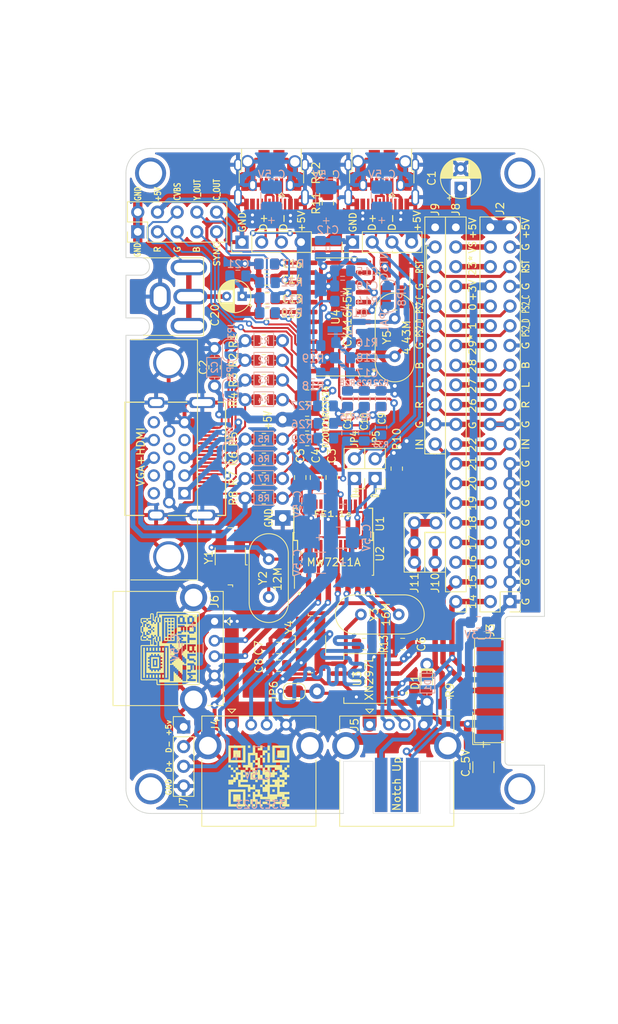
<source format=kicad_pcb>
(kicad_pcb (version 20211014) (generator pcbnew)
  (layers (0 "F.Cu" signal) (31 "B.Cu" signal) (34 "B.Paste" user) (35 "F.Paste" user) (36 "B.SilkS" user "B.Silkscreen") (37 "F.SilkS" user "F.Silkscreen") (38 "B.Mask" user) (39 "F.Mask" user) (44 "Edge.Cuts" user))
  (net 0 "")
  (net 1 "/VGA_VS")
  (net 2 "GND")
  (net 3 "/VGA_HS")
  (net 4 "/VGA_RH")
  (net 5 "/VGA_RL")
  (net 6 "/VGA_GH")
  (net 7 "/VGA_GL")
  (net 8 "/VGA_BH")
  (net 9 "/VGA_BL")
  (net 14 "/+5V")
  (net 21 "/GP_6")
  (net 22 "/GP_7")
  (net 23 "/GP_8")
  (net 24 "/GP_9")
  (net 25 "/GP_10")
  (net 26 "/GP_11")
  (net 27 "/GP_12")
  (net 28 "/GP_13")
  (net 29 "/GP_0")
  (net 30 "/GP_1")
  (net 31 "/GP_14")
  (net 32 "/GP_15")
  (net 33 "/GP_16")
  (net 34 "/GP_17")
  (net 35 "/GP_18")
  (net 36 "/GP_19")
  (net 37 "/GP_20")
  (net 38 "/GP_21")
  (net 39 "/GP_22")
  (net 40 "/GP_26")
  (net 41 "/GP_27")
  (net 42 "/GP_28")
  (net 43 "/GP_29_VREF")
  (net 44 "/+3V3")
  (net 45 "/+5V_in")
  (net 46 "/PS{slash}2_DATA_3V")
  (net 47 "/PS{slash}2_CLK_3V")
  (net 49 "/LOAD_IN_D")
  (net 52 "Net-(D1-Pad1)")
  (net 54 "/LEFT_OUT")
  (net 55 "/RIGHT_OUT")
  (net 56 "/BEEP_OUT")
  (net 57 "/J1_DATA")
  (net 58 "Net-(R11-Pad2)")
  (net 59 "Net-(R12-Pad2)")
  (net 61 "/D-")
  (net 62 "/D+")
  (net 65 "/inD-")
  (net 66 "/inD+")
  (net 67 "/R_IN0")
  (net 68 "/R_IN")
  (net 72 "/U_3v3")
  (net 73 "Net-(C5-Pad2)")
  (net 74 "/R_U")
  (net 75 "Net-(U1-Pad2)")
  (net 76 "Net-(U1-Pad3)")
  (net 77 "/DM4")
  (net 78 "/DP4")
  (net 79 "/DM3")
  (net 80 "/DP3")
  (net 81 "/DM2")
  (net 82 "/DP2")
  (net 83 "/DM1")
  (net 84 "/DP1")
  (net 89 "/DM")
  (net 90 "/DP")
  (net 91 "/RST")
  (net 92 "/GP_23_3v3EN")
  (net 93 "Net-(J11-Pad1)")
  (net 94 "Net-(C7-Pad2)")
  (net 95 "Net-(C8-Pad2)")
  (net 96 "Net-(JP6-Pad1)")
  (net 97 "/ANT")
  (net 98 "Net-(R13-Pad1)")
  (net 99 "/G_IN0")
  (net 100 "/G_IN")
  (net 101 "/B_IN0")
  (net 102 "/B_IN")
  (net 103 "/Y_TRAP")
  (net 104 "Net-(C14-Pad1)")
  (net 105 "Net-(C15-Pad2)")
  (net 106 "Net-(C16-Pad1)")
  (net 107 "Net-(C17-Pad1)")
  (net 108 "/FSC")
  (net 109 "Net-(R15-Pad1)")
  (net 111 "/N{slash}P")
  (net 113 "/SYNC")
  (net 115 "/C_OUT")
  (net 116 "/Y_OUT")
  (net 117 "/CVBS_OUT")
  (net 118 "/B_OUT")
  (net 119 "/G_OUT")
  (net 120 "/R_OUT")
  (net 121 "Net-(C18-Pad1)")
  (net 122 "/+5VC")
  (net 123 "Net-(C21-Pad1)")
  (net 124 "/CVBS")
  (net 125 "Net-(C20-Pad1)")
  (footprint "Resistor_SMD:R_0805_2012Metric_Pad1.20x1.40mm_HandSolder" (layer "F.Cu") (at 53.213 59.817 180)
    (fp_text reference "R24")
    (fp_text value "820")
  )
  (footprint "Resistor_SMD:R_0805_2012Metric_Pad1.20x1.40mm_HandSolder" (layer "F.Cu") (at 60.579 91.821)
    (fp_text reference "R13")
    (fp_text value "510")
  )
  (footprint "Crystal:Crystal_HC49-4H_Vertical" (layer "F.Cu") (at 64.516 54.737 90)
    (fp_text reference "Y5")
    (fp_text value "4,43M*")
  )
  (footprint "Resistor_SMD:R_0805_2012Metric_Pad1.20x1.40mm_HandSolder" (layer "F.Cu") (at 53.213 63.627 180)
    (fp_text reference "R21")
    (fp_text value "820")
  )
  (footprint "LIBS:R_0805_PLUS" (layer "F.Cu") (at 47.625 67.945)
    (fp_text reference "R6")
    (fp_text value "330R")
  )
  (footprint "Connector_PinSocket_2.54mm:PinSocket_1x01_P2.54mm_Vertical" (layer "F.Cu") (at 50.046413 62.888717)
    (fp_text reference "REF**" hide)
    (fp_text value "PinSocket_1x01_P2.54mm_Vertical" hide)
  )
  (footprint "LIBS:R_0805_PLUS" (layer "F.Cu") (at 47.625 70.485)
    (fp_text reference "R7")
    (fp_text value "100R")
  )
  (footprint "Capacitor_SMD:C_0805_2012Metric_Pad1.18x1.45mm_HandSolder" (layer "F.Cu") (at 52.324 70.358 -90)
    (fp_text reference "C5")
    (fp_text value "10u")
  )
  (footprint "Connector_PinHeader_2.54mm:PinHeader_1x02_P2.54mm_Vertical" (layer "F.Cu") (at 69.723 81.28 180)
    (fp_text reference "J10")
    (fp_text value "Conn_01x02" hide)
  )
  (footprint "LIBS:R_0805_PLUS" (layer "F.Cu") (at 47.625 55.245)
    (fp_text reference "R2")
    (fp_text value "330R")
  )
  (footprint "Connector_PinHeader_2.54mm:PinHeader_1x03_P2.54mm_Vertical" (layer "F.Cu") (at 67.056 81.28 180)
    (fp_text reference "J11")
    (fp_text value "Conn_01x03" hide)
  )
  (footprint "Resistor_SMD:R_0805_2012Metric_Pad1.20x1.40mm_HandSolder" (layer "F.Cu") (at 53.213 61.722 180)
    (fp_text reference "R23")
    (fp_text value "390")
  )
  (footprint "Connector_PinHeader_2.54mm:PinHeader_1x20_P2.54mm_Vertical" (layer "F.Cu") (at 72.39 86.36 180)
    (fp_text reference "J8")
    (fp_text value "Conn_01x20")
  )
  (footprint "Package_SO:SO-24_5.3x15mm_P1.27mm" (layer "F.Cu") (at 57.023 49.657 180)
    (fp_text reference "U4")
    (fp_text value "CXA1645M")
  )
  (footprint "LIBS:USB-TYPEC_MICRO_USB" (layer "F.Cu") (at 48.610635 27.434506 180)
    (fp_text reference "USB2")
    (fp_text value "TYPE C and micro USB_power")
  )
  (footprint "Jumper:SolderJumper-2_P1.3mm_Open_RoundedPad1.0x1.5mm" (layer "F.Cu") (at 51.562 97.917 180)
    (fp_text reference "JP6")
    (fp_text value "SolderJumper_2_Open" hide)
  )
  (footprint "Connector_PinHeader_2.54mm:PinHeader_1x04_P2.54mm_Vertical" (layer "F.Cu") (at 37.284483 102.508257)
    (fp_text reference "J7")
    (fp_text value "Conn_01x04_Male")
  )
  (footprint "Connector_PinHeader_2.54mm:PinHeader_1x02_P2.54mm_Vertical" (layer "F.Cu") (at 61.976 70.485 180)
    (fp_text reference "JP5")
    (fp_text value "Jumper_2_Open")
  )
  (footprint "Resistor_SMD:R_0805_2012Metric_Pad1.20x1.40mm_HandSolder" (layer "F.Cu") (at 55.87 31.084506 90)
    (fp_text reference "R12")
    (fp_text value "5.1K")
  )
  (footprint "Connector_PinHeader_2.54mm:PinHeader_2x20_P2.54mm_Vertical" (layer "F.Cu") (at 79.375 86.355 180)
    (fp_text reference "J2")
    (fp_text value "EXT")
  )
  (footprint "LIBS:HDMI" (layer "F.Cu") (at 39.695 67.945 -90)
    (fp_text reference "CN1" hide)
    (fp_text value "HDMI")
  )
  (footprint "Resistor_SMD:R_0805_2012Metric_Pad1.20x1.40mm_HandSolder" (layer "F.Cu") (at 48.006 49.276 180)
    (fp_text reference "R15")
    (fp_text value "16k")
  )
  (footprint "LIBS:R_0805_PLUS" (layer "F.Cu") (at 68.664381 96.867757 -90)
    (fp_text reference "D1")
    (fp_text value "3V3")
  )
  (footprint "Connector_USB:USB_A_CONNFLY_DS1095-WNR0" (layer "F.Cu") (at 41.275 88.9 -90)
    (fp_text reference "J6")
    (fp_text value "USB_A")
  )
  (footprint "" (layer "F.Cu") (at 50.066639 75.569345)
    (fp_text reference "")
    (fp_text value "")
  )
  (footprint "LIBS:R_0805_PLUS" (layer "F.Cu") (at 47.625 52.705)
    (fp_text reference "R1")
    (fp_text value "1k")
  )
  (footprint "Resistor_SMD:R_0805_2012Metric_Pad1.20x1.40mm_HandSolder" (layer "F.Cu") (at 71.628 99.568)
    (fp_text reference "R9")
    (fp_text value "1k")
  )
  (footprint "Connector_USB:USB_A_CONNFLY_DS1095-WNR0" (layer "F.Cu") (at 61.27 102.2225)
    (fp_text reference "J5")
    (fp_text value "USB_A")
  )
  (footprint "LIBS:Crystal_SMD_0603-4Pin_6.0x3.5mm" (layer "F.Cu") (at 43.307 80.518 90)
    (fp_text reference "Y1")
    (fp_text value "12MHz")
  )
  (footprint "LIBS:USB-TYPEC_MICRO_USB" (layer "F.Cu") (at 62.8396 27.432 180)
    (fp_text reference "USB1")
    (fp_text value "TYPE C and micro USB_data")
  )
  (footprint "Capacitor_THT:CP_Radial_D4.0mm_P2.00mm" (layer "F.Cu") (at 44.8384 46.99 180)
    (fp_text reference "C20")
    (fp_text value "220u")
  )
  (footprint "Connector_PinHeader_2.54mm:PinHeader_2x05_P2.54mm_Vertical" (layer "F.Cu") (at 31.369 38.6842 90)
    (fp_text reference "J13" hide)
    (fp_text value "Conn_02x05_Odd_Even" hide)
  )
  (footprint "Connector_PinHeader_2.54mm:PinHeader_1x02_P2.54mm_Vertical" (layer "F.Cu") (at 59.309 70.485 180)
    (fp_text reference "JP4")
    (fp_text value "Jumper_2_Open")
  )
  (footprint "Capacitor_SMD:C_0805_2012Metric_Pad1.18x1.45mm_HandSolder" (layer "F.Cu") (at 49.53 94.615)
    (fp_text reference "C8")
    (fp_text value "20p")
  )
  (footprint "Capacitor_SMD:C_0805_2012Metric_Pad1.18x1.45mm_HandSolder" (layer "F.Cu") (at 60.579 60.198 90)
    (fp_text reference "C10")
    (fp_text value "0.1u")
  )
  (footprint "Capacitor_SMD:C_0805_2012Metric_Pad1.18x1.45mm_HandSolder" (layer "F.Cu") (at 65.532 91.821)
    (fp_text reference "C6")
    (fp_text value "10u")
  )
  (footprint "Package_SO:SO-16_5.3x10.2mm_P1.27mm" (layer "F.Cu") (at 56.5785 80.204 90)
    (fp_text reference "U2")
    (fp_text value "MW7211A")
  )
  (footprint "Crystal:Crystal_HC49-4H_Vertical" (layer "F.Cu") (at 65.024 88.011 180)
    (fp_text reference "Y3")
    (fp_text value "16MHz")
  )
  (footprint "LIBS:R_0805_PLUS" (layer "F.Cu") (at 41.275 56.15 90)
    (fp_text reference "C2")
    (fp_text value "0.1u")
  )
  (footprint "Crystal:Crystal_HC49-4H_Vertical" (layer "F.Cu") (at 48.26 85.762 90)
    (fp_text reference "Y2")
    (fp_text value "12MHz")
  )
  (footprint "Capacitor_SMD:C_0805_2012Metric_Pad1.18x1.45mm_HandSolder" (layer "F.Cu") (at 62.738 60.198 90)
    (fp_text reference "C9")
    (fp_text value "0.1u")
  )
  (footprint "LOGO" (layer "F.Cu") (at 35.5475 92.4 90)
    (fp_text reference "G***" hide)
    (fp_text value "LOGO" hide)
  )
  (footprint "Capacitor_THT:CP_Radial_D5.0mm_P2.50mm" (layer "F.Cu") (at 73.025 33.02 90)
    (fp_text reference "C1")
    (fp_text value "470u")
  )
  (footprint "LIBS:Av-8.4-5" (layer "F.Cu") (at 34.855019 47.036245 90)
    (fp_text reference "J12" hide)
    (fp_text value "VIDEO")
  )
  (footprint "Package_SO:SO-8_5.3x6.2mm_P1.27mm" (layer "F.Cu") (at 60.706 96.266 180)
    (fp_text reference "U3")
    (fp_text value "XN297L")
  )
  (footprint "Capacitor_SMD:C_0805_2012Metric_Pad1.18x1.45mm_HandSolder" (layer "F.Cu") (at 48.030018 47.300335 180)
    (fp_text reference "C13")
    (fp_text value "33p")
  )
  (footprint "Connector_PinHeader_2.54mm:PinHeader_1x04_P2.54mm_Vertical" (layer "F.Cu") (at 44.810635 40.005 90)
    (fp_text reference "USB" hide)
    (fp_text value "PinHeader_1x04_P2.54mm_Vertical" hide)
  )
  (footprint "" (layer "F.Cu") (at 54.483 97.917)
    (fp_text reference "")
    (fp_text value "")
  )
  (footprint "Capacitor_SMD:C_0805_2012Metric_Pad1.18x1.45mm_HandSolder" (layer "F.Cu") (at 49.53 92.329)
    (fp_text reference "C7")
    (fp_text value "20p")
  )
  (footprint "Resistor_SMD:R_0805_2012Metric_Pad1.20x1.40mm_HandSolder" (layer "F.Cu") (at 64.77 69.215 90)
    (fp_text reference "R10")
    (fp_text value "2k7 1%")
  )
  (footprint "Connector_Dsub:DSUB-9_Male_EdgeMount_P2.77mm" (layer "F.Cu") (at 76.8067 97.8154 90)
    (fp_text reference "J3")
    (fp_text value "JOY-1")
  )
  (footprint "LIBS:R_0805_PLUS" (layer "F.Cu") (at 47.625 60.325)
    (fp_text reference "R4")
    (fp_text value "330R")
  )
  (footprint "Connector_PinHeader_2.54mm:PinHeader_1x04_P2.54mm_Vertical" (layer "F.Cu") (at 59.065 40.005 90)
    (fp_text reference "USB" hide)
    (fp_text value "PinHeader_1x04_P2.54mm_Vertical" hide)
  )
  (footprint "Connector_Dsub:DSUB-15-HD_Female_Horizontal_P2.29x1.98mm_EdgePinOffset3.03mm_Housed_MountingHolesOffset4.94mm" (layer "F.Cu") (at 37.400331 72.39 -90)
    (fp_text reference "J1" hide)
    (fp_text value "VGA")
  )
  (footprint "Connector_USB:USB_A_CONNFLY_DS1095-WNR0" (layer "F.Cu") (at 43.49 102.2225)
    (fp_text reference "J4")
    (fp_text value "USB_A")
  )
  (footprint "Capacitor_SMD:C_0805_2012Metric_Pad1.18x1.45mm_HandSolder" (layer "F.Cu") (at 56.388 70.358 -90)
    (fp_text reference "C3")
    (fp_text value "10u")
  )
  (footprint "Resistor_SMD:R_0805_2012Metric_Pad1.20x1.40mm_HandSolder" (layer "F.Cu") (at 53.229 65.532 180)
    (fp_text reference "R20")
    (fp_text value "390")
  )
  (footprint "Capacitor_SMD:C_0805_2012Metric_Pad1.18x1.45mm_HandSolder" (layer "F.Cu") (at 47.989792 42.837092 180)
    (fp_text reference "C16")
    (fp_text value "0.1u")
  )
  (footprint "Capacitor_SMD:C_0805_2012Metric_Pad1.18x1.45mm_HandSolder" (layer "F.Cu") (at 58.42 60.198 90)
    (fp_text reference "C11")
    (fp_text value "0.1u")
  )
  (footprint "Connector_PinHeader_2.54mm:PinHeader_1x12_P2.54mm_Vertical" (layer "F.Cu") (at 69.723 66.04 180)
    (fp_text reference "J9")
    (fp_text value "Conn_01x12")
  )
  (footprint "LOGO" (layer "F.Cu") (at 46.99 108.839)
    (fp_text reference "G***" hide)
    (fp_text value "LOGO" hide)
  )
  (footprint "Capacitor_SMD:C_0805_2012Metric_Pad1.18x1.45mm_HandSolder" (layer "F.Cu") (at 48.006 44.831 180)
    (fp_text reference "C14")
    (fp_text value "10u")
  )
  (footprint "LIBS:Crystal_SMD_0603-4Pin_6.0x3.5mm" (layer "F.Cu") (at 64.516 45.085 -90)
    (fp_text reference "Y5_2" hide)
    (fp_text value "12MHz")
  )
  (footprint "Capacitor_SMD:C_0805_2012Metric_Pad1.18x1.45mm_HandSolder" (layer "F.Cu") (at 54.356 70.358 -90)
    (fp_text reference "C4")
    (fp_text value "10u")
  )
  (footprint "Resistor_SMD:R_0805_2012Metric_Pad1.20x1.40mm_HandSolder" (layer "F.Cu") (at 55.88 35 -90)
    (fp_text reference "R11")
    (fp_text value "5.1K ")
  )
  (footprint "LIBS:R_0805_PLUS" (layer "F.Cu") (at 47.625 57.785)
    (fp_text reference "R3")
    (fp_text value "1k")
  )
  (footprint "LIBS:R_0805_PLUS" (layer "F.Cu") (at 47.625 65.405)
    (fp_text reference "R5")
    (fp_text value "1k")
  )
  (footprint "Capacitor_SMD:C_1210_3225Metric_Pad1.33x2.70mm_HandSolder" (layer "F.Cu") (at 75.946 107.696 -90)
    (fp_text reference "C_5V")
    (fp_text value "C_1210_3225Metric_Pad1.33x2.70mm_HandSolder" hide)
  )
  (footprint "Package_SO:SSOP-28_3.9x9.9mm_P0.635mm" (layer "F.Cu") (at 56.5785 76.394 90)
    (fp_text reference "U1")
    (fp_text value "FE1.1s")
  )
  (footprint "LIBS:R_0805_PLUS" (layer "F.Cu") (at 47.625 73.025)
    (fp_text reference "R8")
    (fp_text value "100R")
  )
  (footprint "LIBS:Crystal_SMD_0603-4Pin_6.0x3.5mm" (layer "F.Cu") (at 53.655 91.854667 -90)
    (fp_text reference "Y4")
    (fp_text value "16MHz")
  )
  (footprint "Resistor_SMD:R_0805_2012Metric_Pad1.20x1.40mm_HandSolder" (layer "B.Cu") (at 48.0982 45.2374 180)
    (fp_text reference "R32")
    (fp_text value "100*")
  )
  (footprint "Jumper:SolderJumper-3_P1.3mm_Open_RoundedPad1.0x1.5mm_NumberLabels" (layer "B.Cu") (at 63.647332 46.958839 90)
    (fp_text reference "JP8")
    (fp_text value "PAL/NTSC")
  )
  (footprint "Capacitor_SMD:C_1210_3225Metric_Pad1.33x2.70mm_HandSolder" (layer "B.Cu") (at 54.889306 81.341871 180)
    (fp_text reference "C_5V")
    (fp_text value "C_1210_3225Metric_Pad1.33x2.70mm_HandSolder" hide)
  )
  (footprint "Capacitor_SMD:C_0805_2012Metric_Pad1.18x1.45mm_HandSolder" (layer "B.Cu") (at 54.917866 40.835644 -90)
    (fp_text reference "C12")
    (fp_text value "0.1u")
  )
  (footprint "Resistor_SMD:R_0805_2012Metric_Pad1.20x1.40mm_HandSolder" (layer "B.Cu") (at 60.579 64.643 -90)
    (fp_text reference "R34")
    (fp_text value "1k5")
  )
  (footprint "Resistor_SMD:R_0805_2012Metric_Pad1.20x1.40mm_HandSolder" (layer "B.Cu") (at 48.1076 47.1678 180)
    (fp_text reference "R31")
    (fp_text value "75*")
  )
  (footprint "Resistor_SMD:R_0805_2012Metric_Pad1.20x1.40mm_HandSolder" (layer "B.Cu") (at 53.975 53.35)
    (fp_text reference "R19")
    (fp_text value "100")
  )
  (footprint "Resistor_SMD:R_0805_2012Metric_Pad1.20x1.40mm_HandSolder" (layer "B.Cu") (at 62.738 60.198 -90)
    (fp_text reference "R22")
    (fp_text value "100*")
  )
  (footprint "Capacitor_SMD:C_1210_3225Metric_Pad1.33x2.70mm_HandSolder" (layer "B.Cu") (at 54.911014 73.802621 180)
    (fp_text reference "C_5V")
    (fp_text value "C_1210_3225Metric_Pad1.33x2.70mm_HandSolder" hide)
  )
  (footprint "Resistor_SMD:R_0805_2012Metric_Pad1.20x1.40mm_HandSolder" (layer "B.Cu") (at 60.579 60.198 -90)
    (fp_text reference "R25")
    (fp_text value "100*")
  )
  (footprint "Jumper:SolderJumper-2_P1.3mm_Open_RoundedPad1.0x1.5mm" (layer "B.Cu") (at 43.307 53.96 90)
    (fp_text reference "JP3")
    (fp_text value "B_J")
  )
  (footprint "Resistor_SMD:R_0805_2012Metric_Pad1.20x1.40mm_HandSolder" (layer "B.Cu") (at 57.912 52.959)
    (fp_text reference "R16")
    (fp_text value "100k")
  )
  (footprint "Capacitor_SMD:C_0805_2012Metric_Pad1.18x1.45mm_HandSolder" (layer "B.Cu") (at 57.797931 45.660948 180)
    (fp_text reference "C19")
    (fp_text value "22p*")
  )
  (footprint "LIBS:Crystal_SMD_0603-4Pin_6.0x3.5mm" (layer "B.Cu") (at 64.764318 106.982 90)
    (fp_text reference "i2c" hide)
    (fp_text value "")
  )
  (footprint "Resistor_SMD:R_0805_2012Metric_Pad1.20x1.40mm_HandSolder" (layer "B.Cu") (at 57.785 47.625 180)
    (fp_text reference "R14")
    (fp_text value "1k")
  )
  (footprint "Capacitor_SMD:C_1210_3225Metric_Pad1.33x2.70mm_HandSolder" (layer "B.Cu") (at 62.8396 34.29 90)
    (fp_text reference "C_5V")
    (fp_text value "C_1210_3225Metric_Pad1.33x2.70mm_HandSolder" hide)
  )
  (footprint "Resistor_SMD:R_0805_2012Metric_Pad1.20x1.40mm_HandSolder" (layer "B.Cu") (at 58.42 60.198 -90)
    (fp_text reference "R28")
    (fp_text value "100*")
  )
  (footprint "Jumper:SolderJumper-2_P1.3mm_Open_RoundedPad1.0x1.5mm" (layer "B.Cu") (at 43.307 67.183 90)
    (fp_text reference "JP1")
    (fp_text value "R_J")
  )
  (footprint "Resistor_SMD:R_0805_2012Metric_Pad1.20x1.40mm_HandSolder" (layer "B.Cu") (at 55.626 65.278 180)
    (fp_text reference "R29")
    (fp_text value "100*")
  )
  (footprint "Capacitor_SMD:C_0805_2012Metric_Pad1.18x1.45mm_HandSolder" (layer "B.Cu") (at 44.2722 44.3738 180)
    (fp_text reference "C21")
    (fp_text value "10n")
  )
  (footprint "Package_TO_SOT_SMD:SOT-23_Handsoldering" (layer "B.Cu") (at 58.293 50.292)
    (fp_text reference "Q1")
    (fp_text value "BC850")
  )
  (footprint "Capacitor_SMD:C_1210_3225Metric_Pad1.33x2.70mm_HandSolder" (layer "B.Cu") (at 55.670885 34.338789 90)
    (fp_text reference "C_5V")
    (fp_text value "C_1210_3225Metric_Pad1.33x2.70mm_HandSolder" hide)
  )
  (footprint "Capacitor_SMD:C_1210_3225Metric_Pad1.33x2.70mm_HandSolder" (layer "B.Cu") (at 57.6885 78.105)
    (fp_text reference "C_5V")
    (fp_text value "C_1210_3225Metric_Pad1.33x2.70mm_HandSolder" hide)
  )
  (footprint "Jumper:SolderJumper-2_P1.3mm_Open_RoundedPad1.0x1.5mm" (layer "B.Cu") (at 43.307 59.04 90)
    (fp_text reference "JP2")
    (fp_text value "G_J")
  )
  (footprint "Resistor_SMD:R_0805_2012Metric_Pad1.20x1.40mm_HandSolder" (layer "B.Cu") (at 62.738 63.881 -90)
    (fp_text reference "R33")
    (fp_text value "1к5")
  )
  (footprint "Resistor_SMD:R_0805_2012Metric_Pad1.20x1.40mm_HandSolder" (layer "B.Cu") (at 55.579549 61.120603 180)
    (fp_text reference "R27")
    (fp_text value "820")
  )
  (footprint "Resistor_SMD:R_0805_2012Metric_Pad1.20x1.40mm_HandSolder" (layer "B.Cu") (at 48.006 42.8244 180)
    (fp_text reference "R17")
    (fp_text value "47k")
  )
  (footprint "Capacitor_SMD:C_0805_2012Metric_Pad1.18x1.45mm_HandSolder" (layer "B.Cu") (at 57.785 43.688)
    (fp_text reference "C15")
    (fp_text value "0.1u")
  )
  (footprint "Capacitor_SMD:C_0805_2012Metric_Pad1.18x1.45mm_HandSolder" (layer "B.Cu") (at 57.788553 54.916607 180)
    (fp_text reference "C18")
    (fp_text value "22p*")
  )
  (footprint "Resistor_SMD:R_0805_2012Metric_Pad1.20x1.40mm_HandSolder" (layer "B.Cu") (at 58.42 64.659 -90)
    (fp_text reference "R35")
    (fp_text value "1k5")
  )
  (footprint "Capacitor_SMD:C_1210_3225Metric_Pad1.33x2.70mm_HandSolder" (layer "B.Cu") (at 38.440809 92.396007 -90)
    (fp_text reference "C_5V")
    (fp_text value "C_1210_3225Metric_Pad1.33x2.70mm_HandSolder" hide)
  )
  (footprint "Capacitor_SMD:C_0805_2012Metric_Pad1.18x1.45mm_HandSolder" (layer "B.Cu") (at 56.881067 40.798313 -90)
    (fp_text reference "C12'" hide)
    (fp_text value "0.1u")
  )
  (footprint "Capacitor_SMD:C_0805_2012Metric_Pad1.18x1.45mm_HandSolder" (layer "B.Cu") (at 57.7635 56.896)
    (fp_text reference "C17")
    (fp_text value "0.1u")
  )
  (footprint "Resistor_SMD:R_0805_2012Metric_Pad1.20x1.40mm_HandSolder" (layer "B.Cu") (at 48.1076 49.0982 180)
    (fp_text reference "R30")
    (fp_text value "75*")
  )
  (footprint "Resistor_SMD:R_0805_2012Metric_Pad1.20x1.40mm_HandSolder" (layer "B.Cu") (at 55.626 63.373 180)
    (fp_text reference "R26")
    (fp_text value "390")
  )
  (footprint "Resistor_SMD:R_0805_2012Metric_Pad1.20x1.40mm_HandSolder" (layer "B.Cu") (at 53.975 56.896)
    (fp_text reference "R18")
    (fp_text value "100")
  )
  (footprint "Capacitor_SMD:C_1210_3225Metric_Pad1.33x2.70mm_HandSolder" (layer "B.Cu") (at 48.610635 34.29 90)
    (fp_text reference "C_5V")
    (fp_text value "C_1210_3225Metric_Pad1.33x2.70mm_HandSolder" hide)
  )
  (footprint "Capacitor_SMD:C_0805_2012Metric_Pad1.18x1.45mm_HandSolder" (layer "B.Cu") (at 75.311 89.027 180)
    (fp_text reference "C_3V")
    (fp_text value "10u")
  )
  (footprint "Capacitor_SMD:C_1210_3225Metric_Pad1.33x2.70mm_HandSolder" (layer "B.Cu") (at 46.99 106.426)
    (fp_text reference "C_5V")
    (fp_text value "C_1210_3225Metric_Pad1.33x2.70mm_HandSolder" hide)
  )
  (gr_line (start 67.778759 96.121755) (end 69.683759 96.121755) (layer "B.SilkS") (width 0.12))
  (gr_line (start 69.063382 95.148687) (end 69.088 95.377) (layer "F.SilkS") (width 0.12))
  (gr_line (start 67.929381 96.640693) (end 67.917127 95.010984) (layer "F.SilkS") (width 0.12))
  (gr_line (start 69.401763 95.004444) (end 67.917127 95.010984) (layer "F.SilkS") (width 0.12))
  (gr_line (start 67.902381 95.232757) (end 67.917127 95.010984) (layer "F.SilkS") (width 0.12))
  (gr_line (start 68.6054 40.4876) (end 68.8848 40.4876) (layer "F.SilkS") (width 0.12))
  (gr_line (start 67.902381 95.105757) (end 69.426381 95.105757) (layer "F.SilkS") (width 0.12))
  (gr_line (start 69.399381 96.640693) (end 69.401763 95.004444) (layer "F.SilkS") (width 0.12))
  (gr_line (start 68.6054 45.7454) (end 68.9102 45.7454) (layer "F.SilkS") (width 0.12))
  (gr_line (start 67.902381 95.232757) (end 69.426381 95.232757) (layer "F.SilkS") (width 0.12))
  (gr_line (start 69.426381 95.169257) (end 67.902381 95.105757) (layer "F.SilkS") (width 0.12))
  (gr_line (start 68.6054 40.513) (end 68.6054 45.7454) (layer "F.SilkS") (width 0.12))
  (gr_line (start 29.845 52.0192) (end 31.75 52.0192) (layer "Edge.Cuts") (width 0.1))
  (gr_line (start 80.645 113.665) (end 71.628 113.665) (layer "Edge.Cuts") (width 0.05))
  (gr_line (start 67.818 113.665502) (end 61.722 113.665502) (layer "Edge.Cuts") (width 0.05))
  (gr_line (start 67.818 106.934) (end 67.818 113.665502) (layer "Edge.Cuts") (width 0.05))
  (gr_line (start 29.845 44.2722) (end 31.75 44.2722) (layer "Edge.Cuts") (width 0.1))
  (gr_line (start 61.722 106.934) (end 57.912 106.934) (layer "Edge.Cuts") (width 0.05))
  (gr_line locked (start 33.02 27.94) (end 80.645 27.94) (layer "Edge.Cuts") (width 0.1))
  (gr_line (start 57.912 106.934) (end 57.912 113.665) (layer "Edge.Cuts") (width 0.05))
  (gr_arc (start 31.75 49.784) (mid 32.8676 50.9016) (end 31.75 52.0192) (layer "Edge.Cuts") (width 0.1))
  (gr_arc (start 31.75 42.0116) (mid 32.8803 43.1419) (end 31.75 44.2722) (layer "Edge.Cuts") (width 0.1))
  (gr_arc locked (start 33.02 113.665) (mid 30.774936 112.735064) (end 29.845 110.49) (layer "Edge.Cuts") (width 0.1))
  (gr_line (start 29.845 110.49) (end 29.845 52.0192) (layer "Edge.Cuts") (width 0.1))
  (gr_line (start 71.628 106.934) (end 67.818 106.934) (layer "Edge.Cuts") (width 0.05))
  (gr_arc (start 78.74 88.773) (mid 78.88879 88.41379) (end 79.248 88.265) (layer "Edge.Cuts") (width 0.1))
  (gr_line (start 29.845 49.784) (end 29.845 44.2722) (layer "Edge.Cuts") (width 0.1))
  (gr_line (start 61.722 113.665502) (end 61.722 106.934) (layer "Edge.Cuts") (width 0.05))
  (gr_arc (start 79.248 107.442) (mid 78.88879 107.29321) (end 78.74 106.934) (layer "Edge.Cuts") (width 0.1))
  (gr_line (start 83.82 107.442) (end 79.248 107.442) (layer "Edge.Cuts") (width 0.1))
  (gr_line (start 78.74 106.934) (end 78.74 88.773) (layer "Edge.Cuts") (width 0.1))
  (gr_line (start 57.912 113.665) (end 33.02 113.665) (layer "Edge.Cuts") (width 0.1))
  (gr_arc locked (start 29.845 31.115) (mid 30.774936 28.869936) (end 33.02 27.94) (layer "Edge.Cuts") (width 0.1))
  (gr_line (start 83.82 31.115) (end 83.82 88.265) (layer "Edge.Cuts") (width 0.1))
  (gr_line (start 31.75 49.784) (end 29.845 49.784) (layer "Edge.Cuts") (width 0.1))
  (gr_line (start 31.75 42.0116) (end 29.845 42.0116) (layer "Edge.Cuts") (width 0.1))
  (gr_line (start 83.82 107.442) (end 83.82 110.49) (layer "Edge.Cuts") (width 0.1))
  (gr_line (start 71.628 113.665) (end 71.628 106.934) (layer "Edge.Cuts") (width 0.05))
  (gr_arc locked (start 80.645 27.94) (mid 82.890064 28.869936) (end 83.82 31.115) (layer "Edge.Cuts") (width 0.1))
  (gr_line (start 79.248 88.265) (end 83.82 88.265) (layer "Edge.Cuts") (width 0.1))
  (gr_line (start 29.845 42.0116) (end 29.845 31.115) (layer "Edge.Cuts") (width 0.1))
  (gr_arc locked (start 83.82 110.49) (mid 82.890064 112.735064) (end 80.645 113.665) (layer "Edge.Cuts") (width 0.1))
  (gr_text "33EJU23" (at 47.244 112.522) (layer "B.SilkS") (effects (font (size 1 1)) (justify mirror)))
  (gr_text "R" (at 67.716356 60.998473 90) (layer "F.SilkS") (effects (font (size 0.9 1))))
  (gr_text "G" (at 81.407 45.72 90) (layer "F.SilkS") (effects (font (size 0.9 1))))
  (gr_text "XN297L" (at 61.214 96.266 90) (layer "F.SilkS") (effects (font (size 1 1))))
  (gr_text "GND" (at 35.362962 110.257793 90) (layer "F.SilkS") (effects (font (size 0.7 0.7))))
  (gr_text "+3V" (at 74.549 46.228 90) (layer "F.SilkS") (effects (font (size 0.9 0.9))))
  (gr_text "G" (at 81.407 73.66 90) (layer "F.SilkS") (effects (font (size 0.9 1))))
  (gr_text "PS2_C" (at 67.716356 48.044473 90) (layer "F.SilkS") (effects (font (size 0.9 0.5) (thickness 0.125))))
  (gr_text "16" (at 74.549 81.28 90) (layer "F.SilkS") (effects (font (size 0.9 1))))
  (gr_text "G" (at 81.407 76.2 90) (layer "F.SilkS") (effects (font (size 0.9 1))))
  (gr_text "+5V" (at 74.549 38.227 90) (layer "F.SilkS") (effects (font (size 0.9 0.9))))
  (gr_text "+5V" (at 52.473301 37.325103 90) (layer "F.SilkS") (effects (font (size 0.9 0.9))))
  (gr_text "C_OUT" (at 41.5544 33.274 90) (layer "F.SilkS") (effects (font (size 0.8 0.6))))
  (gr_text "D-" (at 61.976 72.39 90) (layer "F.SilkS") (effects (font (size 1 0.5) (thickness 0.125))))
  (gr_text "GND" (at 31.3436 41.021 90) (layer "F.SilkS") (effects (font (size 0.8 0.6))))
  (gr_text "D+" (at 59.436 72.39 90) (layer "F.SilkS") (effects (font (size 1 0.5) (thickness 0.125))))
  (gr_text "RST" (at 81.407 43.18 90) (layer "F.SilkS") (effects (font (size 0.9 0.6))))
  (gr_text "L" (at 81.407 58.42 90) (layer "F.SilkS") (effects (font (size 0.9 1))))
  (gr_text "CVBS" (at 36.4744 33.5026 90) (layer "F.SilkS") (effects (font (size 0.8 0.6))))
  (gr_text "+5V" (at 67.395006 37.289887 90) (layer "F.SilkS") (effects (font (size 0.9 0.9))))
  (gr_text "D-" (at 50.165 37.465 90) (layer "F.SilkS") (effects (font (size 0.9 1))))
  (gr_text "+5V" (at 48.133 62.992 90) (layer "F.SilkS") (effects (font (size 1 0.8))))
  (gr_text "PS2_C" (at 81.407 48.006 90) (layer "F.SilkS") (effects (font (size 0.9 0.5) (thickness 0.125))))
  (gr_text "G" (at 67.716356 63.538473 90) (layer "F.SilkS") (effects (font (size 0.9 1))))
  (gr_text "G" (at 67.716356 53.378473 90) (layer "F.SilkS") (effects (font (size 0.9 1))))
  (gr_text "G" (at 81.407 53.34 90) (layer "F.SilkS") (effects (font (size 0.9 1))))
  (gr_text "VS" (at 74.549 40.64 90) (layer "F.SilkS") (effects (font (size 0.9 0.9))))
  (gr_text "22" (at 74.549 66.167 90) (layer "F.SilkS") (effects (font (size 0.9 1))))
  (gr_text "D+" (at 61.595 37.465 90) (layer "F.SilkS") (effects (font (size 0.9 1))))
  (gr_text "16M" (at 63.373 88.011 90) (layer "F.SilkS") (effects (font (size 1 1))))
  (gr_text "B" (at 38.9636 40.9702 90) (layer "F.SilkS") (effects (font (size 0.8 0.8))))
  (gr_text "." (at 52.451 78.867) (layer "F.SilkS") (effects (font (size 3 3))))
  (gr_text "IN" (at 67.716356 66.078473 90) (layer "F.SilkS") (effects (font (size 0.9 1))))
  (gr_text "G" (at 81.407 71.12 90) (layer "F.SilkS") (effects (font (size 0.9 1))))
  (gr_text "G" (at 81.407 83.82 90) (layer "F.SilkS") (effects (font (size 0.9 1))))
  (gr_text "G" (at 81.407 63.5 90) (layer "F.SilkS") (effects (font (size 0.9 1))))
  (gr_text "G" (at 81.407 40.64 90) (layer "F.SilkS") (effects (font (size 0.9 1))))
  (gr_text "R" (at 33.909 40.9448 90) (layer "F.SilkS") (effects (font (size 0.8 0.8))))
  (gr_text "G" (at 81.407 81.28 90) (layer "F.SilkS") (effects (font (size 0.9 1))))
  (gr_text "GND" (at 48.26 75.565 90) (layer "F.SilkS") (effects (font (size 1 0.8))))
  (gr_text "." (at 52.197 84.074) (layer "F.SilkS") (effects (font (size 3 3))))
  (gr_text "IN" (at 81.407 66.04 90) (layer "F.SilkS") (effects (font (size 0.9 1))))
  (gr_text "23*" (at 74.549 43.053 90) (layer "F.SilkS") (effects (font (size 0.9 1))))
  (gr_text "CXA1645M" (at 58.42 49.657 90) (layer "F.SilkS") (effects (font (size 1 1))))
  (gr_text "L" (at 67.716356 58.458473 90) (layer "F.SilkS") (effects (font (size 0.9 1))))
  (gr_text "19" (at 74.549 73.66 90) (layer "F.SilkS") (effects (font (size 0.9 1))))
  (gr_text "15" (at 74.549 83.82 90) (layer "F.SilkS") (effects (font (size 0.9 1))))
  (gr_text "17" (at 74.549 78.74 90) (layer "F.SilkS") (effects (font (size 0.9 1))))
  (gr_text "4.43M" (at 66.04 52.324 90) (layer "F.SilkS") (effects (font (size 1 1))))
  (gr_text "Y_OUT" (at 39.0398 33.274 90) (layer "F.SilkS") (effects (font (size 0.8 0.6))))
  (gr_text "G" (at 81.407 86.36 90) (layer "F.SilkS") (effects (font (size 0.9 1))))
  (gr_text "PS2_D" (at 81.407 51.054 90) (layer "F.SilkS") (effects (font (size 0.9 0.5) (thickness 0.125))))
  (gr_text "28" (at 74.549 56.007 90) (layer "F.SilkS") (effects (font (size 0.9 1))))
  (gr_text "21" (at 74.549 68.58 90) (layer "F.SilkS") (effects (font (size 0.9 1))))
  (gr_text "B" (at 67.716356 55.918473 90) (layer "F.SilkS") (effects (font (size 0.9 1))))
  (gr_text "G" (at 36.4744 40.9448 90) (layer "F.SilkS") (effects (font (size 0.8 0.8))))
  (gr_text "+5V" (at 81.407 38.227 90) (layer "F.SilkS") (effects (font (size 0.9 0.9))))
  (gr_text "0" (at 74.549 48.387 90) (layer "F.SilkS") (effects (font (size 0.9 1))))
  (gr_text "GND" (at 31.3944 33.782 90) (layer "F.SilkS") (effects (font (size 0.8 0.6))))
  (gr_text "FE1.1s" (at 56.515 75.057) (layer "F.SilkS") (effects (font (size 0.7 1))))
  (gr_text "B" (at 81.407 55.88 90) (layer "F.SilkS") (effects (font (size 0.9 1))))
  (gr_text "D-" (at 35.378064 105.077752 90) (layer "F.SilkS") (effects (font (size 0.7 0.7))))
  (gr_text "GND" (at 59.118391 37.465 90) (layer "F.SilkS") (effects (font (size 0.9 0.85))))
  (gr_text "." (at 66.04 96.901) (layer "F.SilkS") (effects (font (size 3 3))))
  (gr_text "G" (at 81.407 78.74 90) (layer "F.SilkS") (effects (font (size 0.9 1))))
  (gr_text "D-" (at 64.175 37.465 90) (layer "F.SilkS") (effects (font (size 0.9 1))))
  (gr_text "G" (at 67.716356 45.758473 90) (layer "F.SilkS") (effects (font (size 0.9 1))))
  (gr_text "D+" (at 35.378064 107.599813 90) (layer "F.SilkS") (effects (font (size 0.7 0.7))))
  (gr_text "26" (at 74.549 61.087 90) (layer "F.SilkS") (effects (font (size 0.9 1))))
  (gr_text "+5V" (at 33.9598 33.8328 90) (layer "F.SilkS") (effects (font (size 0.8 0.6))))
  (gr_text "Notch Up" (at 64.77 109.855 90) (layer "F.SilkS") (effects (font (size 1 1))))
  (gr_text "27" (at 74.549 58.547 90) (layer "F.SilkS") (effects (font (size 0.9 1))))
  (gr_text "RST" (at 67.716356 43.218473 90) (layer "F.SilkS") (effects (font (size 0.9 0.6))))
  (gr_text "R" (at 81.407 60.96 90) (layer "F.SilkS") (effects (font (size 0.9 1))))
  (gr_text "29*" (at 74.549 53.213 90) (layer "F.SilkS") (effects (font (size 0.9 1))))
  (gr_text "PS2_D" (at 67.716356 51.092473 90) (layer "F.SilkS") (effects (font (size 0.9 0.5) (thickness 0.125))))
  (gr_text "GND" (at 44.850019 37.430025 90) (layer "F.SilkS") (effects (font (size 0.9 0.85))))
  (gr_text "20" (at 74.549 71.12 90) (layer "F.SilkS") (effects (font (size 0.9 1))))
  (gr_text "G" (at 74.549 63.627 90) (layer "F.SilkS") (effects (font (size 0.9 1))))
  (gr_text "MW7211A" (at 56.642 81.28) (layer "F.SilkS") (effects (font (size 1 1))))
  (gr_text "+5v" (at 35.34786 102.646304 90) (layer "F.SilkS") (effects (font (size 0.7 0.7))))
  (gr_text "12M" (at 49.403 83.439 90) (layer "F.SilkS") (effects (font (size 1 1))))
  (gr_text "SYNC" (at 41.5798 41.5798 90) (layer "F.SilkS") (effects (font (size 0.8 0.8))))
  (gr_text "1" (at 74.549 50.8 90) (layer "F.SilkS") (effects (font (size 0.9 1))))
  (gr_text "D+" (at 47.585 37.465 90) (layer "F.SilkS") (effects (font (size 0.9 1))))
  (gr_text "G" (at 81.407 68.58 90) (layer "F.SilkS") (effects (font (size 0.9 1))))
  (gr_text "18" (at 74.549 76.2 90) (layer "F.SilkS") (effects (font (size 0.9 1))))
  (gr_text "." (at 61.849 55.372) (layer "F.SilkS") (effects (font (size 3 3))))
  (gr_text "14" (at 74.549 86.36 90) (layer "F.SilkS") (effects (font (size 0.9 1))))
  (gr_text "VGA+HDMI " (at 31.75 67.31 90) (layer "F.SilkS") (effects (font (size 1 1))))
  (via locked (at 33.02 110.49) (size 4) (drill 3) (layers "F.Cu" "B.Cu") (net 0))
  (via locked (at 33.02 31.115) (size 4) (drill 3) (layers "F.Cu" "B.Cu") (net 0))
  (via locked (at 80.645 110.49) (size 4) (drill 3) (layers "F.Cu" "B.Cu") (net 0))
  (via locked (at 80.645 31.115) (size 4) (drill 3) (layers "F.Cu" "B.Cu") (net 0))
  (segment locked (start 44.632 72.445) (end 45.212 73.025) (width 0.254) (layer "F.Cu") (net 1))
  (segment locked (start 40.455 72.445) (end 44.632 72.445) (width 0.254) (layer "F.Cu") (net 1))
  (segment locked (start 32.27 65.52) (end 30.729838 67.060162) (width 0.635) (layer "B.Cu") (net 1))
  (segment locked (start 42.167312 77.876903) (end 45.212 74.832215) (width 0.635) (layer "B.Cu") (net 1))
  (segment locked (start 30.729838 67.060162) (end 30.729838 76.639935) (width 0.635) (layer "B.Cu") (net 1))
  (segment locked (start 33.440331 65.52) (end 32.27 65.52) (width 0.635) (layer "B.Cu") (net 1))
  (segment locked (start 30.729838 76.639935) (end 31.966806 77.876903) (width 0.635) (layer "B.Cu") (net 1))
  (segment locked (start 31.966806 77.876903) (end 42.167312 77.876903) (width 0.635) (layer "B.Cu") (net 1))
  (segment locked (start 45.212 74.832215) (end 45.212 73.025) (width 0.635) (layer "B.Cu") (net 1))
  (segment locked (start 37.400331 63.23) (end 38.432437 63.23) (width 1) (layer "F.Cu") (net 2))
  (segment (start 52.451 93.823167) (end 52.451 94.234) (width 0.4) (layer "F.Cu") (net 2))
  (segment locked (start 38.715 70.445) (end 38.705 70.455) (width 0.3) (layer "F.Cu") (net 2))
  (segment locked (start 38.705 71.785) (end 38.705 73.63) (width 0.5) (layer "F.Cu") (net 2))
  (segment (start 57.8165 96.901) (end 59.563 98.6475) (width 0.5) (layer "F.Cu") (net 2))
  (segment (start 44.810635 40.005) (end 44.810635 37.825635) (width 0.6) (layer "F.Cu") (net 2))
  (segment (start 47.006 42.8244) (end 46.9685 42.8619) (width 0.7) (layer "F.Cu") (net 2))
  (segment (start 46.9685 49.2385) (end 47.006 49.276) (width 0.7) (layer "F.Cu") (net 2))
  (segment locked (start 40.455 67.445) (end 38.81 67.445) (width 0.3) (layer "F.Cu") (net 2))
  (segment (start 55.244972 50.799998) (end 55.245002 50.799998) (width 0.5) (layer "F.Cu") (net 2))
  (segment locked (start 36.565 74.56) (end 36.565 75.195) (width 0.5) (layer "F.Cu") (net 2))
  (segment locked (start 38.531701 63.23) (end 38.705 63.403299) (width 0.5) (layer "F.Cu") (net 2))
  (segment locked (start 38.705 69.185) (end 38.705 70.455) (width 0.5) (layer "F.Cu") (net 2))
  (segment locked (start 40.455 68.945) (end 38.945 68.945) (width 0.3) (layer "F.Cu") (net 2))
  (segment (start 57.206 96.901) (end 55.51761 96.901) (width 0.5) (layer "F.Cu") (net 2))
  (segment (start 31.369 36.1442) (end 31.369 38.6842) (width 1.2) (layer "F.Cu") (net 2))
  (segment locked (start 36.565 60.695) (end 33.735 60.695) (width 0.5) (layer "F.Cu") (net 2))
  (segment (start 44.810635 37.825635) (end 44.4192 37.4342) (width 0.4) (layer "F.Cu") (net 2))
  (segment locked (start 36.565 59.425) (end 36.565 60.695) (width 0.5) (layer "F.Cu") (net 2))
  (segment locked (start 35.350331 75.495331) (end 35.420331 75.425331) (width 0.5) (layer "F.Cu") (net 2))
  (segment (start 55.245 55.245) (end 55.245 56.515) (width 0.5) (layer "F.Cu") (net 2))
  (segment locked (start 38.705 67.34) (end 38.705 69.185) (width 0.5) (layer "F.Cu") (net 2))
  (segment locked (start 37.73 60.695) (end 36.565 60.695) (width 0.5) (layer "F.Cu") (net 2))
  (segment (start 54.950277 96.333667) (end 50.105667 96.333667) (width 0.5) (layer "F.Cu") (net 2))
  (segment locked (start 38.705 63.403299) (end 38.705 64.165) (width 0.5) (layer "F.Cu") (net 2))
  (segment (start 55.620447 54.869553) (end 55.774425 54.869553) (width 0.5) (layer "F.Cu") (net 2))
  (segment locked (start 37.400331 63.23) (end 37.400331 61.024669) (width 0.5) (layer "F.Cu") (net 2))
  (segment locked (start 35.420331 75.425331) (end 35.650662 75.195) (width 0.5) (layer "F.Cu") (net 2))
  (segment (start 55.118 56.642) (end 53.5605 56.642) (width 0.5) (layer "F.Cu") (net 2))
  (segment (start 52.1335 76.7415) (end 52.1335 75.569345) (width 0.4) (layer "F.Cu") (net 2))
  (segment (start 67.8855 104.0725) (end 67.945 104.013) (width 1.5) (layer "F.Cu") (net 2))
  (segment (start 60.4855 56.642) (end 61.421874 56.642) (width 0.5) (layer "F.Cu") (net 2))
  (segment locked (start 40.455 64.445) (end 38.985 64.445) (width 0.3) (layer "F.Cu") (net 2))
  (segment (start 67.3315 99.314) (end 68.664381 99.314) (width 0.5) (layer "F.Cu") (net 2))
  (segment locked (start 37.2 75.195) (end 33.735 75.195) (width 0.5) (layer "F.Cu") (net 2))
  (segment (start 72.39 63.5) (end 77.597 63.5) (width 0.7) (layer "F.Cu") (net 2))
  (segment (start 52.451 78.232) (end 52.1335 77.9145) (width 0.4) (layer "F.Cu") (net 2))
  (segment (start 48.4925 94.7205) (end 50.075794 96.303794) (width 0.4) (layer "F.Cu") (net 2))
  (segment (start 55.587333 90.551) (end 54.859 89.822667) (width 0.4) (layer "F.Cu") (net 2))
  (segment (start 58.2 104.9325) (end 59.06 104.0725) (width 1.5) (layer "F.Cu") (net 2))
  (segment (start 67.945 104.013) (end 70.4205 104.013) (width 1.5) (layer "F.Cu") (net 2))
  (segment (start 41.011233 37.4342) (end 40.279 38.166433) (width 0.4) (layer "F.Cu") (net 2))
  (segment (start 55.245 50.800026) (end 55.245 55.245) (width 0.5) (layer "F.Cu") (net 2))
  (segment (start 55.245 56.515) (end 55.118 56.642) (width 0.5) (layer "F.Cu") (net 2))
  (segment (start 63.271296 48.876767) (end 63.271296 47.094204) (width 0.5) (layer "F.Cu") (net 2))
  (segment (start 67.8855 104.0725) (end 68.27 103.688) (width 1.5) (layer "F.Cu") (net 2))
  (segment (start 31.369 38.6842) (end 31.369 40.513) (width 1.2) (layer "F.Cu") (net 2))
  (segment (start 70.4205 104.013) (end 71.34 104.9325) (width 1.5) (layer "F.Cu") (net 2))
  (segment (start 53.4035 76.7415) (end 53.4035 75.924437) (width 0.254) (layer "F.Cu") (net 2))
  (segment (start 68.27 103.688) (end 68.27 102.2225) (width 1.5) (layer "F.Cu") (net 2))
  (segment (start 63.271296 47.094204) (end 63.312 47.0535) (width 0.5) (layer "F.Cu") (net 2))
  (segment locked (start 38.675 73.66) (end 37.465 73.66) (width 0.5) (layer "F.Cu") (net 2))
  (segment (start 59.06 104.0725) (end 61.9085 104.0725) (width 1.5) (layer "F.Cu") (net 2))
  (segment (start 53.4035 75.924437) (end 53.725437 75.6025) (width 0.254) (layer "F.Cu") (net 2))
  (segment locked (start 36.565 75.195) (end 37.2 75.195) (width 0.5) (layer "F.Cu") (net 2))
  (segment (start 40.279 38.166433) (end 40.279 40.914) (width 0.4) (layer "F.Cu") (net 2))
  (segment locked (start 37.400331 63.23) (end 38.531701 63.23) (width 0.5) (layer "F.Cu") (net 2))
  (segment locked (start 38.705 64.165) (end 38.705 67.34) (width 0.5) (layer "F.Cu") (net 2))
  (segment (start 46.9685 42.8619) (end 46.9685 49.2385) (width 0.7) (layer "F.Cu") (net 2))
  (segment locked (start 37.465 73.66) (end 36.565 74.56) (width 0.5) (layer "F.Cu") (net 2))
  (segment (start 55.245002 50.799998) (end 55.997391 50.047609) (width 0.5) (layer "F.Cu") (net 2))
  (segment locked (start 40.455 71.945) (end 38.865 71.945) (width 0.3) (layer "F.Cu") (net 2))
  (segment locked (start 35.350331 58.210331) (end 36.565 59.425) (width 0.5) (layer "F.Cu") (net 2))
  (segment (start 61.186688 98.6475) (end 59.563 98.6475) (width 0.5) (layer "F.Cu") (net 2))
  (segment (start 48.4925 92.329) (end 48.4925 94.615) (width 0.4) (layer "F.Cu") (net 2))
  (segment (start 67.3315 99.314) (end 61.853188 99.314) (width 0.5) (layer "F.Cu") (net 2))
  (segment locked (start 38.865 71.945) (end 38.705 71.785) (width 0.3) (layer "F.Cu") (net 2))
  (segment (start 50.105667 96.333667) (end 50.075794 96.303794) (width 0.5) (layer "F.Cu") (net 2))
  (segment locked (start 37.400331 61.024669) (end 37.73 60.695) (width 0.5) (layer "F.Cu") (net 2))
  (segment (start 40.279 40.914) (end 42.164 42.799) (width 0.4) (layer "F.Cu") (net 2))
  (segment (start 61.9085 104.0725) (end 67.8855 104.0725) (width 1.5) (layer "F.Cu") (net 2))
  (segment locked (start 38.455 63.252563) (end 38.455 63.63505) (width 1) (layer "F.Cu") (net 2))
  (segment locked (start 38.985 64.445) (end 38.705 64.165) (width 0.3) (layer "F.Cu") (net 2))
  (segment locked (start 38.705 73.63) (end 38.675 73.66) (width 0.5) (layer "F.Cu") (net 2))
  (segment (start 55.997391 50.047609) (end 55.997391 49.609981) (width 0.5) (layer "F.Cu") (net 2))
  (segment (start 52.451 78.994) (end 52.451 78.232) (width 0.4) (layer "F.Cu") (net 2))
  (segment locked (start 37.400331 63.23) (end 37.83 63.23) (width 1) (layer "F.Cu") (net 2))
  (segment locked (start 37.83 63.23) (end 38.1 63.5) (width 1) (layer "F.Cu") (net 2))
  (segment (start 55.245 55.245) (end 55.620447 54.869553) (width 0.5) (layer "F.Cu") (net 2))
  (segment (start 77.602 63.495) (end 79.375 63.495) (width 0.7) (layer "F.Cu") (net 2))
  (segment (start 63.312 47.0535) (end 63.312 46.543) (width 0.3) (layer "F.Cu") (net 2))
  (segment (start 44.4192 37.4342) (end 41.011233 37.4342) (width 0.4) (layer "F.Cu") (net 2))
  (segment locked (start 38.945 68.945) (end 38.705 69.185) (width 0.3) (layer "F.Cu") (net 2))
  (segment (start 55.244972 50.799998) (end 55.245 50.800026) (width 0.5) (layer "F.Cu") (net 2))
  (segment (start 68.664381 99.314) (end 68.664381 99.280757) (width 0.5) (layer "F.Cu") (net 2))
  (segment locked (start 38.705 70.455) (end 38.705 71.785) (width 0.5) (layer "F.Cu") (net 2))
  (segment (start 77.597 63.5) (end 77.602 63.495) (width 0.7) (layer "F.Cu") (net 2))
  (segment (start 52.1335 77.9145) (end 52.1335 76.7415) (width 0.4) (layer "F.Cu") (net 2))
  (segment (start 46.9685 42.7869) (end 47.006 42.8244) (width 0.7) (layer "F.Cu") (net 2))
  (segment locked (start 37.2 75.195) (end 39.695 75.195) (width 0.5) (layer "F.Cu") (net 2))
  (segment (start 52.1335 75.569345) (end 50.066639 75.569345) (width 0.4) (layer "F.Cu") (net 2))
  (segment locked (start 35.650662 75.195) (end 36.565 75.195) (width 0.5) (layer "F.Cu") (net 2))
  (segment (start 61.421874 56.642) (end 61.789628 57.009754) (width 0.5) (layer "F.Cu") (net 2))
  (segment (start 62.738 109.909427) (end 62.738 104.388318) (width 1) (layer "F.Cu") (net 2))
  (segment locked (start 35.350331 55.575) (end 35.350331 58.210331) (width 0.5) (layer "F.Cu") (net 2))
  (segment locked (start 40.455 70.445) (end 38.715 70.445) (width 0.3) (layer "F.Cu") (net 2))
  (segment (start 48.4925 94.615) (end 48.4925 94.7205) (width 0.4) (layer "F.Cu") (net 2))
  (segment (start 61.853188 99.314) (end 61.186688 98.6475) (width 0.5) (layer "F.Cu") (net 2))
  (segment (start 63.312 46.543) (end 65.405 44.45) (width 0.3) (layer "F.Cu") (net 2))
  (segment locked (start 38.432437 63.23) (end 38.455 63.252563) (width 1) (layer "F.Cu") (net 2))
  (segment locked (start 38.81 67.445) (end 38.705 67.34) (width 0.3) (layer "F.Cu") (net 2))
  (segment (start 56.134 90.551) (end 55.587333 90.551) (width 0.4) (layer "F.Cu") (net 2))
  (segment (start 55.51761 96.901) (end 54.950277 96.333667) (width 0.5) (layer "F.Cu") (net 2))
  (segment (start 31.369 36.1442) (end 31.369 34.417) (width 1.2) (layer "F.Cu") (net 2))
  (segment locked (start 39.695 60.695) (end 37.73 60.695) (width 0.5) (layer "F.Cu") (net 2))
  (segment (start 42.164 42.799) (end 45.1866 42.799) (width 0.4) (layer "F.Cu") (net 2))
  (segment (start 57.206 96.901) (end 57.8165 96.901) (width 0.5) (layer "F.Cu") (net 2))
  (segment (start 62.224318 104.388318) (end 61.9085 104.0725) (width 1) (layer "F.Cu") (net 2))
  (via (at 61.735246 57.009754) (size 1) (drill 0.5) (layers "F.Cu" "B.Cu") (net 2))
  (via (at 61.849 93.472) (size 0.8) (drill 0.4) (layers "F.Cu" "B.Cu") (net 2))
  (via (at 63.271296 48.876767) (size 1) (drill 0.5) (layers "F.Cu" "B.Cu") (net 2))
  (via (at 55.774425 54.869553) (size 1) (drill 0.5) (layers "F.Cu" "B.Cu") (net 2))
  (via (at 59.563 98.6475) (size 0.8) (drill 0.4) (layers "F.Cu" "B.Cu") (net 2))
  (via (at 52.451 94.234) (size 0.8) (drill 0.4) (layers "F.Cu" "B.Cu") (net 2))
  (via (at 66.04 65.659) (size 1) (drill 0.5) (layers "F.Cu" "B.Cu") (net 2))
  (via (at 64.389 67.183) (size 1) (drill 0.5) (layers "F.Cu" "B.Cu") (net 2))
  (via (at 56.007 44.323) (size 1) (drill 0.5) (layers "F.Cu" "B.Cu") (net 2))
  (via (at 64.516 58.547) (size 1) (drill 0.5) (layers "F.Cu" "B.Cu") (net 2))
  (via (at 45.1866 42.799) (size 1) (drill 0.5) (layers "F.Cu" "B.Cu") (net 2))
  (via (at 50.075794 96.303794) (size 0.8) (drill 0.4) (layers "F.Cu" "B.Cu") (net 2))
  (via (at 53.725437 75.6025) (size 0.8) (drill 0.4) (layers "F.Cu" "B.Cu") (net 2))
  (via (at 64.516 59.563) (size 1) (drill 0.5) (layers "F.Cu" "B.Cu") (net 2))
  (via (at 65.151 66.421) (size 1) (drill 0.5) (layers "F.Cu" "B.Cu") (net 2))
  (via (at 52.324 68.326) (size 1) (drill 0.5) (layers "F.Cu" "B.Cu") (net 2))
  (via (at 55.997391 49.609981) (size 1) (drill 0.5) (layers "F.Cu" "B.Cu") (net 2))
  (via (at 56.134 90.551) (size 0.8) (drill 0.4) (layers "F.Cu" "B.Cu") (net 2))
  (via (at 55.9475 45.72) (size 1) (drill 0.5) (layers "F.Cu" "B.Cu") (net 2))
  (segment (start 73.914 91.816) (end 79.375 86.355) (width 0.7) (layer "B.Cu") (net 2))
  (segment (start 56.793 49.342) (end 56.703 49.342) (width 0.5) (layer "B.Cu") (net 2))
  (segment locked (start 37.192408 53.732923) (end 35.350331 55.575) (width 0.635) (layer "B.Cu") (net 2))
  (segment (start 38.565 100.16) (end 38.565 98.97) (width 1.8) (layer "B.Cu") (net 2))
  (segment (start 48.895 98.806) (end 48.895 97.842605) (width 0.5) (layer "B.Cu") (net 2))
  (segment (start 50.075794 96.303794) (end 50.381206 96.303794) (width 0.4) (layer "B.Cu") (net 2))
  (segment locked (start 35.420331 68.955) (end 35.420331 73.535) (width 1) (layer "B.Cu") (net 2))
  (segment locked (start 35.420331 63.004669) (end 35.645662 63.23) (width 0.5) (layer "B.Cu") (net 2))
  (segment (start 55.774425 54.869553) (end 56.703999 54.869553) (width 0.5) (layer "B.Cu") (net 2))
  (segment (start 50.075794 96.423124) (end 48.992459 97.506459) (width 0.5) (layer "B.Cu") (net 2))
  (segment (start 68.58 63.5) (end 69.723 63.5) (width 0.5) (layer "B.Cu") (net 2))
  (segment (start 63.647332 48.258839) (end 63.647332 48.500731) (width 0.5) (layer "B.Cu") (net 2))
  (segment (start 56.7475 43.688) (end 56.94934 43.688) (width 0.6) (layer "B.Cu") (net 2))
  (segment (start 52.451 94.160499) (end 56.09725 90.514249) (width 1) (layer "B.Cu") (net 2))
  (segment (start 56.94934 43.688) (end 58.286685 42.350655) (width 0.6) (layer "B.Cu") (net 2))
  (segment (start 58.286685 42.350655) (end 58.286685 40.783315) (width 0.6) (layer "B.Cu") (net 2))
  (segment (start 52.451 94.234) (end 56.134 90.551) (width 0.4) (layer "B.Cu") (net 2))
  (segment (start 40.42 102.015) (end 38.565 100.16) (width 1.8) (layer "B.Cu") (net 2))
  (segment (start 68.664381 99.280757) (end 68.664381 101.828119) (width 1.5) (layer "B.Cu") (net 2))
  (segment (start 56.821607 54.916607) (end 58.801 56.896) (width 0.5) (layer "B.Cu") (net 2))
  (segment (start 52.451 94.234) (end 52.451 94.160499) (width 1) (layer "B.Cu") (net 2))
  (segment locked (start 35.645662 63.23) (end 37.400331 63.23) (width 0.5) (layer "B.Cu") (net 2))
  (segment (start 68.664381 101.828119) (end 68.27 102.2225) (width 1.5) (layer "B.Cu") (net 2))
  (segment (start 76.8067 96.4304) (end 74.4594 96.4304) (width 0.7) (layer "B.Cu") (net 2))
  (segment (start 63.647332 48.500731) (end 63.271296 48.876767) (width 0.5) (layer "B.Cu") (net 2))
  (segment (start 58.914754 57.009754) (end 58.801 56.896) (width 0.5) (layer "B.Cu") (net 2))
  (segment (start 69.723 40.64) (end 68.423 40.64) (width 0.5) (layer "B.Cu") (net 2))
  (segment (start 48.895 97.741745) (end 48.895 98.806) (width 0.5) (layer "B.Cu") (net 2))
  (segment (start 61.789628 57.009754) (end 61.735246 57.009754) (width 0.5) (layer "B.Cu") (net 2))
  (segment (start 58.286685 40.783315) (end 59.065 40.005) (width 0.6) (layer "B.Cu") (net 2))
  (segment (start 68.423 40.64) (end 68.423 63.343) (width 0.5) (layer "B.Cu") (net 2))
  (segment (start 56.760431 45.660948) (end 56.701379 45.72) (width 0.6) (layer "B.Cu") (net 2))
  (segment (start 73.914 95.885) (end 73.914 91.816) (width 0.7) (layer "B.Cu") (net 2))
  (segment (start 56.703999 54.869553) (end 56.751053 54.916607) (width 0.5) (layer "B.Cu") (net 2))
  (segment (start 50.099794 75.6025) (end 50.066639 75.569345) (width 0.7) (layer "B.Cu") (net 2))
  (segment (start 52.451 94.234) (end 52.287716 94.234) (width 1) (layer "B.Cu") (net 2))
  (segment (start 56.701379 45.72) (end 55.9475 45.72) (width 0.6) (layer "B.Cu") (net 2))
  (segment (start 49.022 100.584) (end 48.895 100.457) (width 0.5) (layer "B.Cu") (net 2))
  (segment (start 68.423 63.343) (end 68.58 63.5) (width 0.5) (layer "B.Cu") (net 2))
  (segment (start 56.751053 54.916607) (end 56.821607 54.916607) (width 0.5) (layer "B.Cu") (net 2))
  (segment (start 61.735246 57.009754) (end 58.914754 57.009754) (width 0.5) (layer "B.Cu") (net 2))
  (segment (start 74.4594 96.4304) (end 73.914 95.885) (width 0.7) (layer "B.Cu") (net 2))
  (segment (start 40.42 104.9325) (end 40.42 102.015) (width 1.8) (layer "B.Cu") (net 2))
  (segment locked (start 40.923812 53.732923) (end 37.192408 53.732923) (width 0.635) (layer "B.Cu") (net 2))
  (segment (start 48.895 100.457) (end 48.895 98.806) (width 0.5) (layer "B.Cu") (net 2))
  (segment (start 53.725437 75.6025) (end 50.099794 75.6025) (width 0.7) (layer "B.Cu") (net 2))
  (segment (start 50.381206 96.303794) (end 52.451 94.234) (width 0.4) (layer "B.Cu") (net 2))
  (segment (start 52.287716 94.234) (end 50.146858 96.374858) (width 1) (layer "B.Cu") (net 2))
  (segment (start 61.811 93.434) (end 61.849 93.472) (width 0.5) (layer "B.Cu") (net 2))
  (segment (start 50.369438 101.931439) (end 49.022 100.584) (width 0.5) (layer "B.Cu") (net 2))
  (segment (start 50.075794 96.303794) (end 50.075794 96.423124) (width 0.5) (layer "B.Cu") (net 2))
  (segment locked (start 35.420331 64.375) (end 35.420331 63.004669) (width 0.5) (layer "B.Cu") (net 2))
  (arc (start 50.49 102.2225) (mid 50.458667 102.064979) (end 50.369438 101.931439) (width 0.5) (layer "B.Cu") (net 2))
  (arc (start 48.992459 97.506459) (mid 48.920329 97.614409) (end 48.895 97.741745) (width 0.5) (layer "B.Cu") (net 2))
  (segment locked (start 40.455 71.445) (end 44.252 71.445) (width 0.254) (layer "F.Cu") (net 3))
  (segment locked (start 44.252 71.445) (end 45.212 70.485) (width 0.254) (layer "F.Cu") (net 3))
  (segment locked (start 43.18 72.517) (end 45.212 70.485) (width 0.635) (layer "B.Cu") (net 3))
  (segment locked (start 41.900539 76.835) (end 43.18 75.555539) (width 0.635) (layer "B.Cu") (net 3))
  (segment locked (start 31.75 76.2) (end 32.385 76.835) (width 0.635) (layer "B.Cu") (net 3))
  (segment locked (start 33.440331 67.81) (end 33.155 67.81) (width 0.635) (layer "B.Cu") (net 3))
  (segment locked (start 33.155 67.81) (end 31.75 69.215) (width 0.635) (layer "B.Cu") (net 3))
  (segment locked (start 31.75 69.215) (end 31.75 76.2) (width 0.635) (layer "B.Cu") (net 3))
  (segment locked (start 32.385 76.835) (end 41.900539 76.835) (width 0.635) (layer "B.Cu") (net 3))
  (segment locked (start 43.18 75.555539) (end 43.18 72.517) (width 0.635) (layer "B.Cu") (net 3))
  (segment locked (start 44.035 69.122) (end 45.212 67.945) (width 0.254) (layer "F.Cu") (net 4))
  (segment locked (start 43.355 70.945) (end 44.035 70.265) (width 0.254) (layer "F.Cu") (net 4))
  (segment locked (start 44.035 70.265) (end 44.035 69.122) (width 0.254) (layer "F.Cu") (net 4))
  (segment locked (start 40.455 70.945) (end 43.355 70.945) (width 0.254) (layer "F.Cu") (net 4))
  (segment locked (start 43.141986 67.76934) (end 45.03634 67.76934) (width 0.635) (layer "B.Cu") (net 4))
  (segment locked (start 45.03634 67.76934) (end 45.212 67.945) (width 0.635) (layer "B.Cu") (net 4))
  (segment locked (start 42.637606 70.1185) (end 42.897723 70.1185) (width 0.254) (layer "F.Cu") (net 5))
  (segment locked (start 40.455 69.945) (end 42.464106 69.945) (width 0.254) (layer "F.Cu") (net 5))
  (segment locked (start 42.464106 69.945) (end 42.637606 70.1185) (width 0.254) (layer "F.Cu") (net 5))
  (via (at 42.897723 70.1185) (size 1) (drill 0.5) (layers "F.Cu" "B.Cu") (net 5))
  (segment locked (start 45.212 65.405) (end 44.14766 66.46934) (width 0.635) (layer "B.Cu") (net 5))
  (segment locked (start 42.11566 66.46934) (end 43.141986 66.46934) (width 0.635) (layer "B.Cu") (net 5))
  (segment locked (start 41.91 66.675) (end 42.11566 66.46934) (width 0.254) (layer "B.Cu") (net 5))
  (segment locked (start 41.874486 66.710514) (end 41.874486 67.915845) (width 0.635) (layer "B.Cu") (net 5))
  (segment locked (start 41.560165 68.929835) (end 41.394737 69.095263) (width 0.635) (layer "B.Cu") (net 5))
  (segment locked (start 41.874486 69.095263) (end 41.394737 69.095263) (width 0.635) (layer "B.Cu") (net 5))
  (segment locked (start 40.607665 69.182665) (end 37.400331 72.39) (width 0.635) (layer "B.Cu") (net 5))
  (segment locked (start 41.874486 69.095263) (end 42.897723 70.1185) (width 0.635) (layer "B.Cu") (net 5))
  (segment locked (start 41.874486 67.915845) (end 41.874486 69.095263) (width 0.635) (layer "B.Cu") (net 5))
  (segment locked (start 41.560165 68.230165) (end 40.607665 69.182665) (width 0.635) (layer "B.Cu") (net 5))
  (segment locked (start 41.874486 66.710514) (end 42.11566 66.46934) (width 0.635) (layer "B.Cu") (net 5))
  (segment locked (start 41.560165 68.230165) (end 41.560165 68.929835) (width 0.635) (layer "B.Cu") (net 5))
  (segment locked (start 40.695067 69.095263) (end 40.607665 69.182665) (width 0.635) (layer "B.Cu") (net 5))
  (segment locked (start 41.874486 67.915845) (end 41.560165 68.230165) (width 0.635) (layer "B.Cu") (net 5))
  (segment locked (start 44.14766 66.46934) (end 43.141986 66.46934) (width 0.635) (layer "B.Cu") (net 5))
  (segment locked (start 41.394737 69.095263) (end 40.695067 69.095263) (width 0.635) (layer "B.Cu") (net 5))
  (segment locked (start 45.212 63.754) (end 45.212 60.325) (width 0.254) (layer "F.Cu") (net 6))
  (segment locked (start 44.72447 64.228) (end 44.738 64.228) (width 0.254) (layer "F.Cu") (net 6))
  (segment locked (start 44.738 64.228) (end 45.212 63.754) (width 0.254) (layer "F.Cu") (net 6))
  (segment locked (start 40.455 69.445) (end 42.322053 69.445) (width 0.254) (layer "F.Cu") (net 6))
  (segment locked (start 44.035 64.91747) (end 44.72447 64.228) (width 0.254) (layer "F.Cu") (net 6))
  (segment locked (start 42.322053 69.445) (end 44.035 67.732053) (width 0.254) (layer "F.Cu") (net 6))
  (segment locked (start 44.035 67.732053) (end 44.035 64.91747) (width 0.254) (layer "F.Cu") (net 6))
  (segment locked (start 44.592 59.705) (end 45.212 60.325) (width 0.635) (layer "B.Cu") (net 6))
  (segment locked (start 43.18 59.705) (end 44.592 59.705) (width 0.635) (layer "B.Cu") (net 6))
  (segment locked (start 44.041909 63.402895) (end 44.400202 63.402895) (width 0.254) (layer "F.Cu") (net 7))
  (segment locked (start 43.977007 59.019993) (end 45.212 57.785) (width 0.254) (layer "F.Cu") (net 7))
  (segment locked (start 43.977007 63.337993) (end 44.041909 63.402895) (width 0.254) (layer "F.Cu") (net 7))
  (segment locked (start 40.455 68.445) (end 42.68 68.445) (width 0.254) (layer "F.Cu") (net 7))
  (segment locked (start 43.977007 64.33341) (end 43.977007 63.337993) (width 0.254) (layer "F.Cu") (net 7))
  (segment locked (start 43.581 64.729417) (end 43.977007 64.33341) (width 0.254) (layer "F.Cu") (net 7))
  (segment locked (start 43.977007 63.337993) (end 43.977007 59.019993) (width 0.254) (layer "F.Cu") (net 7))
  (segment locked (start 42.68 68.445) (end 43.581 67.544) (width 0.254) (layer "F.Cu") (net 7))
  (segment locked (start 43.581 67.544) (end 43.581 64.729417) (width 0.254) (layer "F.Cu") (net 7))
  (via (at 44.349507 63.246) (size 1) (drill 0.5) (layers "F.Cu" "B.Cu") (net 7))
  (segment locked (start 44.400202 64.044659) (end 44.400202 63.402895) (width 0.635) (layer "B.Cu") (net 7))
  (segment locked (start 43.002208 65.442653) (end 44.400202 64.044659) (width 0.635) (layer "B.Cu") (net 7))
  (segment locked (start 42.980975 65.463886) (end 42.022375 65.463886) (width 0.254) (layer "B.Cu") (net 7))
  (segment (start 40.767 66.637132) (end 41.961479 65.442653) (width 0.635) (layer "B.Cu") (net 7))
  (segment locked (start 43.18 58.405) (end 44.592 58.405) (width 0.635) (layer "B.Cu") (net 7))
  (segment (start 37.400331 70.1) (end 37.85 70.1) (width 0.635) (layer "B.Cu") (net 7))
  (segment locked (start 44.400202 64.044659) (end 42.980975 65.463886) (width 0.254) (layer "B.Cu") (net 7))
  (segment locked (start 37.400331 70.1) (end 37.617918 70.1) (width 0.3) (layer "B.Cu") (net 7))
  (segment locked (start 44.592 58.405) (end 45.212 57.785) (width 0.635) (layer "B.Cu") (net 7))
  (segment (start 40.767 67.183) (end 40.767 66.637132) (width 0.635) (layer "B.Cu") (net 7))
  (segment locked (start 37.400331 70.1) (end 37.649606 70.1) (width 0.3) (layer "B.Cu") (net 7))
  (segment locked (start 44.400202 63.402895) (end 44.400202 63.296695) (width 0.635) (layer "B.Cu") (net 7))
  (segment locked (start 41.961479 65.442653) (end 43.002208 65.442653) (width 0.635) (layer "B.Cu") (net 7))
  (segment locked (start 44.400202 63.296695) (end 44.349507 63.246) (width 0.635) (layer "B.Cu") (net 7))
  (segment (start 37.85 70.1) (end 40.767 67.183) (width 0.635) (layer "B.Cu") (net 7))
  (segment locked (start 43.523007 56.933993) (end 45.212 55.245) (width 0.254) (layer "F.Cu") (net 8))
  (segment locked (start 43.127 66.827) (end 43.127 64.541365) (width 0.254) (layer "F.Cu") (net 8))
  (segment locked (start 42.009 67.945) (end 43.127 66.827) (width 0.254) (layer "F.Cu") (net 8))
  (segment locked (start 43.127 64.541365) (end 43.523007 64.145358) (width 0.254) (layer "F.Cu") (net 8))
  (segment locked (start 43.523007 64.145358) (end 43.523007 56.933993) (width 0.254) (layer "F.Cu") (net 8))
  (segment locked (start 40.455 67.945) (end 42.009 67.945) (width 0.254) (layer "F.Cu") (net 8))
  (segment locked (start 43.18 54.625) (end 44.592 54.625) (width 0.635) (layer "B.Cu") (net 8))
  (segment locked (start 44.592 54.625) (end 45.212 55.245) (width 0.635) (layer "B.Cu") (net 8))
  (segment locked (start 40.455 66.945) (end 42.059 66.945) (width 0.254) (layer "F.Cu") (net 9))
  (segment (start 42.50116 64.525153) (end 42.40068 64.525153) (width 0.254) (layer "F.Cu") (net 9))
  (segment locked (start 43.069007 63.957306) (end 43.069007 60.96) (width 0.254) (layer "F.Cu") (net 9))
  (segment locked (start 42.673 64.353313) (end 42.50116 64.525153) (width 0.254) (layer "F.Cu") (net 9))
  (segment locked (start 42.673 64.642) (end 42.673 64.353313) (width 0.254) (layer "F.Cu") (net 9))
  (segment locked (start 42.059 66.945) (end 42.673 66.331) (width 0.254) (layer "F.Cu") (net 9))
  (segment locked (start 42.673 66.331) (end 42.673 64.642) (width 0.254) (layer "F.Cu") (net 9))
  (segment locked (start 43.069007 63.957306) (end 43.069007 54.847993) (width 0.254) (layer "F.Cu") (net 9))
  (segment locked (start 43.069007 54.847993) (end 45.212 52.705) (width 0.254) (layer "F.Cu") (net 9))
  (segment locked (start 42.673 64.353313) (end 43.069007 63.957306) (width 0.254) (layer "F.Cu") (net 9))
  (via (at 42.40068 64.525153) (size 0.8) (drill 0.4) (layers "F.Cu" "B.Cu") (net 9))
  (segment locked (start 37.400331 67.81) (end 38.295087 67.81) (width 0.635) (layer "B.Cu") (net 9))
  (segment locked (start 44.592 53.325) (end 45.212 52.705) (width 0.635) (layer "B.Cu") (net 9))
  (segment locked (start 38.295087 67.81) (end 41.579934 64.525153) (width 0.635) (layer "B.Cu") (net 9))
  (segment locked (start 43.18 53.325) (end 44.592 53.325) (width 0.635) (layer "B.Cu") (net 9))
  (segment (start 41.579934 64.525153) (end 42.40068 64.525153) (width 0.635) (layer "B.Cu") (net 9))
  (segment (start 60.3896 36.2574) (end 60.3896 37.0216) (width 0.5) (layer "F.Cu") (net 14))
  (segment (start 57.531 72.5385) (end 56.388 71.3955) (width 0.4) (layer "F.Cu") (net 14))
  (segment (start 65.2896 35.127) (end 65.2896 36.222339) (width 0.4) (layer "F.Cu") (net 14))
  (segment (start 64.287439 33.909) (end 64.287439 33.934439) (width 0.4) (layer "F.Cu") (net 14))
  (segment (start 41.926039 63.945) (end 42.196748 63.674291) (width 0.254) (layer "F.Cu") (net 14))
  (segment (start 51.060635 36.569365) (end 51.060635 37.331365) (width 0.5) (layer "F.Cu") (net 14))
  (segment (start 51.060635 34.269813) (end 51.060635 35.129506) (width 0.4) (layer "F.Cu") (net 14))
  (segment (start 43.49 89.337) (end 43.49 100.147) (width 1.8) (layer "F.Cu") (net 14))
  (segment (start 61.27 100.64) (end 67.786355 100.64) (width 0.7) (layer "F.Cu") (net 14))
  (segment (start 64.137945 32.534506) (end 64.137945 33.759506) (width 0.4) (layer "F.Cu") (net 14))
  (segment (start 51.060635 35.129506) (end 51.060635 36.569365) (width 0.5) (layer "F.Cu") (net 14))
  (segment (start 49.90898 33.762012) (end 50.151474 34.004506) (width 0.4) (layer "F.Cu") (net 14))
  (segment (start 41.275 88.9) (end 42.672 88.9) (width 1.8) (layer "F.Cu") (net 14))
  (segment (start 43.49 100.147) (end 43.49 102.2225) (width 1.8) (layer "F.Cu") (net 14))
  (segment locked (start 42.196748 62.580248) (end 41.8465 62.23) (width 0.254) (layer "F.Cu") (net 14))
  (segment (start 57.531 73.794) (end 57.531 72.5385) (width 0.4) (layer "F.Cu") (net 14))
  (segment (start 50.151474 34.004506) (end 50.795328 34.004506) (width 0.4) (layer "F.Cu") (net 14))
  (segment (start 65.2896 34.3016) (end 65.2896 35.127) (width 0.4) (layer "F.Cu") (net 14))
  (segment (start 46.160635 36.516365) (end 46.160635 37.405365) (width 0.5) (layer "F.Cu") (net 14))
  (segment (start 61.27 100.64) (end 61.27 102.2225) (width 1.8) (layer "F.Cu") (net 14))
  (segment (start 65.309505 36.242244) (end 65.309505 37.052495) (width 0.7) (layer "F.Cu") (net 14))
  (segment (start 64.137945 33.759506) (end 64.287439 33.909) (width 0.4) (layer "F.Cu") (net 14))
  (segment (start 73.914 102.108) (end 73.914 105.156) (width 1) (layer "F.Cu") (net 14))
  (segment locked (start 40.455 63.945) (end 41.926039 63.945) (width 0.254) (layer "F.Cu") (net 14))
  (segment (start 64.287439 33.934439) (end 64.355 34.002) (width 0.4) (layer "F.Cu") (net 14))
  (segment (start 43.49 100.147) (end 60.777 100.147) (width 1.8) (layer "F.Cu") (net 14))
  (segment (start 46.160635 35.129506) (end 46.160635 36.516365) (width 0.5) (layer "F.Cu") (net 14))
  (segment locked (start 40.455 63.945) (end 40.478 63.968) (width 0.254) (layer "F.Cu") (net 14))
  (segment (start 60.3896 35.127) (end 60.3896 36.2574) (width 0.5) (layer "F.Cu") (net 14))
  (segment (start 71.33042 102.108) (end 73.914 102.108) (width 0.7) (layer "F.Cu") (net 14))
  (segment (start 64.355 34.002) (end 64.99 34.002) (width 0.4) (layer "F.Cu") (net 14))
  (segment locked (start 42.196748 63.674291) (end 42.196748 62.580248) (width 0.254) (layer "F.Cu") (net 14))
  (segment (start 49.90898 32.537012) (end 49.90898 33.762012) (width 0.4) (layer "F.Cu") (net 14))
  (segment (start 55.9435 75.7555) (end 55.9435 76.7415) (width 0.4) (layer "F.Cu") (net 14))
  (segment (start 50.795328 34.004506) (end 51.060635 34.269813) (width 0.4) (layer "F.Cu") (net 14))
  (segment (start 73.914 105.156) (end 75.0875 106.3295) (width 1) (layer "F.Cu") (net 14))
  (segment (start 64.99 34.002) (end 65.2896 34.3016) (width 0.4) (layer "F.Cu") (net 14))
  (segment (start 75.0875 106.3295) (end 75.946 106.3295) (width 1) (layer "F.Cu") (net 14))
  (segment (start 43.053 88.9) (end 43.49 89.337) (width 1.8) (layer "F.Cu") (net 14))
  (segment locked (start 41.91 62.23) (end 41.8465 62.23) (width 0.254) (layer "F.Cu") (net 14))
  (segment (start 42.672 88.9) (end 43.053 88.9) (width 1.8) (layer "F.Cu") (net 14))
  (segment (start 65.2896 36.222339) (end 65.309505 36.242244) (width 0.4) (layer "F.Cu") (net 14))
  (segment (start 65.309505 37.052495) (end 65.278 37.084) (width 0.7) (layer "F.Cu") (net 14))
  (segment (start 60.777 100.147) (end 61.27 100.64) (width 1.8) (layer "F.Cu") (net 14))
  (via (at 51.060635 37.331365) (size 0.8) (drill 0.4) (layers "F.Cu" "B.Cu") (net 14))
  (via (at 51.060635 36.569365) (size 0.8) (drill 0.4) (layers "F.Cu" "B.Cu") (net 14))
  (via (at 55.9435 75.7555) (size 0.8) (drill 0.4) (layers "F.Cu" "B.Cu") (net 14))
  (via (at 46.160635 37.405365) (size 0.8) (drill 0.4) (layers "F.Cu" "B.Cu") (net 14))
  (via (at 46.160635 36.516365) (size 0.8) (drill 0.4) (layers "F.Cu" "B.Cu") (net 14))
  (via (at 60.3896 37.0216) (size 0.8) (drill 0.4) (layers "F.Cu" "B.Cu") (net 14))
  (via (at 65.309505 36.242244) (size 0.8) (drill 0.4) (layers "F.Cu" "B.Cu") (net 14))
  (via (at 44.196 88.9) (size 0.8) (drill 0.4) (layers "F.Cu" "B.Cu") (net 14))
  (via (at 41.8465 62.23) (size 1) (drill 0.5) (layers "F.Cu" "B.Cu") (net 14))
  (via (at 73.914 102.108) (size 1) (drill 0.5) (layers "F.Cu" "B.Cu") (net 14))
  (via (at 60.3896 36.2574) (size 0.8) (drill 0.4) (layers "F.Cu" "B.Cu") (net 14))
  (via (at 57.531 72.5385) (size 0.8) (drill 0.4) (layers "F.Cu" "B.Cu") (net 14))
  (via (at 42.672 88.9) (size 0.8) (drill 0.4) (layers "F.Cu" "B.Cu") (net 14))
  (via (at 65.278 37.084) (size 0.8) (drill 0.4) (layers "F.Cu" "B.Cu") (net 14))
  (via (at 43.434 88.9) (size 0.8) (drill 0.4) (layers "F.Cu" "B.Cu") (net 14))
  (arc (start 67.786355 100.64) (mid 69.040655 100.889496) (end 70.104 101.6) (width 0.7) (layer "F.Cu") (net 14))
  (arc (start 70.104 101.6) (mid 70.666686 101.975975) (end 71.33042 102.108) (width 0.7) (layer "F.Cu") (net 14))
  (segment locked (start 40.923812 58.558923) (end 41.8625 59.497611) (width 0.635) (layer "B.Cu") (net 14))
  (segment (start 37.0535 90.9625) (end 38.481 90.9625) (width 1.8) (layer "B.Cu") (net 14))
  (segment (start 35.433 34.6202) (end 33.909 36.1442) (width 0.7) (layer "B.Cu") (net 14))
  (segment (start 55.9435 73.2155) (end 56.6205 72.5385) (width 0.4) (layer "B.Cu") (net 14))
  (segment (start 41.8625 59.497611) (end 42.037 59.672111) (width 0.635) (layer "B.Cu") (net 14))
  (segment (start 40.5435 88.9) (end 41.275 88.9) (width 1.8) (layer "B.Cu") (net 14))
  (segment (start 42.037 59.672111) (end 42.037 62.0395) (width 0.635) (layer "B.Cu") (net 14))
  (segment (start 52.775 56.585) (end 52.775 48.05723) (width 1.8) (layer "B.Cu") (net 14))
  (segment (start 52.5838 38.055) (end 66.005 38.055) (width 1.8) (layer "B.Cu") (net 14))
  (segment (start 51.936365 37.331365) (end 51.060635 37.331365) (width 1.8) (layer "B.Cu") (net 14))
  (segment (start 43.434 88.9) (end 41.275 88.9) (width 1.8) (layer "B.Cu") (net 14))
  (segment (start 56.261 82.677) (end 50.038 88.9) (width 1.8) (layer "B.Cu") (net 14))
  (segment (start 73.66 36.195) (end 73.152 36.703) (width 1) (layer "B.Cu") (net 14))
  (segment (start 73.914 102.108) (end 76.474505 102.108) (width 1) (layer "B.Cu") (net 14))
  (segment (start 35.687 92.329) (end 37.0535 90.9625) (width 1.8) (layer "B.Cu") (net 14))
  (segment (start 56.261 69.953742) (end 56.261 82.677) (width 1.8) (layer "B.Cu") (net 14))
  (segment (start 52.832 56.642) (end 52.775 56.585) (width 1.8) (layer "B.Cu") (net 14))
  (segment (start 75.443 36.703) (end 73.152 36.703) (width 1.8) (layer "B.Cu") (net 14))
  (segment (start 52.832 66.167) (end 52.832 66.524742) (width 1.8) (layer "B.Cu") (net 14))
  (segment (start 73.025 33.02) (end 73.025 36.576) (width 1.5) (layer "B.Cu") (net 14))
  (segment (start 52.832 61.722) (end 52.832 56.642) (width 1.8) (layer "B.Cu") (net 14))
  (segment (start 73.152 36.703) (end 52.832 36.703) (width 1.8) (layer "B.Cu") (net 14))
  (segment (start 52.832 36.703) (end 45.593 36.703) (width 1.8) (layer "B.Cu") (net 14))
  (segment (start 45.967365 37.331365) (end 45.466 36.83) (width 1.8) (layer "B.Cu") (net 14))
  (segment (start 35.687 100.910774) (end 35.687 92.329) (width 1.8) (layer "B.Cu") (net 14))
  (segment (start 38.481 90.9625) (end 40.5435 88.9) (width 1.8) (layer "B.Cu") (net 14))
  (segment (start 45.593 36.703) (end 45.466 36.83) (width 1.8) (layer "B.Cu") (net 14))
  (segment (start 76.835 38.095) (end 79.375 38.095) (width 1.8) (layer "B.Cu") (net 14))
  (segment (start 51.060635 37.331365) (end 51.860165 37.331365) (width 1.8) (layer "B.Cu") (net 14))
  (segment locked (start 50.043916 62.874035) (end 45.729035 62.874035) (width 1) (layer "B.Cu") (net 14))
  (segment (start 52.975 56.896) (end 52.975 56.785) (width 0.5) (layer "B.Cu") (net 14))
  (segment locked (start 44.73 61.875) (end 45.085 62.23) (width 1) (layer "B.Cu") (net 14))
  (segment (start 43.49 102.2225) (end 43.49 102.926) (width 1) (layer "B.Cu") (net 14))
  (segment (start 51.679965 62.874035) (end 52.832 61.722) (width 1.8) (layer "B.Cu") (net 14))
  (segment (start 42.037 62.0395) (end 41.8625 62.214) (width 0.635) (layer "B.Cu") (net 14))
  (segment locked (start 45.729035 62.874035) (end 45.085 62.23) (width 1) (layer "B.Cu") (net 14))
  (segment (start 56.6205 72.5385) (end 57.531 72.5385) (width 0.4) (layer "B.Cu") (net 14))
  (segment (start 37.284483 102.508257) (end 35.687 100.910774) (width 1.8) (layer "B.Cu") (net 14))
  (segment (start 44.196 88.9) (end 43.434 88.9) (width 1.8) (layer "B.Cu") (net 14))
  (segment (start 76.835 38.095) (end 75.443 36.703) (width 1.8) (layer "B.Cu") (net 14))
  (segment locked (start 43.281 61.875) (end 44.73 61.875) (width 1) (layer "B.Cu") (net 14))
  (segment locked (start 41.8625 62.214) (end 41.8465 62.23) (width 0.635) (layer "B.Cu") (net 14))
  (segment (start 42.661405 34.6202) (end 35.433 34.6202) (width 0.7) (layer "B.Cu") (net 14))
  (segment (start 50.155965 62.874035) (end 51.679965 62.874035) (width 1.8) (layer "B.Cu") (net 14))
  (segment (start 44.871205 36.83) (end 42.661405 34.6202) (width 0.7) (layer "B.Cu") (net 14))
  (segment (start 55.9435 75.7555) (end 55.9435 73.2155) (width 0.4) (layer "B.Cu") (net 14))
  (segment locked (start 43.053 62.103) (end 43.281 61.875) (width 1) (layer "B.Cu") (net 14))
  (segment (start 52.49914 37.89414) (end 51.936365 37.331365) (width 1.8) (layer "B.Cu") (net 14))
  (segment (start 52.49914 38.38206) (end 52.49914 37.03586) (width 1.8) (layer "B.Cu") (net 14))
  (segment (start 52.7812 48.05103) (end 52.7812 38.66412) (width 1.8) (layer "B.Cu") (net 14))
  (segment (start 52.975 56.785) (end 52.832 56.642) (width 0.5) (layer "B.Cu") (net 14))
  (segment (start 66.685 40.005) (end 66.685 38.735) (width 1.5) (layer "B.Cu") (net 14))
  (segment (start 73.025 36.576) (end 73.152 36.703) (width 1.5) (layer "B.Cu") (net 14))
  (segment (start 66.045 38.095) (end 76.835 38.095) (width 1.8) (layer "B.Cu") (net 14))
  (segment (start 51.860165 37.331365) (end 52.5838 38.055) (width 1.8) (layer "B.Cu") (net 14))
  (segment locked (start 43.053 62.23) (end 43.053 62.103) (width 1) (layer "B.Cu") (net 14))
  (segment (start 52.49914 37.03586) (end 52.832 36.703) (width 1.8) (layer "B.Cu") (net 14))
  (segment (start 52.832 61.722) (end 52.832 66.167) (width 1.8) (layer "B.Cu") (net 14))
  (segment (start 45.466 36.83) (end 44.871205 36.83) (width 0.7) (layer "B.Cu") (net 14))
  (segment (start 52.7812 38.66412) (end 52.49914 38.38206) (width 1.8) (layer "B.Cu") (net 14))
  (segment (start 43.49 102.926) (end 45.6235 105.0595) (width 1) (layer "B.Cu") (net 14))
  (segment (start 51.060635 37.331365) (end 45.967365 37.331365) (width 1.8) (layer "B.Cu") (net 14))
  (segment locked (start 41.8465 62.23) (end 43.053 62.23) (width 1) (layer "B.Cu") (net 14))
  (segment (start 52.49914 38.38206) (end 52.49914 37.89414) (width 1.8) (layer "B.Cu") (net 14))
  (segment (start 66.005 38.055) (end 66.045 38.095) (width 1.8) (layer "B.Cu") (net 14))
  (segment (start 66.685 38.735) (end 66.045 38.095) (width 1.5) (layer "B.Cu") (net 14))
  (segment (start 52.775 48.05723) (end 52.7812 48.05103) (width 1.8) (layer "B.Cu") (net 14))
  (segment (start 50.038 88.9) (end 44.196 88.9) (width 1.8) (layer "B.Cu") (net 14))
  (segment (start 45.6235 105.0595) (end 45.6235 106.426) (width 1) (layer "B.Cu") (net 14))
  (segment (start 52.832 66.524742) (end 56.261 69.953742) (width 1.8) (layer "B.Cu") (net 14))
  (segment locked (start 50.043916 62.874035) (end 50.155965 62.874035) (width 1) (layer "B.Cu") (net 14))
  (arc (start 76.474505 102.108) (mid 76.654288 102.072239) (end 76.8067 101.9704) (width 1) (layer "B.Cu") (net 14))
  (segment (start 50.038 53.37958) (end 50.038 52.705) (width 0.3) (layer "F.Cu") (net 21))
  (segment locked (start 50.038 52.705) (end 50.038 52.252) (width 0.635) (layer "F.Cu") (net 21))
  (segment (start 51.238 56.014107) (end 51.238 54.57958) (width 0.3) (layer "F.Cu") (net 21))
  (segment (start 55.823931 58.153849) (end 53.377742 58.153849) (width 0.3) (layer "F.Cu") (net 21))
  (segment (start 53.377742 58.153849) (end 51.238 56.014107) (width 0.3) (layer "F.Cu") (net 21))
  (segment (start 51.238 54.57958) (end 50.038 53.37958) (width 0.3) (layer "F.Cu") (net 21))
  (via (at 55.823931 58.153849) (size 1) (drill 0.5) (layers "F.Cu" "B.Cu") (net 21))
  (segment (start 55.823931 58.153849) (end 54.579549 59.398231) (width 0.3) (layer "B.Cu") (net 21))
  (segment (start 54.579549 59.398231) (end 54.579549 61.120603) (width 0.3) (layer "B.Cu") (net 21))
  (segment (start 50.038 55.626) (end 50.038 55.245) (width 0.3) (layer "F.Cu") (net 22))
  (segment (start 55.19241 59.147882) (end 54.698377 58.653849) (width 0.3) (layer "F.Cu") (net 22))
  (segment locked (start 50.038 55.245) (end 50.038 54.792) (width 0.635) (layer "F.Cu") (net 22))
  (segment (start 56.495275 59.147882) (end 55.19241 59.147882) (width 0.3) (layer "F.Cu") (net 22))
  (segment (start 53.065849 58.653849) (end 50.038 55.626) (width 0.3) (layer "F.Cu") (net 22))
  (segment (start 54.698377 58.653849) (end 53.065849 58.653849) (width 0.3) (layer "F.Cu") (net 22))
  (via (at 56.495275 59.147882) (size 1) (drill 0.5) (layers "F.Cu" "B.Cu") (net 22))
  (segment (start 56.495275 59.147882) (end 56.495275 59.201725) (width 0.3) (layer "B.Cu") (net 22))
  (segment (start 56.495275 59.201725) (end 55.549 60.148) (width 0.3) (layer "B.Cu") (net 22))
  (segment (start 55.549 60.148) (end 55.549 62.45) (width 0.3) (layer "B.Cu") (net 22))
  (segment (start 55.549 62.45) (end 54.626 63.373) (width 0.3) (layer "B.Cu") (net 22))
  (segment (start 50.038 57.785) (end 52.07 59.817) (width 0.3) (layer "F.Cu") (net 23))
  (segment locked (start 50.038 57.785) (end 50.038 57.332) (width 0.635) (layer "F.Cu") (net 23))
  (segment (start 52.07 59.817) (end 52.213 59.817) (width 0.3) (layer "F.Cu") (net 23))
  (segment (start 50.816 60.325) (end 52.213 61.722) (width 0.3) (layer "F.Cu") (net 24))
  (segment (start 50.038 60.325) (end 50.816 60.325) (width 0.3) (layer "F.Cu") (net 24))
  (segment locked (start 50.038 60.325) (end 50.038 59.872) (width 0.635) (layer "F.Cu") (net 24))
  (segment locked (start 50.038 65.405) (end 50.165 65.405) (width 0.635) (layer "F.Cu") (net 25))
  (segment (start 50.435 65.405) (end 52.213 63.627) (width 0.3) (layer "F.Cu") (net 25))
  (segment (start 50.165 65.405) (end 50.435 65.405) (width 0.3) (layer "F.Cu") (net 25))
  (segment (start 50.038 67.945) (end 52.229 65.754) (width 0.3) (layer "F.Cu") (net 26))
  (segment locked (start 50.038 67.945) (end 50.038 67.492) (width 0.635) (layer "F.Cu") (net 26))
  (segment (start 52.229 65.754) (end 52.229 65.532) (width 0.3) (layer "F.Cu") (net 26))
  (segment locked (start 50.038 70.485) (end 50.038 70.032) (width 0.635) (layer "F.Cu") (net 27))
  (segment (start 52.197 66.675) (end 51.435 67.437) (width 0.3) (layer "F.Cu") (net 27))
  (segment (start 50.038 69.945472) (end 50.038 70.485) (width 0.3) (layer "F.Cu") (net 27))
  (segment (start 51.435 68.548472) (end 50.038 69.945472) (width 0.3) (layer "F.Cu") (net 27))
  (segment (start 51.435 67.437) (end 51.435 68.548472) (width 0.3) (layer "F.Cu") (net 27))
  (segment (start 55.245 66.675) (end 52.197 66.675) (width 0.3) (layer "F.Cu") (net 27))
  (via (at 55.245 66.675) (size 1) (drill 0.5) (layers "F.Cu" "B.Cu") (net 27))
  (segment (start 54.626 65.278) (end 54.626 66.056) (width 0.3) (layer "B.Cu") (net 27))
  (segment (start 54.626 66.056) (end 55.245 66.675) (width 0.3) (layer "B.Cu") (net 27))
  (segment (start 50.673 73.025) (end 50.038 73.025) (width 0.3) (layer "F.Cu") (net 28))
  (segment (start 57.732498 70.358) (end 51.535 70.358) (width 0.3) (layer "F.Cu") (net 28))
  (segment locked (start 50.038 73.025) (end 50.038 72.572) (width 0.635) (layer "F.Cu") (net 28))
  (segment (start 51.249 72.449) (end 50.673 73.025) (width 0.3) (layer "F.Cu") (net 28))
  (segment (start 51.535 70.358) (end 51.249 70.644) (width 0.3) (layer "F.Cu") (net 28))
  (segment (start 51.249 70.644) (end 51.249 72.449) (width 0.3) (layer "F.Cu") (net 28))
  (segment (start 57.859498 70.485) (end 57.732498 70.358) (width 0.3) (layer "F.Cu") (net 28))
  (via (at 57.859498 70.485) (size 0.8) (drill 0.4) (layers "F.Cu" "B.Cu") (net 28))
  (segment (start 62.627 64.881) (end 61.849 65.659) (width 0.4) (layer "B.Cu") (net 28))
  (segment (start 62.738 64.881) (end 62.627 64.881) (width 0.4) (layer "B.Cu") (net 28))
  (segment (start 61.849 65.659) (end 58.42 65.659) (width 0.4) (layer "B.Cu") (net 28))
  (segment (start 57.859498 66.219502) (end 57.859498 70.485) (width 0.4) (layer "B.Cu") (net 28))
  (segment (start 58.42 65.659) (end 57.859498 66.219502) (width 0.4) (layer "B.Cu") (net 28))
  (segment (start 72.39 48.26) (end 76.83 48.26) (width 0.7) (layer "F.Cu") (net 29))
  (segment (start 76.83 48.26) (end 76.835 48.255) (width 0.7) (layer "F.Cu") (net 29))
  (segment (start 76.83 50.8) (end 76.835 50.795) (width 0.7) (layer "F.Cu") (net 30))
  (segment (start 72.39 50.8) (end 76.83 50.8) (width 0.7) (layer "F.Cu") (net 30))
  (segment (start 73.3859 95.0454) (end 76.8067 95.0454) (width 0.7) (layer "F.Cu") (net 31))
  (segment (start 72.395 86.355) (end 72.39 86.36) (width 0.7) (layer "F.Cu") (net 31))
  (segment (start 71.9395 93.599) (end 71.89 93.5495) (width 0.7) (layer "F.Cu") (net 31))
  (segment (start 71.89 93.5495) (end 71.89 86.86) (width 0.7) (layer "F.Cu") (net 31))
  (segment (start 65.481551 96.901) (end 65.481551 96.910051) (width 0.4) (layer "F.Cu") (net 31))
  (segment (start 71.89 86.86) (end 72.39 86.36) (width 0.7) (layer "F.Cu") (net 31))
  (segment (start 71.9395 93.599) (end 73.3859 95.0454) (width 0.7) (layer "F.Cu") (net 31))
  (segment (start 65.481551 96.901) (end 64.206 96.901) (width 0.5) (layer "F.Cu") (net 31))
  (segment (start 76.835 86.355) (end 72.395 86.355) (width 0.7) (layer "F.Cu") (net 31))
  (via (at 71.9395 93.599) (size 0.8) (drill 0.4) (layers "F.Cu" "B.Cu") (net 31))
  (via (at 65.481551 96.901) (size 0.8) (drill 0.4) (layers "F.Cu" "B.Cu") (net 31))
  (segment (start 71.9395 93.599) (end 71.882 93.599) (width 0.5) (layer "B.Cu") (net 31))
  (segment (start 71.882 93.599) (end 69.088 96.393) (width 0.5) (layer "B.Cu") (net 31))
  (segment (start 65.989551 96.393) (end 65.481551 96.901) (width 0.5) (layer "B.Cu") (net 31))
  (segment (start 62.224318 109.909427) (end 62.738 109.395745) (width 0.3) (layer "B.Cu") (net 31))
  (segment (start 62.738 105.664) (end 64.262 104.14) (width 0.3) (layer "B.Cu") (net 31))
  (segment (start 64.629622 97.752929) (end 64.629622 99.173622) (width 0.5) (layer "B.Cu") (net 31))
  (segment (start 62.764318 109.982) (end 62.764318 105.637682) (width 0.5) (layer "B.Cu") (net 31))
  (segment (start 62.764318 105.637682) (end 64.262 104.14) (width 0.5) (layer "B.Cu") (net 31))
  (segment (start 62.738 109.395745) (end 62.738 105.664) (width 0.3) (layer "B.Cu") (net 31))
  (segment (start 67.056 103.378) (end 67.056 103.251) (width 0.5) (layer "B.Cu") (net 31))
  (segment (start 66.294 104.14) (end 67.056 103.378) (width 0.5) (layer "B.Cu") (net 31))
  (segment (start 67.056 103.251) (end 67.056 101.6) (width 0.3) (layer "B.Cu") (net 31))
  (segment (start 65.481551 96.901) (end 64.629622 97.752929) (width 0.5) (layer "B.Cu") (net 31))
  (segment (start 67.056 101.6) (end 66.548 101.092) (width 0.3) (layer "B.Cu") (net 31))
  (segment (start 64.629622 99.173622) (end 66.548 101.092) (width 0.5) (layer "B.Cu") (net 31))
  (segment (start 69.088 96.393) (end 65.989551 96.393) (width 0.5) (layer "B.Cu") (net 31))
  (segment (start 64.262 104.14) (end 66.294 104.14) (width 0.5) (layer "B.Cu") (net 31))
  (segment (start 66.764318 106.388318) (end 66.764318 110.369427) (width 0.4) (layer "F.Cu") (net 32))
  (segment (start 65.479622 98.118622) (end 65.427244 98.171) (width 0.5) (layer "F.Cu") (net 32))
  (segment (start 70.739 85.471) (end 72.39 83.82) (width 0.7) (layer "F.Cu") (net 32))
  (segment (start 71.616838 95.065538) (end 74.3667 97.8154) (width 0.7) (layer "F.Cu") (net 32))
  (segment (start 74.3667 97.8154) (end 76.8067 97.8154) (width 0.7) (layer "F.Cu") (net 32))
  (segment (start 66.04 105.664) (end 66.764318 106.388318) (width 0.4) (layer "F.Cu") (net 32))
  (segment (start 70.739 94.1877) (end 70.739 85.471) (width 0.7) (layer "F.Cu") (net 32))
  (segment (start 71.616838 95.065538) (end 70.739 94.1877) (width 0.7) (layer "F.Cu") (net 32))
  (segment (start 72.395 83.815) (end 72.39 83.82) (width 0.7) (layer "F.Cu") (net 32))
  (segment (start 76.835 83.815) (end 72.395 83.815) (width 0.7) (layer "F.Cu") (net 32))
  (segment (start 65.427244 98.171) (end 64.206 98.171) (width 0.5) (layer "F.Cu") (net 32))
  (via (at 71.616838 95.065538) (size 0.8) (drill 0.4) (layers "F.Cu" "B.Cu") (net 32))
  (via (at 65.479622 98.118622) (size 0.8) (drill 0.4) (layers "F.Cu" "B.Cu") (net 32))
  (via (at 66.04 105.664) (size 1) (drill 0.5) (layers "F.Cu" "B.Cu") (net 32))
  (segment (start 69.977 97.408) (end 69.977 102.235) (width 0.3) (layer "B.Cu") (net 32))
  (segment (start 69.851 97.408) (end 69.274376 97.408) (width 0.5) (layer "B.Cu") (net 32))
  (segment (start 69.977 102.235) (end 66.548 105.664) (width 0.3) (layer "B.Cu") (net 32))
  (segment (start 71.616838 95.642162) (end 69.851 97.408) (width 0.5) (layer "B.Cu") (net 32))
  (segment (start 66.548 105.664) (end 66.04 105.664) (width 0.3) (layer "B.Cu") (net 32))
  (segment (start 66.190244 97.408) (end 65.479622 98.118622) (width 0.5) (layer "B.Cu") (net 32))
  (segment (start 71.616838 95.065538) (end 71.616838 95.642162) (width 0.5) (layer "B.Cu") (net 32))
  (segment (start 69.274376 97.408) (end 66.190244 97.408) (width 0.5) (layer "B.Cu") (net 32))
  (segment (start 69.274376 97.408) (end 69.977 97.408) (width 0.3) (layer "B.Cu") (net 32))
  (segment (start 76.835 81.275) (end 72.395 81.275) (width 0.7) (layer "F.Cu") (net 33))
  (segment (start 72.395 81.275) (end 72.39 81.28) (width 0.7) (layer "F.Cu") (net 33))
  (segment (start 76.835 78.735) (end 72.395 78.735) (width 0.7) (layer "F.Cu") (net 34))
  (segment (start 72.395 78.735) (end 72.39 78.74) (width 0.7) (layer "F.Cu") (net 34))
  (segment (start 72.395 76.195) (end 72.39 76.2) (width 0.7) (layer "F.Cu") (net 35))
  (segment (start 76.835 76.195) (end 72.395 76.195) (width 0.7) (layer "F.Cu") (net 35))
  (segment (start 72.395 73.655) (end 72.39 73.66) (width 0.7) (layer "F.Cu") (net 36))
  (segment (start 76.835 73.655) (end 72.395 73.655) (width 0.7) (layer "F.Cu") (net 36))
  (segment (start 76.835 71.115) (end 72.395 71.115) (width 0.7) (layer "F.Cu") (net 37))
  (segment (start 72.395 71.115) (end 72.39 71.12) (width 0.7) (layer "F.Cu") (net 37))
  (segment (start 76.83 68.58) (end 76.835 68.575) (width 0.7) (layer "F.Cu") (net 38))
  (segment (start 72.39 68.58) (end 76.83 68.58) (width 0.7) (layer "F.Cu") (net 38))
  (segment (start 72.39 66.04) (end 76.83 66.04) (width 0.7) (layer "F.Cu") (net 39))
  (segment (start 76.83 66.04) (end 76.835 66.035) (width 0.7) (layer "F.Cu") (net 39))
  (segment (start 72.39 60.96) (end 76.83 60.96) (width 0.7) (layer "F.Cu") (net 40))
  (segment (start 76.83 60.96) (end 76.835 60.955) (width 0.7) (layer "F.Cu") (net 40))
  (segment (start 76.83 58.42) (end 76.835 58.415) (width 0.7) (layer "F.Cu") (net 41))
  (segment (start 72.39 58.42) (end 76.83 58.42) (width 0.7) (layer "F.Cu") (net 41))
  (segment (start 72.39 55.88) (end 76.83 55.88) (width 0.7) (layer "F.Cu") (net 42))
  (segment (start 76.83 55.88) (end 76.835 55.875) (width 0.7) (layer "F.Cu") (net 42))
  (segment (start 76.83 53.34) (end 76.835 53.335) (width 0.7) (layer "F.Cu") (net 43))
  (segment (start 72.39 53.34) (end 76.83 53.34) (width 0.7) (layer "F.Cu") (net 43))
  (segment (start 72.39 45.72) (end 76.83 45.72) (width 0.7) (layer "F.Cu") (net 44))
  (segment (start 66.294 93.218) (end 66.2725 93.1965) (width 0.5) (layer "F.Cu") (net 44))
  (segment (start 65.151 94.361) (end 66.294 93.218) (width 0.5) (layer "F.Cu") (net 44))
  (segment (start 66.5695 91.821) (end 66.5695 92.9425) (width 0.5) (layer "F.Cu") (net 44))
  (segment (start 64.206 94.361) (end 65.151 94.361) (width 0.5) (layer "F.Cu") (net 44))
  (segment (start 66.5695 92.9425) (end 66.294 93.218) (width 0.5) (layer "F.Cu") (net 44))
  (segment (start 76.83 45.72) (end 76.835 45.715) (width 0.7) (layer "F.Cu") (net 44))
  (via (at 66.294 93.218) (size 0.8) (drill 0.4) (layers "F.Cu" "B.Cu") (net 44))
  (via (at 65.659 93.726) (size 0.8) (drill 0.4) (layers "F.Cu" "B.Cu") (net 44))
  (segment (start 74.681 45.715) (end 74.676 45.72) (width 1) (layer "B.Cu") (net 44))
  (segment (start 70.358 102.743) (end 66.764318 106.336682) (width 0.4) (layer "B.Cu") (net 44))
  (segment (start 70.866 97.663) (end 72.850585 95.678415) (width 0.6) (layer "B.Cu") (net 44))
  (segment (start 66.764318 106.336682) (end 66.764318 110.369427) (width 0.4) (layer "B.Cu") (net 44))
  (segment (start 70.485 102.743) (end 70.358 102.743) (width 0.4) (layer "B.Cu") (net 44))
  (segment (start 70.485 102.743) (end 70.866 102.362) (width 0.6) (layer "B.Cu") (net 44))
  (segment (start 72.850585 95.678415) (end 72.850585 92.329) (width 0.6) (layer "B.Cu") (net 44))
  (segment (start 72.850585 90.449915) (end 72.850585 92.329) (width 1) (layer "B.Cu") (net 44))
  (segment (start 72.850585 92.329) (end 72.850585 89.201415) (width 1) (layer "B.Cu") (net 44))
  (segment (start 66.675 92.71) (end 65.659 93.726) (width 1) (layer "B.Cu") (net 44))
  (segment (start 74.676 45.72) (end 74.676 88.6245) (width 1) (layer "B.Cu") (net 44))
  (segment (start 66.294 93.091) (end 66.294 93.218) (width 1) (layer "B.Cu") (net 44))
  (segment (start 67.056 92.329) (end 66.675 92.71) (width 1) (layer "B.Cu") (net 44))
  (segment (start 73.025 89.027) (end 74.2735 89.027) (width 1) (layer "B.Cu") (net 44))
  (segment (start 72.850585 89.201415) (end 73.025 89.027) (width 1) (layer "B.Cu") (net 44))
  (segment (start 66.675 92.71) (end 66.294 93.091) (width 1) (layer "B.Cu") (net 44))
  (segment (start 72.850585 92.329) (end 67.056 92.329) (width 1) (layer "B.Cu") (net 44))
  (segment (start 70.866 102.362) (end 70.866 97.663) (width 0.6) (layer "B.Cu") (net 44))
  (segment (start 76.835 45.715) (end 74.681 45.715) (width 1) (layer "B.Cu") (net 44))
  (segment (start 72.39 40.64) (end 76.83 40.64) (width 0.7) (layer "F.Cu") (net 45))
  (segment (start 76.83 40.64) (end 76.835 40.635) (width 0.7) (layer "F.Cu") (net 45))
  (segment (start 78.12 52.05) (end 79.375 50.795) (width 0.4) (layer "F.Cu") (net 46))
  (segment (start 69.723 50.8) (end 70.973 52.05) (width 0.4) (layer "F.Cu") (net 46))
  (segment (start 70.973 52.05) (end 78.12 52.05) (width 0.4) (layer "F.Cu") (net 46))
  (segment (start 69.723 48.26) (end 70.973 49.51) (width 0.4) (layer "F.Cu") (net 47))
  (segment (start 70.973 49.51) (end 78.12 49.51) (width 0.4) (layer "F.Cu") (net 47))
  (segment (start 78.12 49.51) (end 79.375 48.255) (width 0.4) (layer "F.Cu") (net 47))
  (segment (start 70.973 67.29) (end 78.12 67.29) (width 0.4) (layer "F.Cu") (net 49))
  (segment (start 78.12 67.29) (end 79.375 66.035) (width 0.4) (layer "F.Cu") (net 49))
  (segment (start 69.723 66.04) (end 70.973 67.29) (width 0.4) (layer "F.Cu") (net 49))
  (segment (start 70.628 95.647) (end 69.58 94.599) (width 0.7) (layer "F.Cu") (net 52))
  (segment (start 70.628 99.568) (end 70.628 95.647) (width 0.7) (layer "F.Cu") (net 52))
  (segment (start 69.723 81.28) (end 69.723 94.599) (width 0.7) (layer "F.Cu") (net 52))
  (segment (start 69.723 78.74) (end 69.723 81.28) (width 0.7) (layer "F.Cu") (net 52))
  (segment (start 69.58 94.599) (end 68.326 94.599) (width 0.7) (layer "F.Cu") (net 52))
  (segment (start 69.723 94.599) (end 68.326 94.599) (width 0.7) (layer "F.Cu") (net 52))
  (segment (start 69.723 58.42) (end 70.973 59.67) (width 0.4) (layer "F.Cu") (net 54))
  (segment (start 70.973 59.67) (end 78.12 59.67) (width 0.4) (layer "F.Cu") (net 54))
  (segment (start 78.12 59.67) (end 79.375 58.415) (width 0.4) (layer "F.Cu") (net 54))
  (segment (start 78.12 62.21) (end 79.375 60.955) (width 0.4) (layer "F.Cu") (net 55))
  (segment (start 70.973 62.21) (end 78.12 62.21) (width 0.4) (layer "F.Cu") (net 55))
  (segment (start 69.723 60.96) (end 70.973 62.21) (width 0.4) (layer "F.Cu") (net 55))
  (segment (start 78.12 57.13) (end 79.375 55.875) (width 0.4) (layer "F.Cu") (net 56))
  (segment (start 69.723 55.88) (end 70.973 57.13) (width 0.4) (layer "F.Cu") (net 56))
  (segment (start 70.973 57.13) (end 78.12 57.13) (width 0.4) (layer "F.Cu") (net 56))
  (segment (start 76.8067 100.5854) (end 73.6454 100.5854) (width 0.7) (layer "F.Cu") (net 57))
  (segment (start 73.6454 100.5854) (end 72.628 99.568) (width 0.7) (layer "F.Cu") (net 57))
  (segment (start 49.860635 35.129506) (end 49.860635 37.795635) (width 0.3) (layer "F.Cu") (net 58))
  (segment (start 49.860635 37.795635) (end 50.165 38.1) (width 0.3) (layer "F.Cu") (net 58))
  (segment (start 50.165 38.1) (end 53.78 38.1) (width 0.3) (layer "F.Cu") (net 58))
  (segment (start 53.78 38.1) (end 55.88 36) (width 0.3) (layer "F.Cu") (net 58))
  (segment (start 55.930946 38.201746) (end 57.15 36.982692) (width 0.3) (layer "F.Cu") (net 59))
  (segment (start 56.119506 30.084506) (end 55.87 30.084506) (width 0.3) (layer "F.Cu") (net 59))
  (segment (start 57.15 31.115) (end 56.119506 30.084506) (width 0.3) (layer "F.Cu") (net 59))
  (segment (start 47.244 36.449) (end 47.244 37.846) (width 0.3) (layer "F.Cu") (net 59))
  (segment (start 47.244 37.846) (end 46.228 38.862) (width 0.3) (layer "F.Cu") (net 59))
  (segment (start 50.99964 38.866612) (end 51.061252 38.805) (width 0.3) (layer "F.Cu") (net 59))
  (segment (start 57.15 36.982692) (end 57.15 31.115) (width 0.3) (layer "F.Cu") (net 59))
  (segment (start 55.327692 38.805) (end 55.930946 38.201746) (width 0.3) (layer "F.Cu") (net 59))
  (segment (start 46.860635 35.129506) (end 46.860635 36.065635) (width 0.3) (layer "F.Cu") (net 59))
  (segment (start 46.860635 36.065635) (end 47.244 36.449) (width 0.3) (layer "F.Cu") (net 59))
  (segment (start 51.061252 38.805) (end 55.327692 38.805) (width 0.3) (layer "F.Cu") (net 59))
  (segment (start 46.228 38.862) (end 46.150635 38.939365) (width 0.3) (layer "F.Cu") (net 59))
  (via (at 50.99964 38.866612) (size 0.8) (drill 0.4) (layers "F.Cu" "B.Cu") (net 59))
  (via (at 46.228 38.862) (size 0.8) (drill 0.4) (layers "F.Cu" "B.Cu") (net 59))
  (segment (start 50.938028 38.805) (end 50.99964 38.866612) (width 0.3) (layer "B.Cu") (net 59))
  (segment (start 46.285 38.805) (end 50.938028 38.805) (width 0.3) (layer "B.Cu") (net 59))
  (segment (start 46.228 38.862) (end 46.285 38.805) (width 0.3) (layer "B.Cu") (net 59))
  (segment (start 62.5896 35.127) (end 62.5896 36.195) (width 0.3) (layer "F.Cu") (net 61))
  (segment (start 63.5896 35.127) (end 63.5896 35.9784) (width 0.3) (layer "F.Cu") (net 61))
  (segment (start 63.5896 35.9784) (end 63.5896 39.4496) (width 0.3) (layer "F.Cu") (net 61))
  (segment (start 62.865 36.195) (end 62.5896 36.195) (width 0.3) (layer "F.Cu") (net 61))
  (segment (start 63.5896 36.152) (end 63.5896 39.4496) (width 0.2) (layer "F.Cu") (net 61))
  (segment (start 63.5896 33.894893) (end 63.5896 35.127) (width 0.3) (layer "F.Cu") (net 61))
  (segment (start 63.5396 36.202) (end 62.872 36.202) (width 0.3) (layer "F.Cu") (net 61))
  (segment (start 63.5896 39.4496) (end 64.145 40.005) (width 0.3) (layer "F.Cu") (net 61))
  (segment (start 63.487945 33.793238) (end 63.5896 33.894893) (width 0.3) (layer "F.Cu") (net 61))
  (segment (start 63.5896 36.152) (end 63.5396 36.202) (width 0.3) (layer "F.Cu") (net 61))
  (segment (start 63.487945 32.534506) (end 63.487945 33.793238) (width 0.3) (layer "F.Cu") (net 61))
  (segment (start 63.5896 35.9784) (end 63.5896 36.152) (width 0.3) (layer "F.Cu") (net 61))
  (segment (start 62.872 36.202) (end 62.865 36.195) (width 0.3) (layer "F.Cu") (net 61))
  (segment (start 62.354207 67.945) (end 67.691 62.608207) (width 0.4) (layer "B.Cu") (net 61))
  (segment (start 61.976 67.945) (end 62.354207 67.945) (width 0.4) (layer "B.Cu") (net 61))
  (segment (start 67.691 62.608207) (end 67.691 43.551) (width 0.4) (layer "B.Cu") (net 61))
  (segment (start 67.691 43.551) (end 64.145 40.005) (width 0.4) (layer "B.Cu") (net 61))
  (segment (start 62.627 34.052) (end 62.0896 34.052) (width 0.3) (layer "F.Cu") (net 62))
  (segment (start 62.0896 34.052) (end 62.0896 35.127) (width 0.3) (layer "F.Cu") (net 62))
  (segment (start 63.0896 34.102) (end 63.0396 34.052) (width 0.3) (layer "F.Cu") (net 62))
  (segment (start 63.0396 34.052) (end 62.627 34.052) (width 0.3) (layer "F.Cu") (net 62))
  (segment (start 62.0896 39.5204) (end 61.605 40.005) (width 0.2) (layer "F.Cu") (net 62))
  (segment (start 62.0896 39.056604) (end 62.0896 39.5204) (width 0.2) (layer "F.Cu") (net 62))
  (segment (start 62.837945 32.534506) (end 62.837945 33.841055) (width 0.3) (layer "F.Cu") (net 62))
  (segment (start 62.0896 35.127) (end 62.0896 39.056604) (width 0.3) (layer "F.Cu") (net 62))
  (segment (start 62.837945 33.841055) (end 62.627 34.052) (width 0.3) (layer "F.Cu") (net 62))
  (segment (start 63.0896 35.127) (end 63.0896 34.102) (width 0.3) (layer "F.Cu") (net 62))
  (segment (start 62.775679 66.675) (end 60.579 66.675) (width 0.4) (layer "B.Cu") (net 62))
  (segment (start 59.309 67.945) (end 60.559 66.695) (width 0.4) (layer "B.Cu") (net 62))
  (segment (start 67.091 62.359679) (end 62.775679 66.675) (width 0.4) (layer "B.Cu") (net 62))
  (segment (start 67.091 45.491) (end 67.091 62.359679) (width 0.4) (layer "B.Cu") (net 62))
  (segment (start 59.309 67.945) (end 60.579 66.675) (width 0.3) (layer "B.Cu") (net 62))
  (segment (start 61.605 40.005) (end 67.091 45.491) (width 0.4) (layer "B.Cu") (net 62))
  (segment (start 49.25898 33.795745) (end 49.25898 32.537012) (width 0.3) (layer "F.Cu") (net 65))
  (segment (start 49.360635 33.8974) (end 49.25898 33.795745) (width 0.3) (layer "F.Cu") (net 65))
  (segment (start 49.360635 39.475) (end 49.890635 40.005) (width 0.3) (layer "F.Cu") (net 65))
  (segment (start 48.360635 36.168635) (end 48.471635 36.279635) (width 0.3) (layer "F.Cu") (net 65))
  (segment (start 48.360635 35.129506) (end 48.360635 36.168635) (width 0.3) (layer "F.Cu") (net 65))
  (segment (start 48.471635 36.279635) (end 49.360635 36.279635) (width 0.3) (layer "F.Cu") (net 65))
  (segment (start 49.360635 36.279635) (end 49.360635 39.475) (width 0.3) (layer "F.Cu") (net 65))
  (segment (start 49.360635 35.129506) (end 49.360635 33.8974) (width 0.3) (layer "F.Cu") (net 65))
  (segment (start 49.360635 35.129506) (end 49.360635 36.279635) (width 0.3) (layer "F.Cu") (net 65))
  (segment (start 48.780064 34.023936) (end 48.60898 33.852851) (width 0.3) (layer "F.Cu") (net 66))
  (segment (start 48.780064 34.023936) (end 48.665128 33.909) (width 0.3) (layer "F.Cu") (net 66))
  (segment (start 48.60898 33.852851) (end 48.60898 32.537012) (width 0.3) (layer "F.Cu") (net 66))
  (segment (start 48.665128 33.909) (end 48.006 33.909) (width 0.3) (layer "F.Cu") (net 66))
  (segment (start 48.860635 34.104506) (end 48.780064 34.023936) (width 0.3) (layer "F.Cu") (net 66))
  (segment (start 48.006 33.909) (end 47.860635 34.054365) (width 0.3) (layer "F.Cu") (net 66))
  (segment (start 47.860635 34.054365) (end 47.860635 35.129506) (width 0.3) (layer "F.Cu") (net 66))
  (segment (start 48.860635 35.129506) (end 48.860635 34.104506) (width 0.3) (layer "F.Cu") (net 66))
  (segment (start 47.860635 39.495) (end 47.350635 40.005) (width 0.3) (layer "F.Cu") (net 66))
  (segment (start 47.860635 35.129506) (end 47.860635 39.495) (width 0.3) (layer "F.Cu") (net 66))
  (segment (start 54.213 63.627) (end 60.3465 63.627) (width 0.3) (layer "F.Cu") (net 67))
  (segment (start 61.66925 62.30425) (end 62.738 61.2355) (width 0.3) (layer "F.Cu") (net 67))
  (segment (start 60.3465 63.627) (end 61.66925 62.30425) (width 0.3) (layer "F.Cu") (net 67))
  (segment (start 54.213 65.516) (end 54.229 65.532) (width 0.3) (layer "F.Cu") (net 67))
  (segment (start 54.213 63.627) (end 54.213 65.516) (width 0.3) (layer "F.Cu") (net 67))
  (via (at 61.66925 62.30425) (size 1) (drill 0.5) (layers "F.Cu" "B.Cu") (net 67))
  (segment (start 61.66925 62.30425) (end 61.66925 62.26675) (width 0.3) (layer "B.Cu") (net 67))
  (segment (start 61.66925 62.26675) (end 62.738 61.198) (width 0.3) (layer "B.Cu") (net 67))
  (segment (start 60.4855 55.372) (end 61.722 55.372) (width 0.5) (layer "F.Cu") (net 68))
  (segment (start 62.738 56.388) (end 62.738 59.1605) (width 0.5) (layer "F.Cu") (net 68))
  (segment (start 61.722 55.372) (end 62.738 56.388) (width 0.5) (layer "F.Cu") (net 68))
  (segment (start 60.3965 77.76058) (end 60.071 78.08608) (width 0.254) (layer "F.Cu") (net 72))
  (segment (start 57.2135 74.9935) (end 57.404 74.803) (width 0.4) (layer "F.Cu") (net 72))
  (segment (start 54.6735 74.8665) (end 54.61 74.803) (width 0.4) (layer "F.Cu") (net 72))
  (segment (start 58.801 73.794) (end 58.801 74.676) (width 0.4) (layer "F.Cu") (net 72))
  (segment (start 57.2135 76.7415) (end 57.2135 74.9935) (width 0.4) (layer "F.Cu") (net 72))
  (segment (start 53.721 73.794) (end 53.721 74.676) (width 0.4) (layer "F.Cu") (net 72))
  (segment (start 53.721 72.0305) (end 54.356 71.3955) (width 0.4) (layer "F.Cu") (net 72))
  (segment (start 60.452 74.93) (end 60.452 75.65092) (width 0.254) (layer "F.Cu") (net 72))
  (segment (start 53.086 73.794) (end 53.086 74.676) (width 0.4) (layer "F.Cu") (net 72))
  (segment (start 54.61 74.803) (end 57.023 74.803) (width 0.4) (layer "F.Cu") (net 72))
  (segment (start 59.436 74.549) (end 59.436 73.794) (width 0.4) (layer "F.Cu") (net 72))
  (segment (start 53.721 73.794) (end 53.721 72.0305) (width 0.4) (layer "F.Cu") (net 72))
  (segment (start 57.404 74.803) (end 58.039 74.803) (width 0.4) (layer "F.Cu") (net 72))
  (segment (start 60.325 74.803) (end 60.452 74.93) (width 0.254) (layer "F.Cu") (net 72))
  (segment (start 58.166 73.794) (end 58.166 74.676) (width 0.4) (layer "F.Cu") (net 72))
  (segment (start 56.896 74.676) (end 57.023 74.803) (width 0.4) (layer "F.Cu") (net 72))
  (segment (start 53.213 74.803) (end 53.594 74.803) (width 0.4) (layer "F.Cu") (net 72))
  (segment (start 56.896 73.794) (end 56.896 74.676) (width 0.4) (layer "F.Cu") (net 72))
  (segment (start 54.6735 76.7415) (end 54.6735 74.8665) (width 0.4) (layer "F.Cu") (net 72))
  (segment (start 53.594 74.803) (end 54.61 74.803) (width 0.4) (layer "F.Cu") (net 72))
  (segment (start 58.166 74.676) (end 58.039 74.803) (width 0.4) (layer "F.Cu") (net 72))
  (segment (start 60.071 78.08608) (end 60.071 78.994) (width 0.254) (layer "F.Cu") (net 72))
  (segment (start 60.3965 75.70642) (end 60.3965 77.76058) (width 0.254) (layer "F.Cu") (net 72))
  (segment (start 58.674 74.803) (end 59.182 74.803) (width 0.4) (layer "F.Cu") (net 72))
  (segment (start 60.452 75.65092) (end 60.3965 75.70642) (width 0.254) (layer "F.Cu") (net 72))
  (segment (start 59.182 74.803) (end 60.325 74.803) (width 0.254) (layer "F.Cu") (net 72))
  (segment (start 58.039 74.803) (end 58.674 74.803) (width 0.4) (layer "F.Cu") (net 72))
  (segment (start 58.801 74.676) (end 58.674 74.803) (width 0.4) (layer "F.Cu") (net 72))
  (segment (start 57.023 74.803) (end 57.404 74.803) (width 0.4) (layer "F.Cu") (net 72))
  (segment (start 53.086 74.676) (end 53.213 74.803) (width 0.4) (layer "F.Cu") (net 72))
  (segment (start 59.182 74.803) (end 59.436 74.549) (width 0.4) (layer "F.Cu") (net 72))
  (segment (start 53.721 74.676) (end 53.594 74.803) (width 0.4) (layer "F.Cu") (net 72))
  (segment (start 52.451 73.794) (end 52.451 71.5225) (width 0.4) (layer "F.Cu") (net 73))
  (segment (start 59.436 78.14) (end 59.352 78.056) (width 0.254) (layer "F.Cu") (net 73))
  (segment (start 52.451 74.803) (end 52.451 73.794) (width 0.254) (layer "F.Cu") (net 73))
  (segment (start 52.7605 77.76058) (end 52.7605 75.1125) (width 0.254) (layer "F.Cu") (net 73))
  (segment (start 52.7605 75.1125) (end 52.451 74.803) (width 0.254) (layer "F.Cu") (net 73))
  (segment (start 52.451 71.5225) (end 52.324 71.3955) (width 0.4) (layer "F.Cu") (net 73))
  (segment (start 53.05592 78.056) (end 52.7605 77.76058) (width 0.254) (layer "F.Cu") (net 73))
  (segment (start 59.436 78.994) (end 59.436 78.14) (width 0.254) (layer "F.Cu") (net 73))
  (segment (start 59.352 78.056) (end 53.05592 78.056) (width 0.254) (layer "F.Cu") (net 73))
  (segment (start 61.0235 76.7415) (end 61.029 76.736) (width 0.5) (layer "F.Cu") (net 74))
  (segment (start 61.0235 74.8665) (end 64.516 71.374) (width 0.3) (layer "F.Cu") (net 74))
  (segment (start 64.516 70.469) (end 64.77 70.215) (width 0.5) (layer "F.Cu") (net 74))
  (segment (start 61.029 74.988) (end 64.516 71.501) (width 0.5) (layer "F.Cu") (net 74))
  (segment (start 61.029 76.736) (end 61.029 74.988) (width 0.5) (layer "F.Cu") (net 74))
  (segment (start 60.706 78.232) (end 60.706 78.994) (width 0.3) (layer "F.Cu") (net 74))
  (segment (start 61.0235 77.9145) (end 60.706 78.232) (width 0.3) (layer "F.Cu") (net 74))
  (segment (start 61.0235 76.7415) (end 61.0235 77.9145) (width 0.3) (layer "F.Cu") (net 74))
  (segment (start 64.516 71.374) (end 64.516 70.469) (width 0.5) (layer "F.Cu") (net 74))
  (segment (start 64.516 71.501) (end 64.516 71.374) (width 0.5) (layer "F.Cu") (net 74))
  (segment (start 61.0235 76.7415) (end 61.0235 74.8665) (width 0.3) (layer "F.Cu") (net 74))
  (segment (start 42.103 78.5495) (end 41.7195 78.5495) (width 0.6) (layer "F.Cu") (net 75))
  (segment (start 53.086 80.01) (end 52.214 80.882) (width 0.4) (layer "F.Cu") (net 75))
  (segment (start 53.086 78.994) (end 53.086 80.01) (width 0.4) (layer "F.Cu") (net 75))
  (segment (start 52.214 80.882) (end 48.26 80.882) (width 0.4) (layer "F.Cu") (net 75))
  (segment (start 41.7195 78.5495) (end 40.894 79.375) (width 0.6) (layer "F.Cu") (net 75))
  (via (at 40.894 79.375) (size 0.8) (drill 0.4) (layers "F.Cu" "B.Cu") (net 75))
  (segment (start 40.894 79.375) (end 46.753 79.375) (width 0.6) (layer "B.Cu") (net 75))
  (segment (start 46.753 79.375) (end 48.26 80.882) (width 0.6) (layer "B.Cu") (net 75))
  (segment (start 48.26 82.55) (end 48.26 85.762) (width 0.4) (layer "F.Cu") (net 76))
  (segment (start 53.721 80.264) (end 51.435 82.55) (width 0.4) (layer "F.Cu") (net 76))
  (segment (start 53.721 78.994) (end 53.721 80.264) (width 0.4) (layer "F.Cu") (net 76))
  (segment (start 48.26 82.55) (end 44.511 82.55) (width 0.4) (layer "F.Cu") (net 76))
  (segment (start 51.435 82.55) (end 48.26 82.55) (width 0.4) (layer "F.Cu") (net 76))
  (segment (start 54.356 80.518) (end 54.356 78.994) (width 0.4) (layer "F.Cu") (net 77))
  (segment (start 52.1335 84.3915) (end 45.212 91.313) (width 0.7) (layer "F.Cu") (net 77))
  (segment (start 52.1335 82.7405) (end 54.356 80.518) (width 0.4) (layer "F.Cu") (net 77))
  (segment (start 52.1335 83.6665) (end 52.1335 82.7405) (width 0.4) (layer "F.Cu") (net 77))
  (segment (start 52.1335 83.6665) (end 52.1335 84.3915) (width 0.7) (layer "F.Cu") (net 77))
  (via (at 45.212 91.313) (size 0.8) (drill 0.4) (layers "F.Cu" "B.Cu") (net 77))
  (segment (start 45.212 91.313) (end 41.362 91.313) (width 0.7) (layer "B.Cu") (net 77))
  (segment (start 41.362 91.313) (end 41.275 91.4) (width 0.7) (layer "B.Cu") (net 77))
  (segment (start 53.4035 84.6455) (end 45.212 92.837) (width 0.7) (layer "F.Cu") (net 78))
  (segment (start 54.991 80.772) (end 54.950528 80.772) (width 0.4) (layer "F.Cu") (net 78))
  (segment (start 53.4035 83.6665) (end 53.4035 84.6455) (width 0.7) (layer "F.Cu") (net 78))
  (segment (start 53.4035 82.319028) (end 53.4035 83.6665) (width 0.4) (layer "F.Cu") (net 78))
  (segment (start 54.950528 80.772) (end 53.4035 82.319028) (width 0.4) (layer "F.Cu") (net 78))
  (segment (start 45.212 92.837) (end 45.212 93.345) (width 0.7) (layer "F.Cu") (net 78))
  (segment (start 54.991 78.994) (end 54.991 80.772) (width 0.4) (layer "F.Cu") (net 78))
  (via (at 45.212 93.345) (size 0.8) (drill 0.4) (layers "F.Cu" "B.Cu") (net 78))
  (segment (start 45.157 93.4) (end 45.212 93.345) (width 0.7) (layer "B.Cu") (net 78))
  (segment (start 41.275 93.4) (end 45.157 93.4) (width 0.7) (layer "B.Cu") (net 78))
  (segment (start 55.626 78.994) (end 55.626 80.985528) (width 0.4) (layer "F.Cu") (net 79))
  (segment (start 55.626 80.985528) (end 54.6735 81.938028) (width 0.4) (layer "F.Cu") (net 79))
  (segment (start 41.275 99.695) (end 41.275 100.965) (width 0.5) (layer "F.Cu") (net 79))
  (segment (start 37.284483 104.955517) (end 37.284483 105.048257) (width 0.5) (layer "F.Cu") (net 79))
  (segment (start 41.275 100.965) (end 37.284483 104.955517) (width 0.5) (layer "F.Cu") (net 79))
  (segment (start 36.83 105.41123) (end 36.92151 105.41123) (width 0.5) (layer "F.Cu") (net 79))
  (segment (start 54.6735 86.4235) (end 54.61 86.487) (width 0.7) (layer "F.Cu") (net 79))
  (segment (start 54.6735 83.6665) (end 54.6735 86.4235) (width 0.7) (layer "F.Cu") (net 79))
  (segment (start 54.6735 81.938028) (end 54.6735 83.6665) (width 0.4) (layer "F.Cu") (net 79))
  (segment (start 36.92151 105.41123) (end 37.284483 105.048257) (width 0.5) (layer "F.Cu") (net 79))
  (via (at 54.61 86.487) (size 0.8) (drill 0.4) (layers "F.Cu" "B.Cu") (net 79))
  (via (at 41.275 99.695) (size 1) (drill 0.5) (layers "F.Cu" "B.Cu") (net 79))
  (segment (start 50.593 90.25) (end 50.597188 90.25) (width 0.5) (layer "B.Cu") (net 79))
  (segment (start 41.275 99.568) (end 50.593 90.25) (width 0.5) (layer "B.Cu") (net 79))
  (segment (start 50.597188 90.25) (end 54.360188 86.487) (width 0.5) (layer "B.Cu") (net 79))
  (segment (start 54.360188 86.487) (end 54.61 86.487) (width 0.5) (layer "B.Cu") (net 79))
  (segment (start 41.275 99.695) (end 41.275 99.568) (width 0.5) (layer "B.Cu") (net 79))
  (segment (start 56.261 78.994) (end 56.261 81.199056) (width 0.4) (layer "F.Cu") (net 80))
  (segment (start 55.9435 83.6665) (end 55.9435 86.4235) (width 0.7) (layer "F.Cu") (net 80))
  (segment (start 55.9435 81.516556) (end 55.9435 83.6665) (width 0.4) (layer "F.Cu") (net 80))
  (segment (start 56.261 81.199056) (end 55.9435 81.516556) (width 0.4) (layer "F.Cu") (net 80))
  (segment (start 55.9435 86.4235) (end 55.88 86.487) (width 0.7) (layer "F.Cu") (net 80))
  (via (at 55.88 86.487) (size 0.8) (drill 0.4) (layers "F.Cu" "B.Cu") (net 80))
  (segment (start 42.973558 106.040272) (end 41.425573 107.588257) (width 0.5) (layer "B.Cu") (net 80))
  (segment (start 55.88 86.487) (end 41.9735 100.3935) (width 0.5) (layer "B.Cu") (net 80))
  (segment (start 37.284483 107.588257) (end 37.318743 107.588257) (width 0.5) (layer "B.Cu") (net 80))
  (segment (start 42.973558 104.130058) (end 42.973558 106.040272) (width 0.5) (layer "B.Cu") (net 80))
  (segment (start 41.9735 103.13) (end 42.973558 104.130058) (width 0.5) (layer "B.Cu") (net 80))
  (segment (start 41.9735 100.3935) (end 41.9735 103.13) (width 0.5) (layer "B.Cu") (net 80))
  (segment (start 41.425573 107.588257) (end 37.284483 107.588257) (width 0.5) (layer "B.Cu") (net 80))
  (segment (start 57.2135 83.6665) (end 57.2135 85.2805) (width 0.7) (layer "F.Cu") (net 81))
  (segment (start 56.896 81.28) (end 57.2135 81.5975) (width 0.4) (layer "F.Cu") (net 81))
  (segment (start 57.2135 85.2805) (end 57.15 85.344) (width 0.7) (layer "F.Cu") (net 81))
  (segment (start 57.2135 81.5975) (end 57.2135 83.6665) (width 0.4) (layer "F.Cu") (net 81))
  (segment (start 56.896 78.994) (end 56.896 81.28) (width 0.4) (layer "F.Cu") (net 81))
  (via (at 57.15 85.344) (size 0.8) (drill 0.4) (layers "F.Cu" "B.Cu") (net 81))
  (segment (start 45.99 97.579082) (end 45.99 102.2225) (width 0.5) (layer "B.Cu") (net 81))
  (segment (start 57.15 86.419082) (end 45.99 97.579082) (width 0.5) (layer "B.Cu") (net 81))
  (segment (start 57.15 85.344) (end 57.15 86.419082) (width 0.5) (layer "B.Cu") (net 81))
  (segment (start 57.531 81.026) (end 58.4835 81.9785) (width 0.4) (layer "F.Cu") (net 82))
  (segment (start 57.531 78.994) (end 57.531 81.026) (width 0.4) (layer "F.Cu") (net 82))
  (segment (start 58.4835 83.6665) (end 58.4835 85.1535) (width 0.7) (layer "F.Cu") (net 82))
  (segment (start 58.4835 81.9785) (end 58.4835 83.6665) (width 0.4) (layer "F.Cu") (net 82))
  (segment (start 58.4835 85.1535) (end 58.293 85.344) (width 0.7) (layer "F.Cu") (net 82))
  (via (at 58.293 85.344) (size 0.8) (drill 0.4) (layers "F.Cu" "B.Cu") (net 82))
  (segment (start 58.293 85.344) (end 58.293 86.694016) (width 0.5) (layer "B.Cu") (net 82))
  (segment (start 47.99 96.997016) (end 47.99 102.2225) (width 0.5) (layer "B.Cu") (net 82))
  (segment (start 58.293 86.694016) (end 47.99 96.997016) (width 0.5) (layer "B.Cu") (net 82))
  (segment (start 58.166 80.772) (end 59.7535 82.3595) (width 0.4) (layer "F.Cu") (net 83))
  (segment (start 59.7535 85.2805) (end 59.69 85.344) (width 0.7) (layer "F.Cu") (net 83))
  (segment (start 59.7535 82.3595) (end 59.7535 83.6665) (width 0.4) (layer "F.Cu") (net 83))
  (segment (start 59.7535 83.6665) (end 59.7535 85.2805) (width 0.7) (layer "F.Cu") (net 83))
  (segment (start 58.166 78.994) (end 58.166 80.772) (width 0.4) (layer "F.Cu") (net 83))
  (via (at 59.69 85.344) (size 0.8) (drill 0.4) (layers "F.Cu" "B.Cu") (net 83))
  (segment (start 59.69 85.344) (end 62.927 88.581) (width 0.5) (layer "B.Cu") (net 83))
  (segment (start 62.927 88.581) (end 62.927 101.3795) (width 0.5) (layer "B.Cu") (net 83))
  (segment (start 62.927 101.3795) (end 63.77 102.2225) (width 0.5) (layer "B.Cu") (net 83))
  (segment (start 58.801 80.518) (end 61.0235 82.7405) (width 0.4) (layer "F.Cu") (net 84))
  (segment (start 61.0235 82.7405) (end 61.0235 83.6665) (width 0.4) (layer "F.Cu") (net 84))
  (segment (start 58.801 78.994) (end 58.801 80.518) (width 0.4) (layer "F.Cu") (net 84))
  (segment (start 61.0235 85.2805) (end 61.087 85.344) (width 0.7) (layer "F.Cu") (net 84))
  (segment (start 61.0235 83.6665) (end 61.0235 85.2805) (width 0.7) (layer "F.Cu") (net 84))
  (via (at 61.087 85.344) (size 0.8) (drill 0.4) (layers "F.Cu" "B.Cu") (net 84))
  (segment (start 61.087 85.344) (end 63.754 88.011) (width 0.5) (layer "B.Cu") (net 84))
  (segment (start 63.754 100.2065) (end 65.77 102.2225) (width 0.5) (layer "B.Cu") (net 84))
  (segment (start 63.754 88.011) (end 63.754 100.2065) (width 0.5) (layer "B.Cu") (net 84))
  (segment (start 60.706 73.794) (end 60.706 71.755) (width 0.4) (layer "F.Cu") (net 89))
  (segment (start 59.7535 75.591129) (end 59.691871 75.5295) (width 0.4) (layer "F.Cu") (net 89))
  (segment (start 59.7535 76.7415) (end 59.7535 75.591129) (width 0.4) (layer "F.Cu") (net 89))
  (segment (start 60.706 71.755) (end 61.976 70.485) (width 0.4) (layer "F.Cu") (net 89))
  (via (at 59.691871 75.5295) (size 0.8) (drill 0.4) (layers "F.Cu" "B.Cu") (net 89))
  (segment (start 61.976 72.136) (end 61.976 70.485) (width 0.4) (layer "B.Cu") (net 89))
  (segment (start 59.691871 75.5295) (end 59.691871 74.420129) (width 0.4) (layer "B.Cu") (net 89))
  (segment (start 59.691871 74.420129) (end 61.976 72.136) (width 0.4) (layer "B.Cu") (net 89))
  (segment (start 58.4835 76.7415) (end 58.4835 75.666) (width 0.4) (layer "F.Cu") (net 90))
  (segment (start 58.4835 75.666) (end 58.42 75.6025) (width 0.4) (layer "F.Cu") (net 90))
  (segment (start 60.071 71.247) (end 59.309 70.485) (width 0.4) (layer "F.Cu") (net 90))
  (segment (start 60.071 73.794) (end 60.071 71.247) (width 0.4) (layer "F.Cu") (net 90))
  (via (at 58.42 75.6025) (size 0.8) (drill 0.4) (layers "F.Cu" "B.Cu") (net 90))
  (segment (start 58.674 75.3485) (end 58.674 71.12) (width 0.4) (layer "B.Cu") (net 90))
  (segment (start 58.674 71.12) (end 59.309 70.485) (width 0.4) (layer "B.Cu") (net 90))
  (segment (start 58.42 75.6025) (end 58.674 75.3485) (width 0.4) (layer "B.Cu") (net 90))
  (segment (start 70.973 44.43) (end 78.12 44.43) (width 0.4) (layer "F.Cu") (net 91))
  (segment (start 69.723 43.18) (end 70.973 44.43) (width 0.4) (layer "F.Cu") (net 91))
  (segment (start 78.12 44.43) (end 79.375 43.175) (width 0.4) (layer "F.Cu") (net 91))
  (segment (start 76.83 43.18) (end 76.835 43.175) (width 0.7) (layer "F.Cu") (net 92))
  (segment (start 72.39 43.18) (end 76.83 43.18) (width 0.7) (layer "F.Cu") (net 92))
  (segment (start 65.278 95.631) (end 67.607 93.302) (width 0.5) (layer "F.Cu") (net 93))
  (segment (start 65.405 95.631) (end 66.394 94.642) (width 0.3) (layer "F.Cu") (net 93))
  (segment (start 69.596 76.2) (end 67.056 76.2) (width 1) (layer "F.Cu") (net 93))
  (segment (start 67.607 93.302) (end 67.607 81.831) (width 0.5) (layer "F.Cu") (net 93))
  (segment (start 67.056 76.2) (end 67.056 81.28) (width 1) (layer "F.Cu") (net 93))
  (segment (start 64.206 95.631) (end 65.278 95.631) (width 0.5) (layer "F.Cu") (net 93))
  (segment (start 67.607 81.831) (end 67.056 81.28) (width 0.5) (layer "F.Cu") (net 93))
  (segment (start 64.206 95.631) (end 65.405 95.631) (width 0.3) (layer "F.Cu") (net 93))
  (segment (start 52.451 90.678) (end 52.451 89.822667) (width 0.4) (layer "F.Cu") (net 94))
  (segment (start 57.08 86.557) (end 55.788333 87.848667) (width 0.5) (layer "F.Cu") (net 94))
  (segment (start 53.713 87.848667) (end 52.451 89.110667) (width 0.5) (layer "F.Cu") (net 94))
  (segment (start 65.024 88.011) (end 63.57 86.557) (width 0.5) (layer "F.Cu") (net 94))
  (segment (start 52.451 89.110667) (end 52.451 89.822667) (width 0.5) (layer "F.Cu") (net 94))
  (segment (start 61.579 91.694) (end 61.665 91.608) (width 0.5) (layer "F.Cu") (net 94))
  (segment (start 55.788333 87.848667) (end 53.713 87.848667) (width 0.5) (layer "F.Cu") (net 94))
  (segment (start 61.665 91.735) (end 61.665 86.557) (width 0.5) (layer "F.Cu") (net 94))
  (segment (start 50.5675 92.329) (end 50.8 92.329) (width 0.4) (layer "F.Cu") (net 94))
  (segment (start 63.57 86.557) (end 61.665 86.557) (width 0.5) (layer "F.Cu") (net 94))
  (segment (start 61.665 86.557) (end 57.08 86.557) (width 0.5) (layer "F.Cu") (net 94))
  (segment (start 61.579 91.821) (end 61.665 91.735) (width 0.5) (layer "F.Cu") (net 94))
  (segment (start 50.8 92.329) (end 52.451 90.678) (width 0.4) (layer "F.Cu") (net 94))
  (segment (start 57.206 94.361) (end 55.396833 94.361) (width 0.5) (layer "F.Cu") (net 95))
  (segment (start 51.355 95.683667) (end 54.303333 95.683667) (width 0.4) (layer "F.Cu") (net 95))
  (segment (start 57.912 94.361) (end 58.2025 94.0705) (width 0.5) (layer "F.Cu") (net 95))
  (segment (start 54.859 95.128) (end 54.859 93.823167) (width 0.4) (layer "F.Cu") (net 95))
  (segment (start 58.2025 89.9525) (end 60.144 88.011) (width 0.5) (layer "F.Cu") (net 95))
  (segment (start 50.5675 94.896167) (end 51.355 95.683667) (width 0.4) (layer "F.Cu") (net 95))
  (segment (start 57.206 94.361) (end 57.912 94.361) (width 0.5) (layer "F.Cu") (net 95))
  (segment (start 50.5675 94.615) (end 50.5675 94.896167) (width 0.4) (layer "F.Cu") (net 95))
  (segment (start 55.396833 94.361) (end 54.859 93.823167) (width 0.5) (layer "F.Cu") (net 95))
  (segment (start 58.2025 94.0705) (end 58.2025 89.9525) (width 0.5) (layer "F.Cu") (net 95))
  (segment (start 54.303333 95.683667) (end 54.859 95.128) (width 0.4) (layer "F.Cu") (net 95))
  (segment (start 57.206 98.171) (end 54.737 98.171) (width 0.4) (layer "F.Cu") (net 96))
  (segment (start 54.737 98.171) (end 54.483 97.917) (width 0.4) (layer "F.Cu") (net 96))
  (segment (start 52.212 97.917) (end 54.483 97.917) (width 0.4) (layer "F.Cu") (net 96))
  (segment (start 50.912 97.917) (end 49.784 97.917) (width 0.4) (layer "F.Cu") (net 97))
  (via (at 49.784 97.917) (size 0.8) (drill 0.4) (layers "F.Cu" "B.Cu") (net 97))
  (segment (start 56.007 95.175605) (end 56.007 96.594395) (width 0.5) (layer "B.Cu") (net 97))
  (segment (start 57.531 94.615) (end 57.605395 94.615) (width 0.5) (layer "B.Cu") (net 97))
  (segment (start 55.118 93.165395) (end 55.118 93.091) (width 0.5) (layer "B.Cu") (net 97))
  (segment (start 59.144802 90.842197) (end 59.309 90.678) (width 0.5) (layer "B.Cu") (net 97))
  (segment (start 58.674 95.758) (end 58.674 95.683605) (width 0.5) (layer "B.Cu") (net 97))
  (segment (start 57.112803 94.779198) (end 57.15 94.742) (width 0.5) (layer "B.Cu") (net 97))
  (segment (start 54.991 95.705395) (end 54.991 95.123) (width 0.5) (layer "B.Cu") (net 97))
  (segment (start 58.032119 95.002881) (end 58.032119 96.630177) (width 0.5) (layer "B.Cu") (net 97))
  (segment (start 58.166 96.901) (end 58.203197 96.938197) (width 0.5) (layer "B.Cu") (net 97))
  (segment (start 60.541802 94.816395) (end 60.541802 94.742) (width 0.5) (layer "B.Cu") (net 97))
  (segment (start 50.217605 99.314) (end 51.128395 99.314) (width 0.5) (layer "B.Cu") (net 97))
  (segment (start 58.801 96.012) (end 58.763803 95.974803) (width 0.5) (layer "B.Cu") (net 97))
  (segment (start 55.080803 94.906198) (end 55.118 94.869) (width 0.5) (layer "B.Cu") (net 97))
  (segment (start 59.271802 94.361) (end 59.197407 94.361) (width 0.5) (layer "B.Cu") (net 97))
  (segment (start 57.023 96.594395) (end 57.023 96.52) (width 0.5) (layer "B.Cu") (net 97))
  (segment (start 60.452 96.594395) (end 60.452 96.52) (width 0.5) (layer "B.Cu") (net 97))
  (segment (start 53.975 95.429605) (end 53.975 95.705395) (width 0.5) (layer "B.Cu") (net 97))
  (segment (start 58.039 95.048605) (end 58.039 95.25) (width 0.5) (layer "B.Cu") (net 97))
  (segment (start 60.451999 94.525198) (end 60.414802 94.488) (width 0.5) (layer "B.Cu") (net 97))
  (segment (start 58.166 93.599) (end 55.551605 93.599) (width 0.5) (layer "B.Cu") (net 97))
  (segment (start 59.891395 91.821) (end 59.436 91.821) (width 0.5) (layer "B.Cu") (net 97))
  (segment (start 51.562 97.663) (end 51.562 96.953605) (width 0.5) (layer "B.Cu") (net 97))
  (segment (start 59.436 91.821) (end 57.202605 91.821) (width 0.5) (layer "B.Cu") (net 97))
  (segment (start 59.107605 95.25) (end 59.563 95.25) (width 0.5) (layer "B.Cu") (net 97))
  (segment (start 49.784 97.917) (end 49.784 98.880395) (width 0.5) (layer "B.Cu") (net 97))
  (segment (start 59.779802 94.361) (end 59.271802 94.361) (width 0.5) (layer "B.Cu") (net 97))
  (segment (start 51.562 98.880395) (end 51.562 97.663) (width 0.5) (layer "B.Cu") (net 97))
  (segment (start 55.499 92.71) (end 59.891395 92.71) (width 0.5) (layer "B.Cu") (net 97))
  (segment (start 58.128952 96.863951) (end 58.166 96.901) (width 0.5) (layer "B.Cu") (net 97))
  (segment (start 60.018395 96.139) (end 59.69 96.139) (width 0.5) (layer "B.Cu") (net 97))
  (segment (start 57.456605 94.615) (end 57.531 94.615) (width 0.5) (layer "B.Cu") (net 97))
  (segment (start 58.367395 93.599) (end 58.166 93.599) (width 0.5) (layer "B.Cu") (net 97))
  (segment (start 59.182 96.139) (end 59.107605 96.139) (width 0.5) (layer "B.Cu") (net 97))
  (segment (start 60.325 92.276395) (end 60.325 92.202) (width 0.5) (layer "B.Cu") (net 97))
  (segment (start 60.362197 96.303198) (end 60.325 96.266) (width 0.5) (layer "B.Cu") (net 97))
  (segment (start 56.858803 91.096198) (end 56.896 91.059) (width 0.5) (layer "B.Cu") (net 97))
  (segment (start 58.42 97.028) (end 60.018395 97.028) (width 0.5) (layer "B.Cu") (net 97))
  (segment (start 54.826803 96.049197) (end 54.864 96.012) (width 0.5) (layer "B.Cu") (net 97))
  (segment (start 55.424605 94.742) (end 55.573395 94.742) (width 0.5) (layer "B.Cu") (net 97))
  (segment (start 54.408605 96.139) (end 54.61 96.139) (width 0.5) (layer "B.Cu") (net 97))
  (segment (start 59.69 96.139) (end 59.182 96.139) (width 0.5) (layer "B.Cu") (net 97))
  (segment (start 52.959 95.885) (end 52.959 95.429605) (width 0.5) (layer "B.Cu") (net 97))
  (segment (start 52.398395 96.52) (end 52.28042 96.52) (width 0.5) (layer "B.Cu") (net 97))
  (segment (start 51.995605 96.52) (end 52.398395 96.52) (width 0.5) (layer "B.Cu") (net 97))
  (segment (start 57.023 96.52) (end 57.023 94.996) (width 0.5) (layer "B.Cu") (net 97))
  (segment (start 58.763802 93.98) (end 58.763802 93.942801) (width 0.5) (layer "B.Cu") (net 97))
  (segment (start 57.202605 90.932) (end 58.928 90.932) (width 0.5) (layer "B.Cu") (net 97))
  (segment (start 60.235197 91.985198) (end 60.198 91.948) (width 0.5) (layer "B.Cu") (net 97))
  (segment (start 59.563 95.25) (end 60.198 95.25) (width 0.5) (layer "B.Cu") (net 97))
  (segment (start 55.207803 92.874198) (end 55.282199 92.799802) (width 0.5) (layer "B.Cu") (net 97))
  (segment (start 53.392605 94.996) (end 53.541395 94.996) (width 0.5) (layer "B.Cu") (net 97))
  (segment (start 52.705 96.393) (end 52.779395 96.318605) (width 0.5) (layer "B.Cu") (net 97))
  (segment (start 58.039 95.25) (end 58.039 96.594395) (width 0.5) (layer "B.Cu") (net 97))
  (segment (start 56.440605 97.028) (end 56.589395 97.028) (width 0.5) (layer "B.Cu") (net 97))
  (segment (start 56.769 91.387395) (end 56.769 91.313) (width 0.5) (layer "B.Cu") (net 97))
  (segment (start 60.108197 94.361) (end 59.779802 94.361) (width 0.5) (layer "B.Cu") (net 97))
  (arc (start 56.589395 97.028) (mid 56.755328 96.994993) (end 56.896 96.901) (width 0.5) (layer "B.Cu") (net 97))
  (arc (start 60.325 96.266) (mid 60.184329 96.172006) (end 60.018395 96.139) (width 0.5) (layer "B.Cu") (net 97))
  (arc (start 58.928 90.932) (mid 59.045333 90.908661) (end 59.144802 90.842197) (width 0.5) (layer "B.Cu") (net 97))
  (arc (start 60.325 92.202) (mid 60.301661 92.084667) (end 60.235197 91.985198) (width 0.5) (layer "B.Cu") (net 97))
  (arc (start 60.108197 95.25) (mid 60.27413 95.216993) (end 60.414802 95.123) (width 0.5) (layer "B.Cu") (net 97))
  (arc (start 56.896 96.901) (mid 56.989994 96.760328) (end 57.023 96.594395) (width 0.5) (layer "B.Cu") (net 97))
  (arc (start 57.023 94.996) (mid 57.046339 94.878667) (end 57.112803 94.779198) (width 0.5) (layer "B.Cu") (net 97))
  (arc (start 56.896 91.059) (mid 57.036671 90.965006) (end 57.202605 90.932) (width 0.5) (layer "B.Cu") (net 97))
  (arc (start 49.784 98.880395) (mid 49.817007 99.046328) (end 49.911 99.187) (width 0.5) (layer "B.Cu") (net 97))
  (arc (start 57.202605 91.821) (mid 57.036672 91.787994) (end 56.896 91.694) (width 0.5) (layer "B.Cu") (net 97))
  (arc (start 59.891395 92.71) (mid 60.057328 92.676993) (end 60.198 92.583) (width 0.5) (layer "B.Cu") (net 97))
  (arc (start 59.197407 94.361) (mid 59.031474 94.327994) (end 58.890802 94.234) (width 0.5) (layer "B.Cu") (net 97))
  (arc (start 52.959 95.429605) (mid 52.992006 95.263671) (end 53.086 95.123) (width 0.5) (layer "B.Cu") (net 97))
  (arc (start 53.975 95.705395) (mid 54.008006 95.871329) (end 54.102 96.012) (width 0.5) (layer "B.Cu") (net 97))
  (arc (start 51.435 99.187) (mid 51.528994 99.046328) (end 51.562 98.880395) (width 0.5) (layer "B.Cu") (net 97))
  (arc (start 58.674 95.683605) (mid 58.707006 95.517672) (end 58.801 95.377) (width 0.5) (layer "B.Cu") (net 97))
  (arc (start 60.018395 97.028) (mid 60.184328 96.994993) (end 60.325 96.901) (width 0.5) (layer "B.Cu") (net 97))
  (arc (start 58.763803 95.974803) (mid 58.697339 95.875333) (end 58.674 95.758) (width 0.5) (layer "B.Cu") (net 97))
  (arc (start 53.848 95.123) (mid 53.941994 95.263672) (end 53.975 95.429605) (width 0.5) (layer "B.Cu") (net 97))
  (arc (start 54.61 96.139) (mid 54.727333 96.115661) (end 54.826803 96.049197) (width 0.5) (layer "B.Cu") (net 97))
  (arc (start 53.086 95.123) (mid 53.226672 95.029006) (end 53.392605 94.996) (width 0.5) (layer "B.Cu") (net 97))
  (arc (start 57.912 94.742) (mid 58.005994 94.882672) (end 58.039 95.048605) (width 0.5) (layer "B.Cu") (net 97))
  (arc (start 56.134 96.901) (mid 56.274672 96.994994) (end 56.440605 97.028) (width 0.5) (layer "B.Cu") (net 97))
  (arc (start 57.15 94.742) (mid 57.290671 94.648006) (end 57.456605 94.615) (width 0.5) (layer "B.Cu") (net 97))
  (arc (start 60.198 91.948) (mid 60.057329 91.854006) (end 59.891395 91.821) (width 0.5) (layer "B.Cu") (net 97))
  (arc (start 54.991 95.123) (mid 55.014339 95.005667) (end 55.080803 94.906198) (width 0.5) (layer "B.Cu") (net 97))
  (arc (start 58.674 93.726) (mid 58.533329 93.632006) (end 58.367395 93.599) (width 0.5) (layer "B.Cu") (net 97))
  (arc (start 53.541395 94.996) (mid 53.707329 95.029006) (end 53.848 95.123) (width 0.5) (layer "B.Cu") (net 97))
  (arc (start 60.414802 95.123) (mid 60.508796 94.982328) (end 60.541802 94.816395) (width 0.5) (layer "B.Cu") (net 97))
  (arc (start 60.198 92.583) (mid 60.291994 92.442328) (end 60.325 92.276395) (width 0.5) (layer "B.Cu") (net 97))
  (arc (start 55.573395 94.742) (mid 55.739328 94.775007) (end 55.88 94.869) (width 0.5) (layer "B.Cu") (net 97))
  (arc (start 49.911 99.187) (mid 50.051672 99.280994) (end 50.217605 99.314) (width 0.5) (layer "B.Cu") (net 97))
  (arc (start 52.779395 96.318605) (mid 52.912322 96.119665) (end 52.959 95.885) (width 0.5) (layer "B.Cu") (net 97))
  (arc (start 51.128395 99.314) (mid 51.294328 99.280993) (end 51.435 99.187) (width 0.5) (layer "B.Cu") (net 97))
  (arc (start 58.203197 96.938197) (mid 58.302667 97.004661) (end 58.42 97.028) (width 0.5) (layer "B.Cu") (net 97))
  (arc (start 54.864 96.012) (mid 54.957993 95.871328) (end 54.991 95.705395) (width 0.5) (layer "B.Cu") (net 97))
  (arc (start 55.551605 93.599) (mid 55.385672 93.565994) (end 55.245 93.472) (width 0.5) (layer "B.Cu") (net 97))
  (arc (start 55.245 93.472) (mid 55.151006 93.331329) (end 55.118 93.165395) (width 0.5) (layer "B.Cu") (net 97))
  (arc (start 55.118 94.869) (mid 55.258671 94.775006) (end 55.424605 94.742) (width 0.5) (layer "B.Cu") (net 97))
  (arc (start 56.896 91.694) (mid 56.802006 91.553329) (end 56.769 91.387395) (width 0.5) (layer "B.Cu") (net 97))
  (arc (start 57.605395 94.615) (mid 57.771328 94.648007) (end 57.912 94.742) (width 0.5) (layer "B.Cu") (net 97))
  (arc (start 60.414802 94.488) (mid 60.274131 94.394006) (end 60.108197 94.361) (width 0.5) (layer "B.Cu") (net 97))
  (arc (start 59.107605 96.139) (mid 58.941672 96.105994) (end 58.801 96.012) (width 0.5) (layer "B.Cu") (net 97))
  (arc (start 51.689 96.647) (mid 51.829672 96.553006) (end 51.995605 96.52) (width 0.5) (layer "B.Cu") (net 97))
  (arc (start 55.118 93.091) (mid 55.141339 92.973667) (end 55.207803 92.874198) (width 0.5) (layer "B.Cu") (net 97))
  (arc (start 55.282199 92.799802) (mid 55.381668 92.733339) (end 55.499 92.71) (width 0.5) (layer "B.Cu") (net 97))
  (arc (start 55.88 94.869) (mid 55.973994 95.009672) (end 56.007 95.175605) (width 0.5) (layer "B.Cu") (net 97))
  (arc (start 58.801 95.377) (mid 58.941671 95.283006) (end 59.107605 95.25) (width 0.5) (layer "B.Cu") (net 97))
  (arc (start 56.769 91.313) (mid 56.792339 91.195667) (end 56.858803 91.096198) (width 0.5) (layer "B.Cu") (net 97))
  (arc (start 52.398395 96.52) (mid 52.564328 96.486994) (end 52.705 96.393) (width 0.5) (layer "B.Cu") (net 97))
  (arc (start 56.007 96.594395) (mid 56.040006 96.760329) (end 56.134 96.901) (width 0.5) (layer "B.Cu") (net 97))
  (arc (start 51.562 96.953605) (mid 51.595006 96.787671) (end 51.689 96.647) (width 0.5) (layer "B.Cu") (net 97))
  (arc (start 60.325 96.901) (mid 60.418994 96.760328) (end 60.452 96.594395) (width 0.5) (layer "B.Cu") (net 97))
  (arc (start 60.541802 94.742) (mid 60.518463 94.624667) (end 60.451999 94.525198) (width 0.5) (layer "B.Cu") (net 97))
  (arc (start 58.763802 93.942801) (mid 58.740463 93.825469) (end 58.674 93.726) (width 0.5) (layer "B.Cu") (net 97))
  (arc (start 60.452 96.52) (mid 60.428661 96.402667) (end 60.362197 96.303198) (width 0.5) (layer "B.Cu") (net 97))
  (arc (start 58.853605 94.196803) (mid 58.787141 94.097333) (end 58.763802 93.98) (width 0.5) (layer "B.Cu") (net 97))
  (arc (start 58.032119 96.630177) (mid 58.057285 96.756695) (end 58.128952 96.863951) (width 0.5) (layer "B.Cu") (net 97))
  (arc (start 54.102 96.012) (mid 54.242672 96.105994) (end 54.408605 96.139) (width 0.5) (layer "B.Cu") (net 97))
  (segment (start 57.206 95.631) (end 58.547 95.631) (width 0.5) (layer "F.Cu") (net 98))
  (segment (start 59.579 94.599) (end 59.579 91.694) (width 0.5) (layer "F.Cu") (net 98))
  (segment (start 58.547 95.631) (end 59.579 94.599) (width 0.5) (layer "F.Cu") (net 98))
  (segment (start 55.444 62.953) (end 54.213 61.722) (width 0.3) (layer "F.Cu") (net 99))
  (segment (start 54.213 61.722) (end 54.213 59.817) (width 0.3) (layer "F.Cu") (net 99))
  (segment (start 58.8615 62.953) (end 55.444 62.953) (width 0.3) (layer "F.Cu") (net 99))
  (segment (start 60.579 61.2355) (end 59.57375 62.24075) (width 0.3) (layer "F.Cu") (net 99))
  (segment (start 59.57375 62.24075) (end 58.8615 62.953) (width 0.3) (layer "F.Cu") (net 99))
  (via (at 59.57375 62.24075) (size 1) (drill 0.5) (layers "F.Cu" "B.Cu") (net 99))
  (segment (start 60.579 62.738) (end 60.579 63.643) (width 0.6) (layer "B.Cu") (net 99))
  (segment (start 60.08175 62.24075) (end 60.579 62.738) (width 0.6) (layer "B.Cu") (net 99))
  (segment (start 59.57375 62.24075) (end 60.08175 62.24075) (width 0.6) (layer "B.Cu") (net 99))
  (segment (start 60.579 63.643) (end 60.579 61.198) (width 0.6) (layer "B.Cu") (net 99))
  (segment (start 60.08175 61.69525) (end 60.08175 62.24075) (width 0.6) (layer "B.Cu") (net 99))
  (segment (start 59.57375 62.20325) (end 60.579 61.198) (width 0.6) (layer "B.Cu") (net 99))
  (segment (start 59.57375 62.24075) (end 59.57375 62.20325) (width 0.6) (layer "B.Cu") (net 99))
  (segment (start 60.579 61.198) (end 60.08175 61.69525) (width 0.6) (layer "B.Cu") (net 99))
  (segment (start 59.048 57.040528) (end 60.579 58.571528) (width 0.5) (layer "F.Cu") (net 100))
  (segment (start 60.4855 54.102) (end 59.919472 54.102) (width 0.5) (layer "F.Cu") (net 100))
  (segment (start 60.579 58.571528) (end 60.579 59.1605) (width 0.5) (layer "F.Cu") (net 100))
  (segment (start 59.919472 54.102) (end 59.048 54.973472) (width 0.5) (layer "F.Cu") (net 100))
  (segment (start 59.048 54.973472) (end 59.048 57.040528) (width 0.5) (layer "F.Cu") (net 100))
  (segment (start 58.1445 61.2355) (end 57.277 62.103) (width 0.3) (layer "F.Cu") (net 101))
  (segment (start 58.42 61.2355) (end 58.1445 61.2355) (width 0.3) (layer "F.Cu") (net 101))
  (via (at 57.277 62.103) (size 1) (drill 0.5) (layers "F.Cu" "B.Cu") (net 101))
  (segment (start 57.277 62.103) (end 57.277 62.722) (width 0.6) (layer "B.Cu") (net 101))
  (segment (start 56.626 63.373) (end 57.277 63.373) (width 0.6) (layer "B.Cu") (net 101))
  (segment (start 58.134 63.373) (end 58.42 63.659) (width 0.6) (layer "B.Cu") (net 101))
  (segment (start 57.277 62.722) (end 57.277 63.373) (width 0.6) (layer "B.Cu") (net 101))
  (segment (start 57.277 61.818054) (end 56.579549 61.120603) (width 0.6) (layer "B.Cu") (net 101))
  (segment (start 57.277 62.103) (end 57.277 61.818054) (width 0.6) (layer "B.Cu") (net 101))
  (segment (start 57.277 63.373) (end 58.134 63.373) (width 0.6) (layer "B.Cu") (net 101))
  (segment (start 57.515 62.103) (end 58.42 61.198) (width 0.6) (layer "B.Cu") (net 101))
  (segment (start 57.277 62.722) (end 56.626 63.373) (width 0.6) (layer "B.Cu") (net 101))
  (segment (start 57.277 62.103) (end 57.515 62.103) (width 0.6) (layer "B.Cu") (net 101))
  (segment (start 58.42 57.785) (end 58.348 57.713) (width 0.5) (layer "F.Cu") (net 102))
  (segment (start 59.563 52.832) (end 60.4855 52.832) (width 0.5) (layer "F.Cu") (net 102))
  (segment (start 58.348 54.047) (end 59.563 52.832) (width 0.5) (layer "F.Cu") (net 102))
  (segment (start 58.42 59.1605) (end 58.42 57.785) (width 0.5) (layer "F.Cu") (net 102))
  (segment (start 58.348 57.713) (end 58.348 54.047) (width 0.5) (layer "F.Cu") (net 102))
  (segment (start 53.5605 47.752) (end 49.519183 47.752) (width 0.5) (layer "F.Cu") (net 103))
  (segment (start 49.519183 47.752) (end 49.067518 47.300335) (width 0.5) (layer "F.Cu") (net 103))
  (segment (start 53.5605 43.942) (end 49.954133 43.942) (width 0.5) (layer "F.Cu") (net 104))
  (segment (start 49.954133 43.942) (end 49.573133 44.323) (width 0.5) (layer "F.Cu") (net 104))
  (segment (start 49.573133 44.323) (end 49.0435 44.323) (width 0.5) (layer "F.Cu") (net 104))
  (segment (start 61.814935 46.482) (end 61.849258 46.516323) (width 0.5) (layer "F.Cu") (net 105))
  (segment (start 60.4855 46.482) (end 61.814935 46.482) (width 0.5) (layer "F.Cu") (net 105))
  (via (at 61.849258 46.516323) (size 1) (drill 0.5) (layers "F.Cu" "B.Cu") (net 105))
  (segment (start 61.849258 46.516323) (end 61.650823 46.516323) (width 0.5) (layer "B.Cu") (net 105))
  (segment (start 61.650823 46.516323) (end 58.8225 43.688) (width 0.5) (layer "B.Cu") (net 105))
  (segment (start 49.2975 42.672) (end 49.0435 42.418) (width 0.5) (layer "F.Cu") (net 106))
  (segment (start 53.5605 42.672) (end 50.038 42.672) (width 0.5) (layer "F.Cu") (net 106))
  (segment (start 50.038 42.672) (end 49.2975 42.672) (width 0.5) (layer "F.Cu") (net 106))
  (via (at 50.038 42.672) (size 0.8) (drill 0.4) (layers "F.Cu" "B.Cu") (net 106))
  (via (at 50.038 42.672) (size 1) (drill 0.5) (layers "F.Cu" "B.Cu") (net 106))
  (segment (start 49.006 42.8244) (end 49.1584 42.672) (width 0.5) (layer "B.Cu") (net 106))
  (segment (start 49.1584 42.672) (end 50.038 42.672) (width 0.5) (layer "B.Cu") (net 106))
  (segment (start 54.974997 47.625) (end 54.025 48.574997) (width 0.3) (layer "B.Cu") (net 107))
  (segment (start 56.785 47.625) (end 54.974997 47.625) (width 0.3) (layer "B.Cu") (net 107))
  (segment (start 54.975 56.896) (end 56.726 56.896) (width 0.5) (layer "B.Cu") (net 107))
  (segment (start 54.025 48.574997) (end 54.025 55.946) (width 0.3) (layer "B.Cu") (net 107))
  (segment (start 54.025 55.946) (end 54.975 56.896) (width 0.3) (layer "B.Cu") (net 107))
  (segment (start 60.4855 50.292) (end 64.081 50.292) (width 0.5) (layer "F.Cu") (net 108))
  (segment (start 64.081 50.292) (end 64.516 49.857) (width 0.5) (layer "F.Cu") (net 108))
  (via (at 63.240391 43.124609) (size 1) (drill 0.5) (layers "F.Cu" "B.Cu") (net 108))
  (segment (start 59.793 50.292) (end 64.081 50.292) (width 0.5) (layer "B.Cu") (net 108))
  (segment (start 64.897 49.476) (end 64.897 44.639796) (width 0.5) (layer "B.Cu") (net 108))
  (segment (start 64.897 44.639796) (end 63.311102 43.053898) (width 0.5) (layer "B.Cu") (net 108))
  (segment (start 58.785 47.625) (end 58.785 52.832) (width 0.5) (layer "B.Cu") (net 108))
  (segment (start 58.785 47.625) (end 58.785 45.711379) (width 0.5) (layer "B.Cu") (net 108))
  (segment (start 63.311102 43.053898) (end 63.240391 43.124609) (width 0.5) (layer "B.Cu") (net 108))
  (segment (start 64.081 50.292) (end 64.516 49.857) (width 0.5) (layer "B.Cu") (net 108))
  (segment (start 58.785 52.832) (end 58.912 52.959) (width 0.5) (layer "B.Cu") (net 108))
  (segment (start 64.516 49.857) (end 64.897 49.476) (width 0.5) (layer "B.Cu") (net 108))
  (segment (start 58.785 45.711379) (end 58.835431 45.660948) (width 0.5) (layer "B.Cu") (net 108))
  (segment (start 53.5605 49.022) (end 49.26 49.022) (width 0.5) (layer "F.Cu") (net 109))
  (segment (start 49.26 49.022) (end 49.006 49.276) (width 0.5) (layer "F.Cu") (net 109))
  (segment (start 61.346018 49.022) (end 61.591046 48.776972) (width 0.5) (layer "F.Cu") (net 111))
  (segment (start 60.4855 49.022) (end 61.346018 49.022) (width 0.5) (layer "F.Cu") (net 111))
  (via (at 61.591046 48.776972) (size 1) (drill 0.5) (layers "F.Cu" "B.Cu") (net 111))
  (segment (start 61.591046 48.776972) (end 61.591046 48.263954) (width 0.5) (layer "B.Cu") (net 111))
  (segment (start 62.896161 46.958839) (end 63.647332 46.958839) (width 0.5) (layer "B.Cu") (net 111))
  (segment (start 61.591046 48.263954) (end 62.896161 46.958839) (width 0.5) (layer "B.Cu") (net 111))
  (segment (start 60.4855 45.212) (end 60.060893 45.212) (width 0.3) (layer "F.Cu") (net 113))
  (segment (start 57.345 59.885) (end 57.658 60.198) (width 0.3) (layer "F.Cu") (net 113))
  (segment (start 59.436 45.212) (end 58.928 45.72) (width 0.3) (layer "F.Cu") (net 113))
  (segment (start 60.4855 45.212) (end 60.910107 45.212) (width 0.3) (layer "F.Cu") (net 113))
  (segment (start 61.017 41.205) (end 46.4628 41.205) (width 0.3) (layer "F.Cu") (net 113))
  (segment (start 57.658 60.198) (end 63.858292 60.198) (width 0.3) (layer "F.Cu") (net 113))
  (segment (start 60.960907 45.1612) (end 61.4426 45.1612) (width 0.3) (layer "F.Cu") (net 113))
  (segment (start 46.4628 41.205) (end 42.9322 41.205) (width 0.254) (layer "F.Cu") (net 113))
  (segment (start 60.4855 45.212) (end 59.436 45.212) (width 0.3) (layer "F.Cu") (net 113))
  (segment (start 42.9322 41.205) (end 41.529 39.8018) (width 0.254) (layer "F.Cu") (net 113))
  (segment (start 60.060893 45.212) (end 59.933893 45.339) (width 0.3) (layer "F.Cu") (net 113))
  (segment (start 41.783 38.9382) (end 41.529 38.6842) (width 0.3) (layer "F.Cu") (net 113))
  (segment (start 60.910107 45.212) (end 60.960907 45.1612) (width 0.3) (layer "F.Cu") (net 113))
  (segment (start 61.8236 44.7802) (end 61.8236 42.0116) (width 0.3) (layer "F.Cu") (net 113))
  (segment (start 58.928 45.72) (end 58.928 52.324) (width 0.3) (layer "F.Cu") (net 113))
  (segment (start 58.928 52.324) (end 57.345 53.907) (width 0.3) (layer "F.Cu") (net 113))
  (segment (start 61.4426 45.1612) (end 61.8236 44.7802) (width 0.3) (layer "F.Cu") (net 113))
  (segment (start 61.8236 42.0116) (end 61.017 41.205) (width 0.3) (layer "F.Cu") (net 113))
  (segment (start 57.345 53.907) (end 57.345 59.885) (width 0.3) (layer "F.Cu") (net 113))
  (segment (start 41.529 38.6842) (end 41.529 39.2684) (width 0.3) (layer "F.Cu") (net 113))
  (segment (start 41.529 39.8018) (end 41.529 38.6842) (width 0.254) (layer "F.Cu") (net 113))
  (segment (start 63.858292 60.198) (end 64.418854 60.758562) (width 0.3) (layer "F.Cu") (net 113))
  (via (at 64.418854 60.758562) (size 1) (drill 0.5) (layers "F.Cu" "B.Cu") (net 113))
  (segment (start 56.626 65.278) (end 57.211 64.693) (width 0.3) (layer "B.Cu") (net 113))
  (segment (start 61.277472 64.693) (end 62.089472 63.881) (width 0.3) (layer "B.Cu") (net 113))
  (segment (start 57.211 64.693) (end 61.277472 64.693) (width 0.3) (layer "B.Cu") (net 113))
  (segment (start 62.089472 63.881) (end 63.754 63.881) (width 0.3) (layer "B.Cu") (net 113))
  (segment (start 64.418854 63.216146) (end 64.418854 60.758562) (width 0.3) (layer "B.Cu") (net 113))
  (segment (start 63.754 63.881) (end 64.418854 63.216146) (width 0.3) (layer "B.Cu") (net 113))
  (segment (start 50.3305 44.916567) (end 50.625933 45.212) (width 0.5) (layer "F.Cu") (net 115))
  (segment (start 50.625933 45.212) (end 53.5605 45.212) (width 0.5) (layer "F.Cu") (net 115))
  (via (at 50.3305 44.916567) (size 1) (drill 0.5) (layers "F.Cu" "B.Cu") (net 115))
  (segment (start 49.785155 41.2496) (end 43.701235 41.2496) (width 0.254) (layer "B.Cu") (net 115))
  (segment (start 50.8762 42.340645) (end 49.785155 41.2496) (width 0.254) (layer "B.Cu") (net 115))
  (segment (start 50.3305 44.916567) (end 49.479233 44.916567) (width 0.5) (layer "B.Cu") (net 115))
  (segment (start 43.434 38.0492) (end 41.529 36.1442) (width 0.254) (layer "B.Cu") (net 115))
  (segment (start 49.479233 44.916567) (end 49.1584 45.2374) (width 0.5) (layer "B.Cu") (net 115))
  (segment (start 43.434 40.982365) (end 43.434 38.0492) (width 0.254) (layer "B.Cu") (net 115))
  (segment (start 43.701235 41.2496) (end 43.434 40.982365) (width 0.254) (layer "B.Cu") (net 115))
  (segment (start 50.3305 44.916567) (end 50.8762 44.370867) (width 0.254) (layer "B.Cu") (net 115))
  (segment (start 50.8762 44.370867) (end 50.8762 42.340645) (width 0.254) (layer "B.Cu") (net 115))
  (segment (start 53.5605 46.482) (end 50.8 46.482) (width 0.5) (layer "F.Cu") (net 116))
  (segment (start 50.8 46.482) (end 50.6984 46.5836) (width 0.5) (layer "F.Cu") (net 116))
  (via (at 50.6984 46.5836) (size 1) (drill 0.5) (layers "F.Cu" "B.Cu") (net 116))
  (segment (start 48.828399 46.5836) (end 48.0252 45.780401) (width 0.254) (layer "B.Cu") (net 116))
  (segment (start 49.6918 46.5836) (end 49.1076 47.1678) (width 0.5) (layer "B.Cu") (net 116))
  (segment (start 43.3292 41.7036) (end 42.799 41.1734) (width 0.254) (layer "B.Cu") (net 116))
  (segment (start 42.0878 37.3634) (end 40.2082 37.3634) (width 0.254) (layer "B.Cu") (net 116))
  (segment (start 48.0252 42.0752) (end 47.6536 41.7036) (width 0.254) (layer "B.Cu") (net 116))
  (segment (start 42.799 41.1734) (end 42.799 38.0746) (width 0.254) (layer "B.Cu") (net 116))
  (segment (start 50.6984 46.5836) (end 48.828399 46.5836) (width 0.254) (layer "B.Cu") (net 116))
  (segment (start 40.2082 37.3634) (end 38.989 36.1442) (width 0.254) (layer "B.Cu") (net 116))
  (segment (start 50.6984 46.5836) (end 49.6918 46.5836) (width 0.5) (layer "B.Cu") (net 116))
  (segment (start 48.0252 45.780401) (end 48.0252 42.0752) (width 0.254) (layer "B.Cu") (net 116))
  (segment (start 42.799 38.0746) (end 42.0878 37.3634) (width 0.254) (layer "B.Cu") (net 116))
  (segment (start 47.6536 41.7036) (end 43.3292 41.7036) (width 0.254) (layer "B.Cu") (net 116))
  (segment (start 53.5605 51.562) (end 52.485687 51.562) (width 0.254) (layer "F.Cu") (net 117))
  (segment (start 50.961687 50.038) (end 50.8 50.038) (width 0.254) (layer "F.Cu") (net 117))
  (segment (start 52.485687 51.562) (end 50.961687 50.038) (width 0.254) (layer "F.Cu") (net 117))
  (segment (start 50.961687 50.038) (end 50.8254 49.901713) (width 0.3) (layer "F.Cu") (net 117))
  (segment (start 50.8254 49.901713) (end 50.8254 49.8935) (width 0.3) (layer "F.Cu") (net 117))
  (via (at 50.8254 49.8935) (size 0.8) (drill 0.4) (layers "F.Cu" "B.Cu") (net 117))
  (segment (start 49.9029 49.8935) (end 49.1076 49.0982) (width 0.3) (layer "B.Cu") (net 117))
  (segment (start 50.8254 49.8935) (end 49.9029 49.8935) (width 0.3) (layer "B.Cu") (net 117))
  (segment (start 53.5605 52.832) (end 53.113635 52.832) (width 0.254) (layer "F.Cu") (net 118))
  (segment (start 53.113635 52.832) (end 50.901635 50.62) (width 0.254) (layer "F.Cu") (net 118))
  (segment (start 50.901635 50.62) (end 49.911 50.62) (width 0.254) (layer "F.Cu") (net 118))
  (segment (start 48.2268 50.62) (end 47.944976 50.338176) (width 0.254) (layer "F.Cu") (net 118))
  (segment (start 49.911 50.62) (end 48.2268 50.62) (width 0.254) (layer "F.Cu") (net 118))
  (via (at 47.944976 50.338176) (size 0.8) (drill 0.4) (layers "F.Cu" "B.Cu") (net 118))
  (segment (start 47.944976 50.338176) (end 46.604376 50.338176) (width 0.254) (layer "B.Cu") (net 118))
  (segment (start 39.097713 38.6842) (end 38.989 38.6842) (width 0.254) (layer "B.Cu") (net 118))
  (segment (start 43.901354 49.657) (end 41.783 47.538646) (width 0.254) (layer "B.Cu") (net 118))
  (segment (start 41.783 47.538646) (end 41.783 41.369487) (width 0.254) (layer "B.Cu") (net 118))
  (segment (start 45.9232 49.657) (end 43.901354 49.657) (width 0.254) (layer "B.Cu") (net 118))
  (segment (start 41.783 41.369487) (end 39.097713 38.6842) (width 0.254) (layer "B.Cu") (net 118))
  (segment (start 46.604376 50.338176) (end 45.9232 49.657) (width 0.254) (layer "B.Cu") (net 118))
  (segment (start 51.669 53.066) (end 51.669 52.029418) (width 0.254) (layer "F.Cu") (net 119))
  (segment (start 53.5605 54.102) (end 52.959 54.102) (width 0.3) (layer "F.Cu") (net 119))
  (segment (start 53.5605 54.102) (end 52.705 54.102) (width 0.254) (layer "F.Cu") (net 119))
  (segment (start 49.403 51.074) (end 46.2734 51.074) (width 0.254) (layer "F.Cu") (net 119))
  (segment (start 52.705 54.102) (end 51.669 53.066) (width 0.254) (layer "F.Cu") (net 119))
  (segment (start 51.669 52.029418) (end 50.713582 51.074) (width 0.254) (layer "F.Cu") (net 119))
  (segment (start 50.713582 51.074) (end 49.403 51.074) (width 0.254) (layer "F.Cu") (net 119))
  (segment (start 46.2734 51.074) (end 45.72 50.5206) (width 0.254) (layer "F.Cu") (net 119))
  (via (at 45.72 50.5206) (size 0.8) (drill 0.4) (layers "F.Cu" "B.Cu") (net 119))
  (segment (start 41.329 47.726698) (end 43.818102 50.2158) (width 0.254) (layer "B.Cu") (net 119))
  (segment (start 45.4152 50.2158) (end 45.72 50.5206) (width 0.254) (layer "B.Cu") (net 119))
  (segment (start 39.833526 40.468526) (end 41.329 41.964) (width 0.254) (layer "B.Cu") (net 119))
  (segment (start 36.449 39.045859) (end 37.871667 40.468526) (width 0.254) (layer "B.Cu") (net 119))
  (segment (start 36.449 38.6842) (end 36.449 39.045859) (width 0.254) (layer "B.Cu") (net 119))
  (segment (start 41.329 41.964) (end 41.329 47.726698) (width 0.254) (layer "B.Cu") (net 119))
  (segment (start 37.871667 40.468526) (end 39.833526 40.468526) (width 0.254) (layer "B.Cu") (net 119))
  (segment (start 43.818102 50.2158) (end 45.4152 50.2158) (width 0.254) (layer "B.Cu") (net 119))
  (segment (start 45.2034 51.528) (end 44.6532 50.9778) (width 0.254) (layer "F.Cu") (net 120))
  (segment (start 48.675 51.528) (end 45.2034 51.528) (width 0.254) (layer "F.Cu") (net 120))
  (segment (start 51.215 52.21747) (end 50.52553 51.528) (width 0.254) (layer "F.Cu") (net 120))
  (segment (start 53.5605 55.372) (end 53.135893 55.372) (width 0.3) (layer "F.Cu") (net 120))
  (segment (start 51.215 53.882) (end 51.215 52.21747) (width 0.254) (layer "F.Cu") (net 120))
  (segment (start 52.705 55.372) (end 51.215 53.882) (width 0.254) (layer "F.Cu") (net 120))
  (segment (start 53.5605 55.372) (end 52.705 55.372) (width 0.254) (layer "F.Cu") (net 120))
  (segment (start 50.52553 51.528) (end 48.675 51.528) (width 0.254) (layer "F.Cu") (net 120))
  (via (at 44.6532 50.9778) (size 0.8) (drill 0.4) (layers "F.Cu" "B.Cu") (net 120))
  (segment (start 33.909 38.6842) (end 34.501597 38.6842) (width 0.254) (layer "B.Cu") (net 120))
  (segment (start 43.93805 50.9778) (end 44.6532 50.9778) (width 0.254) (layer "B.Cu") (net 120))
  (segment (start 37.092397 41.275) (end 39.624 41.275) (width 0.254) (layer "B.Cu") (net 120))
  (segment (start 34.501597 38.6842) (end 37.092397 41.275) (width 0.254) (layer "B.Cu") (net 120))
  (segment (start 40.8432 42.4942) (end 40.8432 47.88295) (width 0.254) (layer "B.Cu") (net 120))
  (segment (start 39.624 41.275) (end 40.8432 42.4942) (width 0.254) (layer "B.Cu") (net 120))
  (segment (start 40.8432 47.88295) (end 43.93805 50.9778) (width 0.254) (layer "B.Cu") (net 120))
  (segment (start 66.675 48.0085) (end 65.72 47.0535) (width 0.5) (layer "F.Cu") (net 121))
  (segment (start 66.675 52.578) (end 64.516 54.737) (width 0.5) (layer "F.Cu") (net 121))
  (segment (start 66.675 48.0085) (end 66.675 52.578) (width 0.5) (layer "F.Cu") (net 121))
  (segment (start 56.912 51.361) (end 56.793 51.242) (width 0.5) (layer "B.Cu") (net 121))
  (segment (start 58.826053 54.873053) (end 56.912 52.959) (width 0.5) (layer "B.Cu") (net 121))
  (segment (start 59.00566 54.737) (end 64.516 54.737) (width 0.5) (layer "B.Cu") (net 121))
  (segment (start 58.826053 54.916607) (end 58.826053 54.873053) (width 0.5) (layer "B.Cu") (net 121))
  (segment (start 56.912 52.959) (end 56.912 51.361) (width 0.5) (layer "B.Cu") (net 121))
  (segment (start 58.826053 54.916607) (end 59.00566 54.737) (width 0.5) (layer "B.Cu") (net 121))
  (segment (start 55.245 43.18) (end 54.998 43.427) (width 0.5) (layer "F.Cu") (net 122))
  (segment (start 60.534347 42.720847) (end 60.4855 42.672) (width 0.5) (layer "F.Cu") (net 122))
  (segment (start 60.4855 42.672) (end 59.494766 42.672) (width 0.5) (layer "F.Cu") (net 122))
  (segment (start 59.494766 42.672) (end 59.186685 42.363919) (width 0.5) (layer "F.Cu") (net 122))
  (segment (start 54.998 50.031) (end 54.737 50.292) (width 0.5) (layer "F.Cu") (net 122))
  (segment (start 55.753 42.672) (end 55.3085 43.1165) (width 0.5) (layer "F.Cu") (net 122))
  (segment (start 55.3085 43.1165) (end 55.245 43.18) (width 0.5) (layer "F.Cu") (net 122))
  (segment (start 60.4855 42.672) (end 55.753 42.672) (width 0.5) (layer "F.Cu") (net 122))
  (segment (start 54.998 43.427) (end 54.998 50.031) (width 0.5) (layer "F.Cu") (net 122))
  (segment (start 54.737 50.292) (end 53.5605 50.292) (width 0.5) (layer "F.Cu") (net 122))
  (via (at 55.3085 43.1165) (size 1) (drill 0.5) (layers "F.Cu" "B.Cu") (net 122))
  (via (at 55.295703 48.506376) (size 1) (drill 0.5) (layers "F.Cu" "B.Cu") (net 122))
  (via (at 59.299695 42.273832) (size 1) (drill 0.5) (layers "F.Cu" "B.Cu") (net 122))
  (segment (start 63.647332 45.232332) (end 60.778919 42.363919) (width 0.5) (layer "B.Cu") (net 122))
  (segment (start 54.955197 41.835813) (end 54.917866 41.873144) (width 0.6) (layer "B.Cu") (net 122))
  (segment (start 63.647332 45.658839) (end 63.647332 45.232332) (width 0.5) (layer "B.Cu") (net 122))
  (segment (start 54.917866 42.852866) (end 55.245 43.18) (width 0.6) (layer "B.Cu") (net 122))
  (segment (start 60.778919 42.363919) (end 59.186685 42.363919) (width 0.5) (layer "B.Cu") (net 122))
  (segment (start 54.975 48.827079) (end 55.295703 48.506376) (width 0.5) (layer "B.Cu") (net 122))
  (segment (start 56.881067 41.835813) (end 54.955197 41.835813) (width 0.6) (layer "B.Cu") (net 122))
  (segment (start 54.917866 41.873144) (end 54.917866 42.852866) (width 0.6) (layer "B.Cu") (net 122))
  (segment (start 59.186685 42.363919) (end 59.276772 42.273832) (width 0.5) (layer "B.Cu") (net 122))
  (segment (start 54.975 53.35) (end 54.975 48.827079) (width 0.5) (layer "B.Cu") (net 122))
  (segment (start 59.276772 42.273832) (end 59.299695 42.273832) (width 0.5) (layer "B.Cu") (net 122))
  (segment (start 46.2948 44.3738) (end 47.1584 45.2374) (width 0.5) (layer "B.Cu") (net 123))
  (segment (start 45.3097 44.3738) (end 46.2948 44.3738) (width 0.5) (layer "B.Cu") (net 123))
  (segment (start 37.955019 50.786245) (end 37.955019 43.286245) (width 0.7) (layer "F.Cu") (net 124))
  (segment (start 38.155019 47.036245) (end 42.733955 47.036245) (width 0.6) (layer "F.Cu") (net 124))
  (segment (start 42.733955 47.036245) (end 42.7802 46.99) (width 0.6) (layer "F.Cu") (net 124))
  (segment (start 37.928712 43.286245) (end 37.955019 43.286245) (width 0.254) (layer "B.Cu") (net 124))
  (segment (start 35.176929 37.416271) (end 33.321578 37.416271) (width 0.254) (layer "B.Cu") (net 124))
  (segment (start 32.650684 39.48191) (end 33.325487 40.156713) (width 0.254) (layer "B.Cu") (net 124))
  (segment (start 33.325487 40.156713) (end 34.79918 40.156713) (width 0.254) (layer "B.Cu") (net 124))
  (segment (start 34.79918 40.156713) (end 37.928712 43.286245) (width 0.254) (layer "B.Cu") (net 124))
  (segment (start 33.321578 37.416271) (end 32.650684 38.087165) (width 0.254) (layer "B.Cu") (net 124))
  (segment (start 36.449 36.1442) (end 35.176929 37.416271) (width 0.254) (layer "B.Cu") (net 124))
  (segment (start 32.650684 38.087165) (end 32.650684 39.48191) (width 0.254) (layer "B.Cu") (net 124))
  (segment (start 44.7802 45.9193) (end 43.2347 44.3738) (width 0.5) (layer "B.Cu") (net 125))
  (segment (start 47.1076 47.1678) (end 46.9806 47.0408) (width 0.5) (layer "B.Cu") (net 125))
  (segment (start 46.9806 48.9712) (end 47.1076 49.0982) (width 0.5) (layer "B.Cu") (net 125))
  (segment (start 44.7802 46.99) (end 46.9138 46.99) (width 0.5) (layer "B.Cu") (net 125))
  (segment (start 44.7802 46.99) (end 44.7802 45.9193) (width 0.5) (layer "B.Cu") (net 125))
  (segment (start 46.9806 46.9232) (end 46.9806 48.9712) (width 0.5) (layer "B.Cu") (net 125))
  (segment (start 46.9806 47.0408) (end 46.9806 46.9232) (width 0.5) (layer "B.Cu") (net 125))
  (segment (start 46.9138 46.99) (end 46.9806 46.9232) (width 0.5) (layer "B.Cu") (net 125))
  (zone (net 2) (net_name "GND") (layers F&B.Cu) (connect_pads (clearance 0.508)) (min_thickness 0.254) (fill yes (thermal_gap 0.508) (thermal_bridge_width 0.508))
    (polygon (pts (xy 83.82 31.75) (xy 83.82 109.22) (xy 79.375 113.665) (xy 34.29 113.665) (xy 29.845 108.585) (xy 29.845 31.75) (xy 33.655 27.94) (xy 80.01 27.94)))
  )
  (zone (net 0) (net_name "") (layers F&B.Cu) (connect_pads (clearance 0)) (min_thickness 0.254)
    (keepout (tracks allowed) (vias allowed) (pads allowed) (copperpour not_allowed) (footprints allowed))
    (fill (thermal_gap 0.508) (thermal_bridge_width 0.508))
    (polygon (pts (xy 68.58 113.538) (xy 60.706 113.538) (xy 60.706 105.918) (xy 68.58 105.918)))
  )
  (zone (net 0) (net_name "") (layers F&B.Cu) (connect_pads (clearance 0)) (min_thickness 0.254)
    (keepout (tracks allowed) (vias allowed) (pads allowed) (copperpour not_allowed) (footprints allowed))
    (fill (thermal_gap 0.508) (thermal_bridge_width 0.508))
    (polygon (pts (xy 40.005 49.53) (xy 36.195 49.53) (xy 36.195 44.45) (xy 40.005 44.45)))
  )
  (zone (net 0) (net_name "") (layers F&B.Cu) (connect_pads (clearance 0)) (min_thickness 0.254)
    (keepout (tracks allowed) (vias allowed) (pads allowed) (copperpour not_allowed) (footprints allowed))
    (fill (thermal_gap 0.508) (thermal_bridge_width 0.508))
    (polygon (pts (xy 60.96 90.932) (xy 56.007 90.932) (xy 56.007 86.741) (xy 60.96 86.741)))
  )
  (zone (net 0) (net_name "") (layers F&B.Cu) (connect_pads (clearance 0)) (min_thickness 0.254)
    (keepout (tracks allowed) (vias allowed) (pads allowed) (copperpour not_allowed) (footprints allowed))
    (fill (thermal_gap 0.508) (thermal_bridge_width 0.508))
    (polygon (pts (xy 60.96 97.79) (xy 49.149 97.79) (xy 58.42 88.519) (xy 60.96 88.519)))
  )
)
</source>
